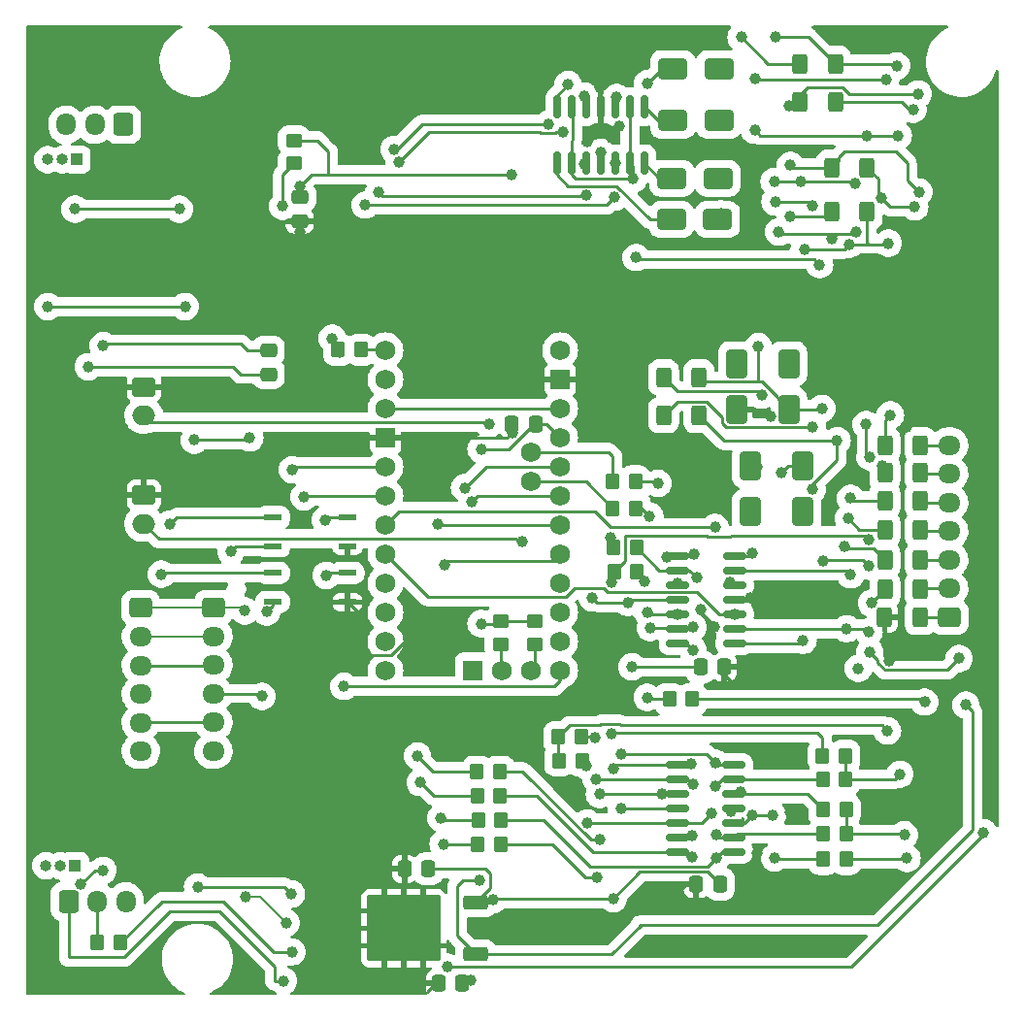
<source format=gbr>
%TF.GenerationSoftware,KiCad,Pcbnew,7.0.9*%
%TF.CreationDate,2024-02-17T17:29:27+05:30*%
%TF.ProjectId,BMS OPAMP,424d5320-4f50-4414-9d50-2e6b69636164,rev?*%
%TF.SameCoordinates,Original*%
%TF.FileFunction,Copper,L2,Bot*%
%TF.FilePolarity,Positive*%
%FSLAX46Y46*%
G04 Gerber Fmt 4.6, Leading zero omitted, Abs format (unit mm)*
G04 Created by KiCad (PCBNEW 7.0.9) date 2024-02-17 17:29:27*
%MOMM*%
%LPD*%
G01*
G04 APERTURE LIST*
G04 Aperture macros list*
%AMRoundRect*
0 Rectangle with rounded corners*
0 $1 Rounding radius*
0 $2 $3 $4 $5 $6 $7 $8 $9 X,Y pos of 4 corners*
0 Add a 4 corners polygon primitive as box body*
4,1,4,$2,$3,$4,$5,$6,$7,$8,$9,$2,$3,0*
0 Add four circle primitives for the rounded corners*
1,1,$1+$1,$2,$3*
1,1,$1+$1,$4,$5*
1,1,$1+$1,$6,$7*
1,1,$1+$1,$8,$9*
0 Add four rect primitives between the rounded corners*
20,1,$1+$1,$2,$3,$4,$5,0*
20,1,$1+$1,$4,$5,$6,$7,0*
20,1,$1+$1,$6,$7,$8,$9,0*
20,1,$1+$1,$8,$9,$2,$3,0*%
G04 Aperture macros list end*
%TA.AperFunction,ComponentPad*%
%ADD10C,1.727200*%
%TD*%
%TA.AperFunction,ComponentPad*%
%ADD11R,1.727200X1.727200*%
%TD*%
%TA.AperFunction,ComponentPad*%
%ADD12RoundRect,0.250000X-0.725000X0.600000X-0.725000X-0.600000X0.725000X-0.600000X0.725000X0.600000X0*%
%TD*%
%TA.AperFunction,ComponentPad*%
%ADD13O,1.950000X1.700000*%
%TD*%
%TA.AperFunction,ComponentPad*%
%ADD14RoundRect,0.250000X0.600000X0.725000X-0.600000X0.725000X-0.600000X-0.725000X0.600000X-0.725000X0*%
%TD*%
%TA.AperFunction,ComponentPad*%
%ADD15O,1.700000X1.950000*%
%TD*%
%TA.AperFunction,ComponentPad*%
%ADD16RoundRect,0.250000X-0.750000X0.600000X-0.750000X-0.600000X0.750000X-0.600000X0.750000X0.600000X0*%
%TD*%
%TA.AperFunction,ComponentPad*%
%ADD17O,2.000000X1.700000*%
%TD*%
%TA.AperFunction,ComponentPad*%
%ADD18RoundRect,0.250000X0.725000X-0.600000X0.725000X0.600000X-0.725000X0.600000X-0.725000X-0.600000X0*%
%TD*%
%TA.AperFunction,ComponentPad*%
%ADD19RoundRect,0.250000X-0.600000X-0.725000X0.600000X-0.725000X0.600000X0.725000X-0.600000X0.725000X0*%
%TD*%
%TA.AperFunction,SMDPad,CuDef*%
%ADD20RoundRect,0.250000X0.400000X0.625000X-0.400000X0.625000X-0.400000X-0.625000X0.400000X-0.625000X0*%
%TD*%
%TA.AperFunction,SMDPad,CuDef*%
%ADD21RoundRect,0.137500X0.662500X0.137500X-0.662500X0.137500X-0.662500X-0.137500X0.662500X-0.137500X0*%
%TD*%
%TA.AperFunction,SMDPad,CuDef*%
%ADD22RoundRect,0.250000X-0.350000X-0.450000X0.350000X-0.450000X0.350000X0.450000X-0.350000X0.450000X0*%
%TD*%
%TA.AperFunction,SMDPad,CuDef*%
%ADD23RoundRect,0.150000X0.150000X-0.825000X0.150000X0.825000X-0.150000X0.825000X-0.150000X-0.825000X0*%
%TD*%
%TA.AperFunction,ComponentPad*%
%ADD24R,1.000000X1.000000*%
%TD*%
%TA.AperFunction,ComponentPad*%
%ADD25O,1.000000X1.000000*%
%TD*%
%TA.AperFunction,SMDPad,CuDef*%
%ADD26RoundRect,0.250000X-0.650000X1.000000X-0.650000X-1.000000X0.650000X-1.000000X0.650000X1.000000X0*%
%TD*%
%TA.AperFunction,SMDPad,CuDef*%
%ADD27RoundRect,0.150000X-0.825000X-0.150000X0.825000X-0.150000X0.825000X0.150000X-0.825000X0.150000X0*%
%TD*%
%TA.AperFunction,SMDPad,CuDef*%
%ADD28RoundRect,0.250000X0.350000X0.450000X-0.350000X0.450000X-0.350000X-0.450000X0.350000X-0.450000X0*%
%TD*%
%TA.AperFunction,SMDPad,CuDef*%
%ADD29RoundRect,0.250000X-0.400000X-0.625000X0.400000X-0.625000X0.400000X0.625000X-0.400000X0.625000X0*%
%TD*%
%TA.AperFunction,SMDPad,CuDef*%
%ADD30RoundRect,0.250000X1.000000X0.650000X-1.000000X0.650000X-1.000000X-0.650000X1.000000X-0.650000X0*%
%TD*%
%TA.AperFunction,SMDPad,CuDef*%
%ADD31RoundRect,0.250000X0.475000X-0.337500X0.475000X0.337500X-0.475000X0.337500X-0.475000X-0.337500X0*%
%TD*%
%TA.AperFunction,SMDPad,CuDef*%
%ADD32RoundRect,0.250000X-0.450000X0.350000X-0.450000X-0.350000X0.450000X-0.350000X0.450000X0.350000X0*%
%TD*%
%TA.AperFunction,SMDPad,CuDef*%
%ADD33RoundRect,0.250000X0.337500X0.475000X-0.337500X0.475000X-0.337500X-0.475000X0.337500X-0.475000X0*%
%TD*%
%TA.AperFunction,SMDPad,CuDef*%
%ADD34RoundRect,0.250000X-0.475000X0.337500X-0.475000X-0.337500X0.475000X-0.337500X0.475000X0.337500X0*%
%TD*%
%TA.AperFunction,SMDPad,CuDef*%
%ADD35RoundRect,0.250000X0.850000X0.350000X-0.850000X0.350000X-0.850000X-0.350000X0.850000X-0.350000X0*%
%TD*%
%TA.AperFunction,SMDPad,CuDef*%
%ADD36RoundRect,0.250000X1.275000X1.125000X-1.275000X1.125000X-1.275000X-1.125000X1.275000X-1.125000X0*%
%TD*%
%TA.AperFunction,SMDPad,CuDef*%
%ADD37RoundRect,0.249997X2.950003X2.650003X-2.950003X2.650003X-2.950003X-2.650003X2.950003X-2.650003X0*%
%TD*%
%TA.AperFunction,SMDPad,CuDef*%
%ADD38RoundRect,0.250000X-0.337500X-0.475000X0.337500X-0.475000X0.337500X0.475000X-0.337500X0.475000X0*%
%TD*%
%TA.AperFunction,ViaPad*%
%ADD39C,1.000000*%
%TD*%
%TA.AperFunction,Conductor*%
%ADD40C,0.250000*%
%TD*%
%TA.AperFunction,Conductor*%
%ADD41C,0.200000*%
%TD*%
G04 APERTURE END LIST*
D10*
%TO.P,A1,A0,A0*%
%TO.N,A0*%
X69215000Y-62103000D03*
%TO.P,A1,A1,A1*%
%TO.N,A1*%
X69215000Y-59563000D03*
%TO.P,A1,A2,A2*%
%TO.N,A2*%
X69215000Y-57023000D03*
%TO.P,A1,A3,A3*%
%TO.N,A3*%
X69215000Y-54483000D03*
%TO.P,A1,A4,A4/SDA*%
%TO.N,A4*%
X66675000Y-55753000D03*
%TO.P,A1,A5,A5/SCL*%
%TO.N,A5*%
X66675000Y-53213000D03*
%TO.P,A1,A6,A6*%
%TO.N,A6*%
X64135000Y-72263000D03*
%TO.P,A1,A7,A7*%
%TO.N,A7*%
X66675000Y-72263000D03*
%TO.P,A1,D0,D0/RX*%
%TO.N,DRX*%
X53975000Y-46863000D03*
%TO.P,A1,D1,D1/TX*%
%TO.N,DTX*%
X53975000Y-44323000D03*
%TO.P,A1,D2,D2_INT0*%
%TO.N,CHARGEALLOW*%
X53975000Y-54483000D03*
%TO.P,A1,D3,D3_INT1*%
%TO.N,DISCHARGEALLOW*%
X53975000Y-57023000D03*
%TO.P,A1,D4,D4*%
%TO.N,D0*%
X53975000Y-59563000D03*
%TO.P,A1,D5,D5*%
%TO.N,D1*%
X53975000Y-62103000D03*
%TO.P,A1,D6,D6*%
%TO.N,D2*%
X53975000Y-64643000D03*
%TO.P,A1,D7,D7*%
%TO.N,D3*%
X53975000Y-67183000D03*
%TO.P,A1,D8,D8*%
%TO.N,D4*%
X53975000Y-69723000D03*
%TO.P,A1,D9,D9*%
%TO.N,D5*%
X53975000Y-72263000D03*
%TO.P,A1,D10,D10_CS*%
%TO.N,DCHG*%
X69215000Y-72263000D03*
%TO.P,A1,D11,D11_MOSI*%
%TO.N,unconnected-(A1-D11_MOSI-PadD11)*%
X69215000Y-69723000D03*
%TO.P,A1,D12,D12_MISO*%
%TO.N,unconnected-(A1-D12_MISO-PadD12)*%
X69215000Y-67183000D03*
%TO.P,A1,D13,D13_SCK*%
%TO.N,unconnected-(A1-D13_SCK-PadD13)*%
X69215000Y-64643000D03*
D11*
%TO.P,A1,GND1,GND*%
%TO.N,B0*%
X53975000Y-51943000D03*
%TO.P,A1,GND2,GND*%
X69215000Y-46863000D03*
%TO.P,A1,GND3*%
%TO.N,N/C*%
X61595000Y-72263000D03*
D10*
%TO.P,A1,RAW,RAW*%
%TO.N,unconnected-(A1-PadRAW)*%
X69215000Y-44323000D03*
%TO.P,A1,RST1,RESET*%
%TO.N,Net-(A1-RESET-PadRST1)*%
X53975000Y-49403000D03*
%TO.P,A1,RST2,RESET*%
X69215000Y-49403000D03*
%TO.P,A1,Vcc1,Vcc*%
%TO.N,5V*%
X69215000Y-51943000D03*
%TD*%
D12*
%TO.P,J1,1,Pin_1*%
%TO.N,CHGDT-*%
X32639000Y-66802000D03*
D13*
%TO.P,J1,2,Pin_2*%
%TO.N,CHGDT+*%
X32639000Y-69302000D03*
%TO.P,J1,3,Pin_3*%
%TO.N,Net-(J1-Pin_3)*%
X32639000Y-71802000D03*
%TO.P,J1,4,Pin_4*%
%TO.N,Net-(J1-Pin_4)*%
X32639000Y-74302000D03*
%TO.P,J1,5,Pin_5*%
%TO.N,Net-(J1-Pin_5)*%
X32639000Y-76802000D03*
%TO.P,J1,6,Pin_6*%
%TO.N,Net-(J1-Pin_6)*%
X32639000Y-79302000D03*
%TD*%
D14*
%TO.P,J4,1,Pin_1*%
%TO.N,DIN_GND*%
X31115000Y-24638000D03*
D15*
%TO.P,J4,2,Pin_2*%
%TO.N,DIN_VCC*%
X28615000Y-24638000D03*
%TO.P,J4,3,Pin_3*%
%TO.N,Net-(J4-Pin_3)*%
X26115000Y-24638000D03*
%TD*%
D16*
%TO.P,J7,1,Pin_1*%
%TO.N,B0*%
X32914000Y-47518000D03*
D17*
%TO.P,J7,2,Pin_2*%
%TO.N,A6*%
X32914000Y-50018000D03*
%TD*%
D16*
%TO.P,J8,1,Pin_1*%
%TO.N,B0*%
X32914000Y-56968000D03*
D17*
%TO.P,J8,2,Pin_2*%
%TO.N,A7*%
X32914000Y-59468000D03*
%TD*%
D18*
%TO.P,J9,1,Pin_1*%
%TO.N,Net-(J9-Pin_1)*%
X103148800Y-67603400D03*
D13*
%TO.P,J9,2,Pin_2*%
%TO.N,Net-(J9-Pin_2)*%
X103148800Y-65103400D03*
%TO.P,J9,3,Pin_3*%
%TO.N,Net-(J9-Pin_3)*%
X103148800Y-62603400D03*
%TO.P,J9,4,Pin_4*%
%TO.N,Net-(J9-Pin_4)*%
X103148800Y-60103400D03*
%TO.P,J9,5,Pin_5*%
%TO.N,Net-(J9-Pin_5)*%
X103148800Y-57603400D03*
%TO.P,J9,6,Pin_6*%
%TO.N,Net-(J9-Pin_6)*%
X103148800Y-55103400D03*
%TO.P,J9,7,Pin_7*%
%TO.N,Net-(J9-Pin_7)*%
X103148800Y-52603400D03*
%TD*%
D19*
%TO.P,J3,1,Pin_1*%
%TO.N,DIN_GND*%
X26329000Y-92384000D03*
D15*
%TO.P,J3,2,Pin_2*%
%TO.N,DIN_VCC*%
X28829000Y-92384000D03*
%TO.P,J3,3,Pin_3*%
%TO.N,Net-(J3-Pin_3)*%
X31329000Y-92384000D03*
%TD*%
D20*
%TO.P,R63,1*%
%TO.N,B6*%
X93218000Y-22619400D03*
%TO.P,R63,2*%
%TO.N,Net-(D23-K)*%
X90118000Y-22619400D03*
%TD*%
D21*
%TO.P,U3,1*%
%TO.N,Net-(R10-Pad1)*%
X50671800Y-58877200D03*
%TO.P,U3,3*%
%TO.N,B0*%
X50671800Y-61417200D03*
%TO.P,U3,4*%
%TO.N,Net-(J2-Pin_6)*%
X44171800Y-61417200D03*
%TO.P,U3,6*%
%TO.N,Net-(J1-Pin_6)*%
X44171800Y-58877200D03*
%TD*%
D20*
%TO.P,R57,1*%
%TO.N,B4*%
X95986600Y-32220600D03*
%TO.P,R57,2*%
%TO.N,Net-(D25-K)*%
X92886600Y-32220600D03*
%TD*%
D22*
%TO.P,R37,1*%
%TO.N,Net-(D19-A)*%
X73853800Y-61508000D03*
%TO.P,R37,2*%
%TO.N,Net-(U10B--)*%
X75853800Y-61508000D03*
%TD*%
D23*
%TO.P,U11,1*%
%TO.N,Net-(D11-A)*%
X76555000Y-28027400D03*
%TO.P,U11,2,-*%
%TO.N,Vref*%
X75285000Y-28027400D03*
%TO.P,U11,3,+*%
%TO.N,D2*%
X74015000Y-28027400D03*
%TO.P,U11,4,V+*%
%TO.N,POW*%
X72745000Y-28027400D03*
%TO.P,U11,5,+*%
%TO.N,D3*%
X71475000Y-28027400D03*
%TO.P,U11,6,-*%
%TO.N,Vref*%
X70205000Y-28027400D03*
%TO.P,U11,7*%
%TO.N,Net-(D12-A)*%
X68935000Y-28027400D03*
%TO.P,U11,8*%
%TO.N,Net-(D15-A)*%
X68935000Y-23077400D03*
%TO.P,U11,9,-*%
%TO.N,Vref*%
X70205000Y-23077400D03*
%TO.P,U11,10,+*%
%TO.N,D4*%
X71475000Y-23077400D03*
%TO.P,U11,11,V-*%
%TO.N,B0*%
X72745000Y-23077400D03*
%TO.P,U11,12,+*%
%TO.N,D5*%
X74015000Y-23077400D03*
%TO.P,U11,13,-*%
%TO.N,Vref*%
X75285000Y-23077400D03*
%TO.P,U11,14*%
%TO.N,Net-(D16-A)*%
X76555000Y-23077400D03*
%TD*%
D24*
%TO.P,J6,1,Pin_1*%
%TO.N,DIN*%
X26908000Y-89281000D03*
D25*
%TO.P,J6,2,Pin_2*%
%TO.N,Net-(J3-Pin_3)*%
X25638000Y-89281000D03*
%TO.P,J6,3,Pin_3*%
%TO.N,DOUT*%
X24368000Y-89281000D03*
%TD*%
D26*
%TO.P,D7,1,K*%
%TO.N,Net-(D7-K)*%
X85823200Y-54394600D03*
%TO.P,D7,2,A*%
%TO.N,Net-(D7-A)*%
X85823200Y-58394600D03*
%TD*%
%TO.P,D10,1,K*%
%TO.N,Net-(D10-K)*%
X89157400Y-45472600D03*
%TO.P,D10,2,A*%
%TO.N,B1*%
X89157400Y-49472600D03*
%TD*%
D27*
%TO.P,U10,1*%
%TO.N,Net-(R40-Pad2)*%
X79476600Y-69875400D03*
%TO.P,U10,2,-*%
%TO.N,Net-(U10A--)*%
X79476600Y-68605400D03*
%TO.P,U10,3,+*%
%TO.N,Net-(U10A-+)*%
X79476600Y-67335400D03*
%TO.P,U10,4,V+*%
%TO.N,POW*%
X79476600Y-66065400D03*
%TO.P,U10,5,+*%
%TO.N,Net-(U10B-+)*%
X79476600Y-64795400D03*
%TO.P,U10,6,-*%
%TO.N,Net-(U10B--)*%
X79476600Y-63525400D03*
%TO.P,U10,7*%
%TO.N,Net-(R41-Pad2)*%
X79476600Y-62255400D03*
%TO.P,U10,8*%
%TO.N,Net-(D7-A)*%
X84426600Y-62255400D03*
%TO.P,U10,9,-*%
%TO.N,Vref*%
X84426600Y-63525400D03*
%TO.P,U10,10,+*%
%TO.N,D0*%
X84426600Y-64795400D03*
%TO.P,U10,11,V-*%
%TO.N,B0*%
X84426600Y-66065400D03*
%TO.P,U10,12,+*%
%TO.N,D1*%
X84426600Y-67335400D03*
%TO.P,U10,13,-*%
%TO.N,Vref*%
X84426600Y-68605400D03*
%TO.P,U10,14*%
%TO.N,Net-(D8-A)*%
X84426600Y-69875400D03*
%TD*%
D28*
%TO.P,R15,1*%
%TO.N,B2*%
X94116400Y-81737200D03*
%TO.P,R15,2*%
%TO.N,Net-(U9C--)*%
X92116400Y-81737200D03*
%TD*%
D22*
%TO.P,R12,1*%
%TO.N,B1*%
X69120000Y-80111600D03*
%TO.P,R12,2*%
%TO.N,Net-(U9A-+)*%
X71120000Y-80111600D03*
%TD*%
D28*
%TO.P,R42,1*%
%TO.N,Net-(R40-Pad2)*%
X75803000Y-58089800D03*
%TO.P,R42,2*%
%TO.N,A4*%
X73803000Y-58089800D03*
%TD*%
D22*
%TO.P,R19,1*%
%TO.N,B1*%
X69043800Y-78054200D03*
%TO.P,R19,2*%
%TO.N,Net-(U9B--)*%
X71043800Y-78054200D03*
%TD*%
D29*
%TO.P,F2,1*%
%TO.N,B5*%
X97534800Y-55016400D03*
%TO.P,F2,2*%
%TO.N,Net-(J9-Pin_6)*%
X100634800Y-55016400D03*
%TD*%
D30*
%TO.P,D16,1,K*%
%TO.N,Net-(D16-K)*%
X83050800Y-24285800D03*
%TO.P,D16,2,A*%
%TO.N,Net-(D16-A)*%
X79050800Y-24285800D03*
%TD*%
D22*
%TO.P,R9,1*%
%TO.N,Net-(U7-A)*%
X49850800Y-44272200D03*
%TO.P,R9,2*%
%TO.N,DTX*%
X51850800Y-44272200D03*
%TD*%
D31*
%TO.P,C7,1*%
%TO.N,DIN_VCC*%
X43764200Y-46401900D03*
%TO.P,C7,2*%
%TO.N,DIN_GND*%
X43764200Y-44326900D03*
%TD*%
D32*
%TO.P,R33,1*%
%TO.N,5V*%
X66979800Y-67986400D03*
%TO.P,R33,2*%
%TO.N,A7*%
X66979800Y-69986400D03*
%TD*%
D30*
%TO.P,D11,1,K*%
%TO.N,Net-(D11-K)*%
X82974600Y-29311600D03*
%TO.P,D11,2,A*%
%TO.N,Net-(D11-A)*%
X78974600Y-29311600D03*
%TD*%
D20*
%TO.P,R62,1*%
%TO.N,B5*%
X93218000Y-19329400D03*
%TO.P,R62,2*%
%TO.N,Net-(D24-K)*%
X90118000Y-19329400D03*
%TD*%
D33*
%TO.P,C9,1*%
%TO.N,5V*%
X60676700Y-99542600D03*
%TO.P,C9,2*%
%TO.N,B0*%
X58601700Y-99542600D03*
%TD*%
D28*
%TO.P,R29,1*%
%TO.N,Net-(R25-Pad2)*%
X64042800Y-87452200D03*
%TO.P,R29,2*%
%TO.N,A2*%
X62042800Y-87452200D03*
%TD*%
D34*
%TO.P,C10,1*%
%TO.N,5V*%
X46500000Y-30962500D03*
%TO.P,C10,2*%
%TO.N,B0*%
X46500000Y-33037500D03*
%TD*%
D29*
%TO.P,F4,1*%
%TO.N,B3*%
X97534800Y-59969400D03*
%TO.P,F4,2*%
%TO.N,Net-(J9-Pin_4)*%
X100634800Y-59969400D03*
%TD*%
D28*
%TO.P,R31,1*%
%TO.N,Net-(R27-Pad2)*%
X63966600Y-81076800D03*
%TO.P,R31,2*%
%TO.N,A1*%
X61966600Y-81076800D03*
%TD*%
D32*
%TO.P,R8,1*%
%TO.N,5V*%
X46000000Y-26000000D03*
%TO.P,R8,2*%
%TO.N,DRX*%
X46000000Y-28000000D03*
%TD*%
D20*
%TO.P,R48,1*%
%TO.N,B1*%
X81331400Y-46685200D03*
%TO.P,R48,2*%
%TO.N,Net-(D21-K)*%
X78231400Y-46685200D03*
%TD*%
%TO.P,R49,1*%
%TO.N,B2*%
X81331400Y-49975200D03*
%TO.P,R49,2*%
%TO.N,Net-(D22-K)*%
X78231400Y-49975200D03*
%TD*%
D28*
%TO.P,R2,1*%
%TO.N,Net-(R2-Pad1)*%
X30845000Y-96012000D03*
%TO.P,R2,2*%
%TO.N,DIN_VCC*%
X28845000Y-96012000D03*
%TD*%
%TO.P,R16,1*%
%TO.N,B4*%
X94192600Y-88696800D03*
%TO.P,R16,2*%
%TO.N,Net-(U9D-+)*%
X92192600Y-88696800D03*
%TD*%
D33*
%TO.P,C8,1*%
%TO.N,POW*%
X57704900Y-89560400D03*
%TO.P,C8,2*%
%TO.N,B0*%
X55629900Y-89560400D03*
%TD*%
D28*
%TO.P,R35,1*%
%TO.N,B4*%
X80740000Y-74752200D03*
%TO.P,R35,2*%
%TO.N,Net-(U10A--)*%
X78740000Y-74752200D03*
%TD*%
D30*
%TO.P,D12,1,K*%
%TO.N,Net-(D12-K)*%
X82949200Y-32918400D03*
%TO.P,D12,2,A*%
%TO.N,Net-(D12-A)*%
X78949200Y-32918400D03*
%TD*%
D29*
%TO.P,F1,1*%
%TO.N,B6*%
X97534800Y-52603400D03*
%TO.P,F1,2*%
%TO.N,Net-(J9-Pin_7)*%
X100634800Y-52603400D03*
%TD*%
D27*
%TO.P,U9,1*%
%TO.N,Net-(R24-Pad2)*%
X79414600Y-88087200D03*
%TO.P,U9,2,-*%
%TO.N,Net-(U9A--)*%
X79414600Y-86817200D03*
%TO.P,U9,3,+*%
%TO.N,Net-(U9A-+)*%
X79414600Y-85547200D03*
%TO.P,U9,4,V+*%
%TO.N,POW*%
X79414600Y-84277200D03*
%TO.P,U9,5,+*%
%TO.N,Net-(U9B-+)*%
X79414600Y-83007200D03*
%TO.P,U9,6,-*%
%TO.N,Net-(U9B--)*%
X79414600Y-81737200D03*
%TO.P,U9,7*%
%TO.N,Net-(R27-Pad2)*%
X79414600Y-80467200D03*
%TO.P,U9,8*%
%TO.N,Net-(R25-Pad2)*%
X84364600Y-80467200D03*
%TO.P,U9,9,-*%
%TO.N,Net-(U9C--)*%
X84364600Y-81737200D03*
%TO.P,U9,10,+*%
%TO.N,Net-(U9C-+)*%
X84364600Y-83007200D03*
%TO.P,U9,11,V-*%
%TO.N,B0*%
X84364600Y-84277200D03*
%TO.P,U9,12,+*%
%TO.N,Net-(U9D-+)*%
X84364600Y-85547200D03*
%TO.P,U9,13,-*%
%TO.N,Net-(U9D--)*%
X84364600Y-86817200D03*
%TO.P,U9,14*%
%TO.N,Net-(R26-Pad2)*%
X84364600Y-88087200D03*
%TD*%
D12*
%TO.P,J2,1,Pin_1*%
%TO.N,CHGDT-*%
X38972000Y-66775000D03*
D13*
%TO.P,J2,2,Pin_2*%
%TO.N,CHGDT+*%
X38972000Y-69275000D03*
%TO.P,J2,3,Pin_3*%
%TO.N,Net-(J1-Pin_3)*%
X38972000Y-71775000D03*
%TO.P,J2,4,Pin_4*%
%TO.N,Net-(J2-Pin_4)*%
X38972000Y-74275000D03*
%TO.P,J2,5,Pin_5*%
%TO.N,Net-(J1-Pin_5)*%
X38972000Y-76775000D03*
%TO.P,J2,6,Pin_6*%
%TO.N,Net-(J2-Pin_6)*%
X38972000Y-79275000D03*
%TD*%
D20*
%TO.P,R56,1*%
%TO.N,B3*%
X95986600Y-28397200D03*
%TO.P,R56,2*%
%TO.N,Net-(D26-K)*%
X92886600Y-28397200D03*
%TD*%
D35*
%TO.P,U8,1,VI*%
%TO.N,POW*%
X61875200Y-92462000D03*
D36*
%TO.P,U8,2,GND*%
%TO.N,B0*%
X57250200Y-96267000D03*
X57250200Y-93217000D03*
D37*
X55575200Y-94742000D03*
D36*
X53900200Y-96267000D03*
X53900200Y-93217000D03*
D35*
%TO.P,U8,3,VO*%
%TO.N,5V*%
X61875200Y-97022000D03*
%TD*%
D28*
%TO.P,R28,1*%
%TO.N,Net-(R24-Pad2)*%
X63992000Y-83210400D03*
%TO.P,R28,2*%
%TO.N,A0*%
X61992000Y-83210400D03*
%TD*%
%TO.P,R18,1*%
%TO.N,B2*%
X94091000Y-79679800D03*
%TO.P,R18,2*%
%TO.N,Net-(U9B-+)*%
X92091000Y-79679800D03*
%TD*%
D24*
%TO.P,J5,1,Pin_1*%
%TO.N,DIN*%
X27051000Y-27686000D03*
D25*
%TO.P,J5,2,Pin_2*%
%TO.N,Net-(J4-Pin_3)*%
X25781000Y-27686000D03*
%TO.P,J5,3,Pin_3*%
%TO.N,DOUT*%
X24511000Y-27686000D03*
%TD*%
D26*
%TO.P,D9,1,K*%
%TO.N,Net-(D9-K)*%
X84607400Y-45472600D03*
%TO.P,D9,2,A*%
%TO.N,B0*%
X84607400Y-49472600D03*
%TD*%
D21*
%TO.P,U5,1*%
%TO.N,Net-(R11-Pad2)*%
X50646400Y-63754000D03*
%TO.P,U5,3*%
%TO.N,B0*%
X50646400Y-66294000D03*
%TO.P,U5,4*%
%TO.N,Net-(J2-Pin_4)*%
X44146400Y-66294000D03*
%TO.P,U5,6*%
%TO.N,Net-(J1-Pin_4)*%
X44146400Y-63754000D03*
%TD*%
D28*
%TO.P,R30,1*%
%TO.N,Net-(R26-Pad2)*%
X64068200Y-85293200D03*
%TO.P,R30,2*%
%TO.N,A3*%
X62068200Y-85293200D03*
%TD*%
D29*
%TO.P,F7,1*%
%TO.N,B0*%
X97508800Y-67589400D03*
%TO.P,F7,2*%
%TO.N,Net-(J9-Pin_1)*%
X100608800Y-67589400D03*
%TD*%
D26*
%TO.P,D8,1,K*%
%TO.N,Net-(D8-K)*%
X90373200Y-54394600D03*
%TO.P,D8,2,A*%
%TO.N,Net-(D8-A)*%
X90373200Y-58394600D03*
%TD*%
D28*
%TO.P,R17,1*%
%TO.N,B3*%
X94167200Y-86512400D03*
%TO.P,R17,2*%
%TO.N,Net-(U9D--)*%
X92167200Y-86512400D03*
%TD*%
D29*
%TO.P,F3,1*%
%TO.N,B4*%
X97534800Y-57429400D03*
%TO.P,F3,2*%
%TO.N,Net-(J9-Pin_5)*%
X100634800Y-57429400D03*
%TD*%
%TO.P,F5,1*%
%TO.N,B2*%
X97534800Y-62636400D03*
%TO.P,F5,2*%
%TO.N,Net-(J9-Pin_3)*%
X100634800Y-62636400D03*
%TD*%
D22*
%TO.P,R34,1*%
%TO.N,B5*%
X73930000Y-63652400D03*
%TO.P,R34,2*%
%TO.N,Net-(U10A-+)*%
X75930000Y-63652400D03*
%TD*%
D33*
%TO.P,C13,1*%
%TO.N,POW*%
X83155700Y-90881200D03*
%TO.P,C13,2*%
%TO.N,B0*%
X81080700Y-90881200D03*
%TD*%
D28*
%TO.P,R43,1*%
%TO.N,Net-(R41-Pad2)*%
X75777600Y-55753000D03*
%TO.P,R43,2*%
%TO.N,A5*%
X73777600Y-55753000D03*
%TD*%
D29*
%TO.P,F6,1*%
%TO.N,B1*%
X97534800Y-65176400D03*
%TO.P,F6,2*%
%TO.N,Net-(J9-Pin_2)*%
X100634800Y-65176400D03*
%TD*%
D38*
%TO.P,C11,1*%
%TO.N,POW*%
X81461700Y-71958200D03*
%TO.P,C11,2*%
%TO.N,B0*%
X83536700Y-71958200D03*
%TD*%
D32*
%TO.P,R32,1*%
%TO.N,5V*%
X64029800Y-67986400D03*
%TO.P,R32,2*%
%TO.N,A6*%
X64029800Y-69986400D03*
%TD*%
D33*
%TO.P,C12,1*%
%TO.N,5V*%
X67077500Y-50749200D03*
%TO.P,C12,2*%
%TO.N,B0*%
X65002500Y-50749200D03*
%TD*%
D30*
%TO.P,D15,1,K*%
%TO.N,Net-(D15-K)*%
X83050800Y-19735800D03*
%TO.P,D15,2,A*%
%TO.N,Net-(D15-A)*%
X79050800Y-19735800D03*
%TD*%
D28*
%TO.P,R14,1*%
%TO.N,B3*%
X94141800Y-84378800D03*
%TO.P,R14,2*%
%TO.N,Net-(U9C-+)*%
X92141800Y-84378800D03*
%TD*%
D39*
%TO.N,B6*%
X100000000Y-23300000D03*
%TO.N,B5*%
X95897393Y-50790200D03*
%TO.N,A0*%
X56997600Y-82016600D03*
X59131900Y-63000000D03*
%TO.N,A1*%
X58572400Y-59512200D03*
X56769000Y-79705200D03*
%TO.N,A2*%
X61493800Y-57531000D03*
X59004200Y-87401400D03*
%TO.N,A3*%
X58826400Y-85115400D03*
X60883800Y-56311800D03*
%TO.N,A4*%
X73803000Y-58089800D03*
%TO.N,A5*%
X73777600Y-55753000D03*
%TO.N,A6*%
X63000000Y-50750000D03*
%TO.N,A7*%
X65887600Y-61010800D03*
%TO.N,DRX*%
X45000000Y-31750000D03*
%TO.N,CHARGEALLOW*%
X45872400Y-54737000D03*
%TO.N,DISCHARGEALLOW*%
X46863000Y-57099200D03*
%TO.N,D0*%
X82727800Y-59758500D03*
X83988400Y-64524900D03*
%TO.N,D1*%
X84426600Y-67335400D03*
%TO.N,D2*%
X74015000Y-28027400D03*
X52200000Y-31650000D03*
X73972970Y-30968688D03*
%TO.N,D3*%
X53400000Y-30550000D03*
X71450000Y-30800000D03*
X71348000Y-28051000D03*
%TO.N,D4*%
X71348000Y-22148800D03*
X54727587Y-26789254D03*
X68223800Y-24573900D03*
%TO.N,DCHG*%
X50342800Y-73634600D03*
%TO.N,D5*%
X74142000Y-22250400D03*
X69480500Y-25298400D03*
X55142800Y-27914600D03*
%TO.N,B0*%
X99390200Y-51028600D03*
X81470783Y-66922297D03*
X25654000Y-84836000D03*
X87557900Y-50086500D03*
X73710200Y-25755600D03*
X85800000Y-65900000D03*
X97891600Y-71395500D03*
X84147700Y-84505800D03*
X89255600Y-84658200D03*
X86360000Y-88163400D03*
X27787600Y-84480400D03*
X74355235Y-24730703D03*
X87628682Y-80218741D03*
X65024000Y-51485800D03*
X65405000Y-46863000D03*
X46500000Y-34000000D03*
X78359000Y-92744800D03*
X102000000Y-70000000D03*
X82672300Y-68418844D03*
X71551200Y-26136600D03*
X72700000Y-21400000D03*
X81813400Y-95986600D03*
%TO.N,5V*%
X62318800Y-52950000D03*
X104606600Y-75260200D03*
X65000000Y-29000000D03*
X46500000Y-30000000D03*
X61391800Y-99237800D03*
X62318300Y-68173600D03*
X62200000Y-90550000D03*
X61875200Y-97022000D03*
%TO.N,B5*%
X86183900Y-25110400D03*
X96152300Y-60807600D03*
X96252300Y-53600000D03*
X73698751Y-64597648D03*
X98710700Y-25591600D03*
X97346750Y-54396750D03*
X98576800Y-19507200D03*
X88025000Y-17000000D03*
X95986000Y-25591600D03*
%TO.N,B6*%
X98018600Y-49965700D03*
X59359800Y-98120200D03*
X106146600Y-86410800D03*
X95224600Y-72059800D03*
%TO.N,B4*%
X94544900Y-57226200D03*
X86183900Y-20660400D03*
X97611600Y-20726400D03*
X97534800Y-57429400D03*
X99466400Y-88646000D03*
X90500000Y-35500000D03*
X97840200Y-34975800D03*
X101000000Y-75000000D03*
X94437200Y-35057238D03*
%TO.N,B3*%
X97534800Y-59969400D03*
X95000845Y-33998413D03*
X100150000Y-31800000D03*
X97194751Y-31000000D03*
X99237800Y-86588600D03*
X88281940Y-33981940D03*
X94350000Y-59000000D03*
X92950000Y-34550000D03*
%TO.N,B2*%
X97593991Y-62885900D03*
X87881300Y-29596800D03*
X91200500Y-56450000D03*
X93370400Y-52197000D03*
X94986469Y-29761898D03*
X90220200Y-29596800D03*
X94050000Y-61400000D03*
X98850000Y-81300000D03*
%TO.N,B1*%
X69043800Y-78054200D03*
X96365840Y-66368652D03*
X92061300Y-49400000D03*
X97764600Y-77520800D03*
X92150000Y-62700900D03*
X96152300Y-63144400D03*
X86500000Y-44000000D03*
%TO.N,DIN_VCC*%
X28050000Y-45750000D03*
X43764200Y-46401900D03*
%TO.N,DIN_GND*%
X29339500Y-43916600D03*
X27381200Y-90932000D03*
X45085000Y-99339400D03*
X29339500Y-89687400D03*
%TO.N,POW*%
X73863200Y-92151200D03*
X72745000Y-27050000D03*
X75133200Y-66319400D03*
X63373000Y-92252800D03*
X72007197Y-65911903D03*
X74549000Y-84302600D03*
X75477200Y-71932800D03*
%TO.N,Net-(U9A-+)*%
X71577200Y-85547200D03*
X71513100Y-80543400D03*
X82391000Y-84709000D03*
%TO.N,Net-(U9A--)*%
X80721200Y-86630000D03*
%TO.N,Net-(U9C-+)*%
X84953600Y-82854800D03*
%TO.N,Net-(U9C--)*%
X82778600Y-82330800D03*
%TO.N,Net-(U9D-+)*%
X85950000Y-84886800D03*
X87731600Y-84886800D03*
X87909400Y-88595200D03*
%TO.N,Net-(U9D--)*%
X82854800Y-86604600D03*
%TO.N,Net-(U9B-+)*%
X73710800Y-77753700D03*
X78105000Y-83007200D03*
X72650000Y-83050000D03*
%TO.N,CHGDT-*%
X45288200Y-94259400D03*
X41706800Y-67056000D03*
X41783000Y-91973400D03*
%TO.N,Net-(J1-Pin_4)*%
X34417000Y-63855600D03*
%TO.N,Net-(J1-Pin_6)*%
X35153600Y-59486800D03*
%TO.N,Net-(J2-Pin_4)*%
X43611800Y-67132200D03*
X43205400Y-74498200D03*
%TO.N,Net-(J2-Pin_6)*%
X40487600Y-61874400D03*
%TO.N,DIN*%
X26908000Y-32000000D03*
X36000000Y-32000000D03*
%TO.N,DOUT*%
X36500000Y-40500000D03*
X24511000Y-40500000D03*
%TO.N,Net-(R1-Pad1)*%
X37592000Y-91135200D03*
X42141000Y-51968400D03*
X45772000Y-91744800D03*
X37312600Y-52146200D03*
%TO.N,Net-(R2-Pad1)*%
X45797400Y-96799400D03*
%TO.N,Net-(U7-A)*%
X49350000Y-43270000D03*
%TO.N,Net-(R10-Pad1)*%
X48726600Y-59131200D03*
%TO.N,Net-(R11-Pad2)*%
X48802800Y-63957200D03*
%TO.N,Net-(U9B--)*%
X80779850Y-82198978D03*
X72237600Y-78079600D03*
X72364600Y-81737200D03*
%TO.N,Net-(R24-Pad2)*%
X80721200Y-88530500D03*
%TO.N,Net-(R25-Pad2)*%
X74500000Y-79550000D03*
X82778600Y-80330800D03*
X72440800Y-90271600D03*
%TO.N,Net-(R26-Pad2)*%
X82854800Y-88604600D03*
%TO.N,Net-(R27-Pad2)*%
X80619600Y-80356200D03*
X72644000Y-87020400D03*
X73876500Y-80822800D03*
%TO.N,Net-(U10A-+)*%
X79476600Y-67335400D03*
X76809600Y-67157600D03*
X76606400Y-64465200D03*
%TO.N,Net-(U10A--)*%
X80822800Y-68494400D03*
X76809600Y-74599800D03*
X77063600Y-68503800D03*
%TO.N,Net-(U10B-+)*%
X79476600Y-64615900D03*
%TO.N,Net-(U10B--)*%
X81102200Y-64169800D03*
%TO.N,Net-(R40-Pad2)*%
X80822800Y-70494400D03*
X77024900Y-58775600D03*
%TO.N,Net-(R41-Pad2)*%
X80924400Y-62119000D03*
X78523100Y-62350000D03*
X77749400Y-55930800D03*
%TO.N,Net-(D7-K)*%
X86381800Y-54517800D03*
%TO.N,Net-(D7-A)*%
X85928200Y-62052200D03*
X85823200Y-58394600D03*
%TO.N,Net-(D8-K)*%
X88500000Y-55000000D03*
%TO.N,Net-(D8-A)*%
X90373200Y-58394600D03*
X90398600Y-69621400D03*
%TO.N,Net-(D9-K)*%
X84607400Y-45472600D03*
%TO.N,Net-(D10-K)*%
X89157400Y-45472600D03*
%TO.N,Net-(D21-K)*%
X86786800Y-48211500D03*
%TO.N,Net-(D22-K)*%
X91236800Y-51054000D03*
%TO.N,Vref*%
X96152300Y-68884800D03*
X104013000Y-71196200D03*
X94550000Y-63900000D03*
X96215200Y-70662800D03*
X75589800Y-29362400D03*
X94200000Y-68605400D03*
X75843800Y-36220400D03*
X91850000Y-36850000D03*
%TO.N,Net-(D11-K)*%
X83225800Y-29464000D03*
%TO.N,Net-(D12-K)*%
X83225800Y-32414000D03*
%TO.N,Net-(D14-K)*%
X87959600Y-31369000D03*
X91185400Y-31696000D03*
%TO.N,Net-(D23-K)*%
X89209650Y-23009650D03*
X100450000Y-21950000D03*
%TO.N,Net-(D24-K)*%
X85000000Y-17000000D03*
X90118000Y-19329400D03*
%TO.N,Net-(D15-K)*%
X83408666Y-19667478D03*
%TO.N,Net-(D15-A)*%
X69902400Y-21135000D03*
X76834400Y-21031200D03*
%TO.N,Net-(D16-K)*%
X83131214Y-24395866D03*
%TO.N,Net-(D25-K)*%
X89303500Y-32644000D03*
%TO.N,Net-(D26-K)*%
X100500000Y-30500000D03*
X89303500Y-28194000D03*
%TO.N,Net-(D19-A)*%
X73634600Y-60661800D03*
%TD*%
D40*
%TO.N,D1*%
X69707335Y-65831600D02*
X57703600Y-65831600D01*
X70452032Y-65086903D02*
X69707335Y-65831600D01*
X72996503Y-65086903D02*
X70452032Y-65086903D01*
X73350000Y-65440400D02*
X72996503Y-65086903D01*
X81155613Y-65440400D02*
X73350000Y-65440400D01*
X57703600Y-65831600D02*
X53975000Y-62103000D01*
X83050613Y-67335400D02*
X81155613Y-65440400D01*
X84426600Y-67335400D02*
X83050613Y-67335400D01*
%TO.N,Net-(D23-K)*%
X100400000Y-22000000D02*
X100450000Y-21950000D01*
X93863100Y-21419400D02*
X94443700Y-22000000D01*
X89209650Y-23009650D02*
X90799900Y-21419400D01*
X90799900Y-21419400D02*
X93863100Y-21419400D01*
X94443700Y-22000000D02*
X100400000Y-22000000D01*
%TO.N,Net-(D12-A)*%
X68935000Y-29002399D02*
X68935000Y-28027400D01*
X69907490Y-29974889D02*
X68935000Y-29002399D01*
X74148889Y-29974889D02*
X69907490Y-29974889D01*
X78949200Y-32918400D02*
X77092400Y-32918400D01*
X77092400Y-32918400D02*
X74148889Y-29974889D01*
%TO.N,Net-(U10B--)*%
X80457800Y-63525400D02*
X79476600Y-63525400D01*
X81102200Y-64169800D02*
X80457800Y-63525400D01*
%TO.N,Net-(U10B-+)*%
X79476600Y-64615900D02*
X79476600Y-64795400D01*
%TO.N,Net-(R41-Pad2)*%
X79476600Y-62255400D02*
X78617700Y-62255400D01*
X78617700Y-62255400D02*
X78523100Y-62350000D01*
%TO.N,Net-(U9B--)*%
X80318072Y-81737200D02*
X79414600Y-81737200D01*
X80779850Y-82198978D02*
X80318072Y-81737200D01*
%TO.N,A4*%
X71466200Y-55753000D02*
X73803000Y-58089800D01*
X66675000Y-55753000D02*
X71466200Y-55753000D01*
%TO.N,B0*%
X81470783Y-67217327D02*
X82672300Y-68418844D01*
X81470783Y-66922297D02*
X81470783Y-67217327D01*
%TO.N,POW*%
X72414694Y-66319400D02*
X75133200Y-66319400D01*
X72007197Y-65911903D02*
X72414694Y-66319400D01*
X72745000Y-28027400D02*
X72745000Y-27050000D01*
%TO.N,B2*%
X93370400Y-53867500D02*
X93370400Y-52197000D01*
X91200500Y-56450000D02*
X91200500Y-56037400D01*
X91200500Y-56037400D02*
X93370400Y-53867500D01*
%TO.N,B1*%
X91988700Y-49472600D02*
X89157400Y-49472600D01*
X92061300Y-49400000D02*
X91988700Y-49472600D01*
%TO.N,Vref*%
X91389799Y-36389799D02*
X88341200Y-36389799D01*
X91850000Y-36850000D02*
X91389799Y-36389799D01*
%TO.N,B3*%
X88463000Y-34163000D02*
X88281940Y-33981940D01*
X93300000Y-34163000D02*
X88463000Y-34163000D01*
%TO.N,B2*%
X94821371Y-29596800D02*
X94986469Y-29761898D01*
X87881300Y-29596800D02*
X94821371Y-29596800D01*
%TO.N,B3*%
X92950000Y-34550000D02*
X93300000Y-34200000D01*
X93300000Y-34200000D02*
X93300000Y-34163000D01*
X94836258Y-34163000D02*
X93300000Y-34163000D01*
X96961600Y-29372200D02*
X95986600Y-28397200D01*
X97194751Y-31000000D02*
X96961600Y-30766849D01*
X96961600Y-30766849D02*
X96961600Y-29372200D01*
X97994751Y-31800000D02*
X100150000Y-31800000D01*
X97194751Y-31000000D02*
X97994751Y-31800000D01*
%TO.N,B6*%
X99677200Y-23300000D02*
X99211800Y-22834600D01*
X100000000Y-23300000D02*
X99677200Y-23300000D01*
%TO.N,B4*%
X97758762Y-35057238D02*
X97840200Y-34975800D01*
X96087600Y-35057238D02*
X97758762Y-35057238D01*
%TO.N,B3*%
X95000845Y-33998413D02*
X94836258Y-34163000D01*
%TO.N,B0*%
X72745000Y-21445000D02*
X72745000Y-23077400D01*
X72700000Y-21400000D02*
X72745000Y-21445000D01*
%TO.N,Vref*%
X75285000Y-25600000D02*
X75285000Y-28027400D01*
X75285000Y-23077400D02*
X75285000Y-25600000D01*
%TO.N,B0*%
X87557900Y-50086500D02*
X86944000Y-49472600D01*
X86944000Y-49472600D02*
X84607400Y-49472600D01*
%TO.N,B1*%
X88167400Y-48425373D02*
X86789626Y-47047600D01*
X88167400Y-48482600D02*
X88167400Y-48425373D01*
X86789626Y-47047600D02*
X86500000Y-47047600D01*
X89157400Y-49472600D02*
X88167400Y-48482600D01*
%TO.N,Vref*%
X70305500Y-23177900D02*
X70205000Y-23077400D01*
X70305500Y-25949500D02*
X70305500Y-23177900D01*
X70205000Y-26050000D02*
X70305500Y-25949500D01*
X70205000Y-28027400D02*
X70205000Y-26050000D01*
%TO.N,D5*%
X68850000Y-25298400D02*
X68749500Y-25398900D01*
X57759000Y-25298400D02*
X67400000Y-25298400D01*
X68749500Y-25398900D02*
X67500500Y-25398900D01*
X68850000Y-25298400D02*
X69480500Y-25298400D01*
X67500500Y-25398900D02*
X67400000Y-25298400D01*
%TO.N,D0*%
X84258900Y-64795400D02*
X84426600Y-64795400D01*
X83988400Y-64524900D02*
X84258900Y-64795400D01*
%TO.N,B5*%
X84049500Y-60583500D02*
X84150000Y-60483000D01*
X82050500Y-60583500D02*
X84049500Y-60583500D01*
X84150000Y-60483000D02*
X94265000Y-60483000D01*
X81950000Y-60483000D02*
X82050500Y-60583500D01*
X74878800Y-60483000D02*
X81950000Y-60483000D01*
%TO.N,5V*%
X66954400Y-50749200D02*
X67077500Y-50749200D01*
X64753600Y-52950000D02*
X66954400Y-50749200D01*
X62318800Y-52950000D02*
X64753600Y-52950000D01*
%TO.N,A6*%
X33487600Y-50591600D02*
X32914000Y-50018000D01*
X62841600Y-50591600D02*
X33487600Y-50591600D01*
X63000000Y-50750000D02*
X62841600Y-50591600D01*
%TO.N,D2*%
X73293258Y-31648400D02*
X73972970Y-30968688D01*
X52201600Y-31648400D02*
X73293258Y-31648400D01*
X52200000Y-31650000D02*
X52201600Y-31648400D01*
%TO.N,D3*%
X53736400Y-30886400D02*
X53400000Y-30550000D01*
X71450000Y-30800000D02*
X71363600Y-30886400D01*
X71363600Y-30886400D02*
X53736400Y-30886400D01*
%TO.N,D4*%
X54727587Y-26789254D02*
X54959877Y-26789254D01*
X57175231Y-24573900D02*
X68223800Y-24573900D01*
X54959877Y-26789254D02*
X57175231Y-24573900D01*
%TO.N,DRX*%
X45000000Y-31750000D02*
X45000000Y-29000000D01*
X45000000Y-29000000D02*
X46000000Y-28000000D01*
%TO.N,DIN_VCC*%
X41321900Y-46401900D02*
X43764200Y-46401900D01*
X40704100Y-45784100D02*
X41321900Y-46401900D01*
X28084100Y-45784100D02*
X40704100Y-45784100D01*
X28050000Y-45750000D02*
X28084100Y-45784100D01*
%TO.N,5V*%
X60223400Y-95370200D02*
X61875200Y-97022000D01*
X60223400Y-91033600D02*
X60223400Y-95370200D01*
X60707000Y-90550000D02*
X60223400Y-91033600D01*
X62200000Y-90550000D02*
X60707000Y-90550000D01*
%TO.N,B0*%
X84364600Y-84288900D02*
X84364600Y-84277200D01*
X84147700Y-84505800D02*
X84364600Y-84288900D01*
%TO.N,Net-(R25-Pad2)*%
X81979000Y-79531200D02*
X82778600Y-80330800D01*
X74518800Y-79531200D02*
X81979000Y-79531200D01*
X74500000Y-79550000D02*
X74518800Y-79531200D01*
%TO.N,Net-(U9B-+)*%
X77606400Y-82981800D02*
X77631800Y-83007200D01*
X72718200Y-82981800D02*
X77606400Y-82981800D01*
X72650000Y-83050000D02*
X72718200Y-82981800D01*
X77631800Y-83007200D02*
X78105000Y-83007200D01*
%TO.N,B1*%
X74399500Y-76928700D02*
X74500000Y-77029200D01*
X72700000Y-77029200D02*
X72800500Y-76928700D01*
X97273000Y-77029200D02*
X74500000Y-77029200D01*
X72800500Y-76928700D02*
X74399500Y-76928700D01*
X72700000Y-77029200D02*
X70068800Y-77029200D01*
%TO.N,Net-(R27-Pad2)*%
X65940074Y-81076800D02*
X63966600Y-81076800D01*
X71883673Y-87020400D02*
X65940074Y-81076800D01*
X72644000Y-87020400D02*
X71883673Y-87020400D01*
%TO.N,Net-(R24-Pad2)*%
X80721200Y-88530500D02*
X80277900Y-88087200D01*
X80277900Y-88087200D02*
X79414600Y-88087200D01*
%TO.N,Net-(U9D-+)*%
X85289600Y-85547200D02*
X84364600Y-85547200D01*
X85950000Y-84886800D02*
X85289600Y-85547200D01*
X85950000Y-84886800D02*
X87731600Y-84886800D01*
%TO.N,B2*%
X98412800Y-81737200D02*
X94116400Y-81737200D01*
X98850000Y-81300000D02*
X98412800Y-81737200D01*
%TO.N,B4*%
X100752200Y-74752200D02*
X80740000Y-74752200D01*
X101000000Y-75000000D02*
X100752200Y-74752200D01*
%TO.N,Vref*%
X96889686Y-71560314D02*
X97549873Y-72220500D01*
X96889686Y-71560314D02*
X96889686Y-71337286D01*
X96889686Y-71337286D02*
X96215200Y-70662800D01*
X97549873Y-72220500D02*
X102988700Y-72220500D01*
X102988700Y-72220500D02*
X104013000Y-71196200D01*
%TO.N,B1*%
X96365840Y-66345360D02*
X97534800Y-65176400D01*
X96365840Y-66368652D02*
X96365840Y-66345360D01*
%TO.N,Vref*%
X94175400Y-63525400D02*
X84426600Y-63525400D01*
X94550000Y-63900000D02*
X94175400Y-63525400D01*
%TO.N,B1*%
X95618900Y-62611000D02*
X96152300Y-63144400D01*
X92150000Y-62700900D02*
X92239900Y-62611000D01*
X92239900Y-62611000D02*
X95618900Y-62611000D01*
%TO.N,B2*%
X96531000Y-61632600D02*
X97534800Y-62636400D01*
X94282600Y-61632600D02*
X96531000Y-61632600D01*
X94050000Y-61400000D02*
X94282600Y-61632600D01*
%TO.N,B3*%
X95319400Y-59969400D02*
X97534800Y-59969400D01*
X94350000Y-59000000D02*
X95319400Y-59969400D01*
%TO.N,B5*%
X96252300Y-53600000D02*
X95897393Y-53245093D01*
X95897393Y-53245093D02*
X95897393Y-50790200D01*
%TO.N,A0*%
X59131900Y-63000000D02*
X59470100Y-62661800D01*
X59470100Y-62661800D02*
X68656200Y-62661800D01*
X68656200Y-62661800D02*
X69215000Y-62103000D01*
%TO.N,A2*%
X61493800Y-57531000D02*
X62001800Y-57023000D01*
X62001800Y-57023000D02*
X69215000Y-57023000D01*
%TO.N,A0*%
X61992000Y-83210400D02*
X58191400Y-83210400D01*
X58191400Y-83210400D02*
X56997600Y-82016600D01*
%TO.N,A1*%
X61966600Y-81076800D02*
X58140600Y-81076800D01*
X58140600Y-81076800D02*
X56769000Y-79705200D01*
X58572400Y-59512200D02*
X58623200Y-59563000D01*
X58623200Y-59563000D02*
X69215000Y-59563000D01*
%TO.N,A2*%
X62042800Y-87452200D02*
X59055000Y-87452200D01*
X59055000Y-87452200D02*
X59004200Y-87401400D01*
%TO.N,A3*%
X62407800Y-54787800D02*
X62458600Y-54787800D01*
X62458600Y-54787800D02*
X62763400Y-54483000D01*
X62763400Y-54483000D02*
X69215000Y-54483000D01*
X60883800Y-56311800D02*
X62407800Y-54787800D01*
X59004200Y-85293200D02*
X58826400Y-85115400D01*
X62068200Y-85293200D02*
X59004200Y-85293200D01*
%TO.N,A5*%
X73456800Y-53213000D02*
X66675000Y-53213000D01*
X73777600Y-53533800D02*
X73456800Y-53213000D01*
X73777600Y-55753000D02*
X73777600Y-53533800D01*
%TO.N,A6*%
X64029800Y-72157800D02*
X64135000Y-72263000D01*
X64029800Y-69986400D02*
X64029800Y-72157800D01*
%TO.N,A7*%
X65887600Y-61010800D02*
X65608200Y-61010800D01*
X65608200Y-61010800D02*
X65349000Y-60751600D01*
X66979800Y-69986400D02*
X66979800Y-71958200D01*
X66979800Y-71958200D02*
X66675000Y-72263000D01*
X34197600Y-60751600D02*
X32914000Y-59468000D01*
X65349000Y-60751600D02*
X34197600Y-60751600D01*
%TO.N,DTX*%
X51850800Y-44272200D02*
X53924200Y-44272200D01*
X53924200Y-44272200D02*
X53975000Y-44323000D01*
%TO.N,CHARGEALLOW*%
X46126400Y-54483000D02*
X53975000Y-54483000D01*
X45872400Y-54737000D02*
X46126400Y-54483000D01*
%TO.N,DISCHARGEALLOW*%
X46863000Y-57099200D02*
X46939200Y-57023000D01*
X46939200Y-57023000D02*
X53975000Y-57023000D01*
%TO.N,D0*%
X55163600Y-58374400D02*
X72247335Y-58374400D01*
X72247335Y-58374400D02*
X73631435Y-59758500D01*
X73631435Y-59758500D02*
X82727800Y-59758500D01*
X53975000Y-59563000D02*
X55163600Y-58374400D01*
%TO.N,D4*%
X71475000Y-23077400D02*
X71475000Y-22275800D01*
X71475000Y-22275800D02*
X71348000Y-22148800D01*
%TO.N,DCHG*%
X68630800Y-73634600D02*
X68656200Y-73660000D01*
X68656200Y-73660000D02*
X69215000Y-73101200D01*
X69215000Y-73101200D02*
X69215000Y-72263000D01*
X50342800Y-73634600D02*
X68630800Y-73634600D01*
%TO.N,D5*%
X55142800Y-27914600D02*
X57759000Y-25298400D01*
X74015000Y-22377400D02*
X74142000Y-22250400D01*
X74015000Y-23077400D02*
X74015000Y-22377400D01*
%TO.N,unconnected-(A1-D11_MOSI-PadD11)*%
X69392800Y-69900800D02*
X69215000Y-69723000D01*
%TO.N,B0*%
X64566800Y-51943000D02*
X65024000Y-51485800D01*
X83536700Y-72614700D02*
X84277200Y-73355200D01*
X83536700Y-71958200D02*
X83536700Y-72614700D01*
X81080700Y-90881200D02*
X80222600Y-90881200D01*
X54462135Y-70916800D02*
X57150000Y-68228935D01*
X84426600Y-66065400D02*
X86461600Y-66065400D01*
X51638200Y-67285800D02*
X50646400Y-66294000D01*
X51384200Y-70916800D02*
X51638200Y-70916800D01*
X58343800Y-99542600D02*
X57607200Y-100279200D01*
X80222600Y-90881200D02*
X78359000Y-92744800D01*
X97814800Y-67589400D02*
X97508800Y-67589400D01*
X58601700Y-99542600D02*
X58343800Y-99542600D01*
X46500000Y-34000000D02*
X46500000Y-33037500D01*
X65405000Y-46863000D02*
X69215000Y-46863000D01*
X53975000Y-51943000D02*
X64566800Y-51943000D01*
X86461600Y-66065400D02*
X87426800Y-65100200D01*
X97508800Y-67589400D02*
X97508800Y-71012700D01*
X57150000Y-68228935D02*
X57150000Y-67818000D01*
X51638200Y-70916800D02*
X51638200Y-67285800D01*
X97381800Y-67716400D02*
X97814800Y-67589400D01*
X97508800Y-71012700D02*
X97891600Y-71395500D01*
X51638200Y-70916800D02*
X54462135Y-70916800D01*
%TO.N,Net-(A1-RESET-PadRST1)*%
X53975000Y-49403000D02*
X69215000Y-49403000D01*
%TO.N,5V*%
X105206800Y-75860400D02*
X104606600Y-75260200D01*
X66979800Y-67986400D02*
X64029800Y-67986400D01*
X96875600Y-94462600D02*
X105206800Y-86131400D01*
X46000000Y-26000000D02*
X48000000Y-26000000D01*
X73716800Y-97022000D02*
X61875200Y-97022000D01*
X76276200Y-94462600D02*
X96875600Y-94462600D01*
X49000000Y-29000000D02*
X47500000Y-29000000D01*
X46500000Y-30000000D02*
X46500000Y-30962500D01*
X68021200Y-50749200D02*
X69215000Y-51943000D01*
X47500000Y-29000000D02*
X46500000Y-30000000D01*
X61087000Y-99542600D02*
X61391800Y-99237800D01*
X76174600Y-94462600D02*
X76276200Y-94462600D01*
X67077500Y-50749200D02*
X68021200Y-50749200D01*
X63842600Y-68173600D02*
X64029800Y-67986400D01*
X49000000Y-27000000D02*
X49000000Y-29000000D01*
X62318300Y-68173600D02*
X63842600Y-68173600D01*
X105206800Y-86131400D02*
X105206800Y-75860400D01*
X60676700Y-99542600D02*
X61087000Y-99542600D01*
X65000000Y-29000000D02*
X49000000Y-29000000D01*
X48000000Y-26000000D02*
X49000000Y-27000000D01*
X76276200Y-94462600D02*
X73716800Y-97022000D01*
%TO.N,B5*%
X95986000Y-25591600D02*
X86665100Y-25591600D01*
X98710700Y-25591600D02*
X95986000Y-25591600D01*
X90888600Y-17000000D02*
X88025000Y-17000000D01*
X74878800Y-62703600D02*
X73930000Y-63652400D01*
X93218000Y-19329400D02*
X90888600Y-17000000D01*
X97407800Y-55143400D02*
X97814800Y-54889400D01*
X94284800Y-60502800D02*
X94304600Y-60483000D01*
X97814800Y-54889400D02*
X97534800Y-55016400D01*
X93218000Y-19329400D02*
X98399000Y-19329400D01*
X94265000Y-60483000D02*
X94284800Y-60502800D01*
X95827700Y-60483000D02*
X96152300Y-60807600D01*
X98399000Y-19329400D02*
X98576800Y-19507200D01*
X73930000Y-64366399D02*
X73698751Y-64597648D01*
X74878800Y-60483000D02*
X74878800Y-62703600D01*
X73930000Y-63652400D02*
X73930000Y-64366399D01*
X86665100Y-25591600D02*
X86183900Y-25110400D01*
X94304600Y-60483000D02*
X95827700Y-60483000D01*
%TO.N,B6*%
X93218000Y-22619400D02*
X98996600Y-22619400D01*
X98996600Y-22619400D02*
X99211800Y-22834600D01*
X97534800Y-50449500D02*
X98018600Y-49965700D01*
X94564200Y-98120200D02*
X59359800Y-98120200D01*
X95173800Y-72110600D02*
X95224600Y-72059800D01*
X106146600Y-86537800D02*
X106146600Y-86410800D01*
X97407800Y-52730400D02*
X97534800Y-52603400D01*
X94564200Y-98120200D02*
X106146600Y-86537800D01*
X97534800Y-52603400D02*
X97534800Y-50449500D01*
%TO.N,B4*%
X86249900Y-20726400D02*
X86183900Y-20660400D01*
X93994438Y-35500000D02*
X94437200Y-35057238D01*
X97814800Y-57429400D02*
X97534800Y-57429400D01*
X94192600Y-88696800D02*
X99415600Y-88696800D01*
X97407800Y-57556400D02*
X97814800Y-57429400D01*
X94437200Y-35057238D02*
X96087600Y-35057238D01*
X95986600Y-32220600D02*
X95986600Y-34956238D01*
X97534800Y-57429400D02*
X94748100Y-57429400D01*
X90500000Y-35500000D02*
X93994438Y-35500000D01*
X97611600Y-20726400D02*
X86249900Y-20726400D01*
X95986600Y-34956238D02*
X96087600Y-35057238D01*
X94748100Y-57429400D02*
X94544900Y-57226200D01*
X99415600Y-88696800D02*
X99466400Y-88646000D01*
%TO.N,B3*%
X99237800Y-86588600D02*
X99161600Y-86512400D01*
X97280800Y-60223400D02*
X97814800Y-59842400D01*
X94141800Y-84378800D02*
X94141800Y-86487000D01*
X94141800Y-86487000D02*
X94167200Y-86512400D01*
X99161600Y-86512400D02*
X94167200Y-86512400D01*
X97814800Y-59842400D02*
X97534800Y-59969400D01*
%TO.N,B2*%
X94091000Y-81711800D02*
X94116400Y-81737200D01*
X97814800Y-62636400D02*
X97534800Y-62636400D01*
X81331400Y-49975200D02*
X83553200Y-52197000D01*
X97280800Y-62890400D02*
X97814800Y-62636400D01*
X94091000Y-79679800D02*
X94091000Y-81711800D01*
X83553200Y-52197000D02*
X93370400Y-52197000D01*
%TO.N,B1*%
X69043800Y-80035400D02*
X69120000Y-80111600D01*
X81331400Y-46685200D02*
X81693800Y-47047600D01*
X86500000Y-47047600D02*
X86500000Y-44000000D01*
X70068800Y-77029200D02*
X69043800Y-78054200D01*
X97407800Y-65303400D02*
X97814800Y-65176400D01*
X81693800Y-47047600D02*
X86500000Y-47047600D01*
X97764600Y-77520800D02*
X97273000Y-77029200D01*
X69043800Y-78054200D02*
X69043800Y-80035400D01*
X97814800Y-65176400D02*
X97534800Y-65176400D01*
%TO.N,DIN_VCC*%
X28829000Y-95996000D02*
X28845000Y-96012000D01*
X28829000Y-92384000D02*
X28829000Y-95996000D01*
%TO.N,DIN_GND*%
X45085000Y-99339400D02*
X44297600Y-99339400D01*
X44297600Y-98094800D02*
X44297600Y-99339400D01*
X41939300Y-44326900D02*
X41376600Y-43764200D01*
X29339500Y-89687400D02*
X28625800Y-89687400D01*
X41376600Y-43764200D02*
X29491900Y-43764200D01*
X26329000Y-97282000D02*
X31195100Y-97282000D01*
X35208300Y-93268800D02*
X39471600Y-93268800D01*
X39471600Y-93268800D02*
X44297600Y-98094800D01*
X43764200Y-44326900D02*
X41939300Y-44326900D01*
X29491900Y-43764200D02*
X29339500Y-43916600D01*
X31195100Y-97282000D02*
X35208300Y-93268800D01*
X26329000Y-97282000D02*
X26329000Y-92384000D01*
X28625800Y-89687400D02*
X27381200Y-90932000D01*
%TO.N,POW*%
X73863200Y-92151200D02*
X63474600Y-92151200D01*
X63168800Y-92462000D02*
X63322200Y-92308600D01*
X75502600Y-71958200D02*
X75477200Y-71932800D01*
X75387200Y-66065400D02*
X79476600Y-66065400D01*
X63132800Y-89996695D02*
X63132800Y-91204400D01*
X75412600Y-84277200D02*
X79414600Y-84277200D01*
X81461700Y-71958200D02*
X75502600Y-71958200D01*
X83155700Y-90881200D02*
X82105700Y-89831200D01*
X82105700Y-89831200D02*
X76183200Y-89831200D01*
X57704900Y-89560400D02*
X62696505Y-89560400D01*
X63132800Y-91204400D02*
X61875200Y-92462000D01*
X74549000Y-84302600D02*
X75387200Y-84302600D01*
X75387200Y-84302600D02*
X75412600Y-84277200D01*
X62696505Y-89560400D02*
X63132800Y-89996695D01*
X63474600Y-92151200D02*
X63373000Y-92252800D01*
X76183200Y-89831200D02*
X73863200Y-92151200D01*
X61875200Y-92462000D02*
X63168800Y-92462000D01*
X75133200Y-66319400D02*
X75387200Y-66065400D01*
%TO.N,Net-(U9A-+)*%
X71120000Y-80111600D02*
X71120000Y-80150300D01*
X81552800Y-85547200D02*
X82391000Y-84709000D01*
X71120000Y-80150300D02*
X71513100Y-80543400D01*
X79414600Y-85547200D02*
X81552800Y-85547200D01*
X71577200Y-85547200D02*
X79414600Y-85547200D01*
%TO.N,Net-(U9A--)*%
X79414600Y-86817200D02*
X80534000Y-86817200D01*
X80534000Y-86817200D02*
X80721200Y-86630000D01*
%TO.N,Net-(U9C-+)*%
X90770200Y-83007200D02*
X84364600Y-83007200D01*
X84801200Y-83007200D02*
X84953600Y-82854800D01*
X84364600Y-83007200D02*
X84801200Y-83007200D01*
X92141800Y-84378800D02*
X90770200Y-83007200D01*
%TO.N,Net-(U9C--)*%
X84364600Y-81737200D02*
X83372200Y-81737200D01*
X83372200Y-81737200D02*
X82778600Y-82330800D01*
X92116400Y-81737200D02*
X84364600Y-81737200D01*
%TO.N,Net-(U9D-+)*%
X88011000Y-88696800D02*
X87909400Y-88595200D01*
X92192600Y-88696800D02*
X88011000Y-88696800D01*
X84764503Y-85547200D02*
X85135004Y-85176699D01*
X84364600Y-85547200D02*
X84764503Y-85547200D01*
%TO.N,Net-(U9D--)*%
X84669400Y-86512400D02*
X84364600Y-86817200D01*
X84364600Y-86817200D02*
X83067400Y-86817200D01*
X92167200Y-86512400D02*
X84669400Y-86512400D01*
X83067400Y-86817200D02*
X82854800Y-86604600D01*
%TO.N,Net-(U9B-+)*%
X79414600Y-83007200D02*
X78105000Y-83007200D01*
X91668600Y-77724000D02*
X73740500Y-77724000D01*
X92091000Y-79679800D02*
X92091000Y-78146400D01*
X92091000Y-78146400D02*
X91668600Y-77724000D01*
X73740500Y-77724000D02*
X73710800Y-77753700D01*
%TO.N,Net-(J9-Pin_7)*%
X103148800Y-52603400D02*
X100634800Y-52603400D01*
%TO.N,Net-(J9-Pin_6)*%
X103148800Y-55103400D02*
X100721800Y-55103400D01*
X100721800Y-55103400D02*
X100634800Y-55016400D01*
%TO.N,Net-(J9-Pin_5)*%
X100808800Y-57603400D02*
X100634800Y-57429400D01*
X103148800Y-57603400D02*
X100808800Y-57603400D01*
%TO.N,Net-(J9-Pin_4)*%
X103148800Y-60103400D02*
X100768800Y-60103400D01*
X100768800Y-60103400D02*
X100634800Y-59969400D01*
%TO.N,Net-(J9-Pin_3)*%
X100667800Y-62603400D02*
X100634800Y-62636400D01*
X103148800Y-62603400D02*
X100667800Y-62603400D01*
%TO.N,Net-(J9-Pin_2)*%
X103148800Y-65103400D02*
X100707800Y-65103400D01*
X100707800Y-65103400D02*
X100634800Y-65176400D01*
%TO.N,Net-(J9-Pin_1)*%
X100622800Y-67603400D02*
X100608800Y-67589400D01*
X103148800Y-67603400D02*
X100622800Y-67603400D01*
D41*
%TO.N,CHGDT-*%
X41706800Y-67056000D02*
X41425800Y-66775000D01*
X43002200Y-91973400D02*
X41783000Y-91973400D01*
X32639000Y-66802000D02*
X38945000Y-66802000D01*
X41425800Y-66775000D02*
X38972000Y-66775000D01*
X45288200Y-94259400D02*
X43002200Y-91973400D01*
X38945000Y-66802000D02*
X38972000Y-66775000D01*
%TO.N,CHGDT+*%
X32666000Y-69275000D02*
X32639000Y-69302000D01*
X38972000Y-69275000D02*
X32666000Y-69275000D01*
D40*
%TO.N,Net-(J1-Pin_3)*%
X32639000Y-71802000D02*
X38945000Y-71802000D01*
X38945000Y-71802000D02*
X38972000Y-71775000D01*
%TO.N,Net-(J1-Pin_4)*%
X44146400Y-63754000D02*
X34518600Y-63754000D01*
X34518600Y-63754000D02*
X34417000Y-63855600D01*
%TO.N,Net-(J1-Pin_5)*%
X32666000Y-76775000D02*
X32639000Y-76802000D01*
X38972000Y-76775000D02*
X32666000Y-76775000D01*
%TO.N,Net-(J1-Pin_6)*%
X35763200Y-58877200D02*
X35153600Y-59486800D01*
X44171800Y-58877200D02*
X35763200Y-58877200D01*
%TO.N,Net-(J2-Pin_4)*%
X43205400Y-74498200D02*
X42982200Y-74275000D01*
X42982200Y-74275000D02*
X38972000Y-74275000D01*
X44146400Y-66597600D02*
X43611800Y-67132200D01*
X44146400Y-66294000D02*
X44146400Y-66597600D01*
%TO.N,Net-(J2-Pin_6)*%
X44171800Y-61417200D02*
X40944800Y-61417200D01*
X40944800Y-61417200D02*
X40487600Y-61874400D01*
%TO.N,DIN*%
X36000000Y-32000000D02*
X26908000Y-32000000D01*
%TO.N,DOUT*%
X36500000Y-40500000D02*
X24511000Y-40500000D01*
%TO.N,Net-(R1-Pad1)*%
X45162400Y-91135200D02*
X37592000Y-91135200D01*
X41963200Y-52146200D02*
X42141000Y-51968400D01*
X45772000Y-91744800D02*
X45162400Y-91135200D01*
X37312600Y-52146200D02*
X41963200Y-52146200D01*
%TO.N,Net-(R2-Pad1)*%
X44221400Y-96799400D02*
X45797400Y-96799400D01*
X45518000Y-96520000D02*
X45797400Y-96799400D01*
X30845000Y-96012000D02*
X34477200Y-92379800D01*
X39801800Y-92379800D02*
X44221400Y-96799400D01*
X34477200Y-92379800D02*
X39801800Y-92379800D01*
%TO.N,Net-(U7-A)*%
X49850800Y-43770800D02*
X49350000Y-43270000D01*
X49850800Y-44272200D02*
X49850800Y-44694600D01*
X49850800Y-44272200D02*
X49850800Y-43770800D01*
X49850800Y-44694600D02*
X49987200Y-44831000D01*
%TO.N,Net-(R10-Pad1)*%
X50671800Y-58877200D02*
X48980600Y-58877200D01*
X48980600Y-58877200D02*
X48726600Y-59131200D01*
%TO.N,Net-(R11-Pad2)*%
X49006000Y-63754000D02*
X48802800Y-63957200D01*
X50646400Y-63754000D02*
X49006000Y-63754000D01*
%TO.N,Net-(U9B--)*%
X71043800Y-78054200D02*
X72212200Y-78054200D01*
X72364600Y-81737200D02*
X79414600Y-81737200D01*
X72212200Y-78054200D02*
X72237600Y-78079600D01*
%TO.N,Net-(R24-Pad2)*%
X79414600Y-88087200D02*
X72059800Y-88087200D01*
X63992000Y-83210400D02*
X67183000Y-83210400D01*
X67183000Y-83210400D02*
X72059800Y-88087200D01*
%TO.N,Net-(R25-Pad2)*%
X64042800Y-87452200D02*
X68554600Y-87452200D01*
X68554600Y-87452200D02*
X71374000Y-90271600D01*
X64490600Y-87020400D02*
X64363600Y-86893400D01*
X72440800Y-90271600D02*
X71374000Y-90271600D01*
X84364600Y-80467200D02*
X82915000Y-80467200D01*
X82915000Y-80467200D02*
X82778600Y-80330800D01*
%TO.N,Net-(R26-Pad2)*%
X67769400Y-85293200D02*
X71831200Y-89355000D01*
X64068200Y-85293200D02*
X67769400Y-85293200D01*
X82104400Y-89355000D02*
X71831200Y-89355000D01*
X84364600Y-88087200D02*
X83372200Y-88087200D01*
X82854800Y-88604600D02*
X82104400Y-89355000D01*
X83372200Y-88087200D02*
X82854800Y-88604600D01*
%TO.N,Net-(R27-Pad2)*%
X74232100Y-80467200D02*
X73876500Y-80822800D01*
X79414600Y-80467200D02*
X74232100Y-80467200D01*
X79414600Y-80467200D02*
X80508600Y-80467200D01*
X80508600Y-80467200D02*
X80619600Y-80356200D01*
%TO.N,Net-(U10A-+)*%
X76809600Y-67157600D02*
X76987400Y-67335400D01*
X76987400Y-67335400D02*
X79476600Y-67335400D01*
X75930000Y-63788800D02*
X76606400Y-64465200D01*
X75930000Y-63652400D02*
X75930000Y-63788800D01*
%TO.N,Net-(U10A--)*%
X76962000Y-74752200D02*
X76809600Y-74599800D01*
X79476600Y-68605400D02*
X80711800Y-68605400D01*
X80711800Y-68605400D02*
X80822800Y-68494400D01*
X78740000Y-74752200D02*
X76962000Y-74752200D01*
X79375000Y-68503800D02*
X79476600Y-68605400D01*
X77063600Y-68503800D02*
X79375000Y-68503800D01*
%TO.N,Net-(U10B--)*%
X77871200Y-63525400D02*
X79476600Y-63525400D01*
X75853800Y-61508000D02*
X77871200Y-63525400D01*
%TO.N,Net-(R40-Pad2)*%
X76339100Y-58089800D02*
X75803000Y-58089800D01*
X80203800Y-69875400D02*
X80822800Y-70494400D01*
X79476600Y-69875400D02*
X80203800Y-69875400D01*
X77024900Y-58775600D02*
X76339100Y-58089800D01*
%TO.N,Net-(R41-Pad2)*%
X80788000Y-62255400D02*
X80924400Y-62119000D01*
X77571600Y-55753000D02*
X77749400Y-55930800D01*
X75777600Y-55753000D02*
X77571600Y-55753000D01*
X79476600Y-62255400D02*
X80788000Y-62255400D01*
%TO.N,Net-(D7-K)*%
X86258600Y-54394600D02*
X86381800Y-54517800D01*
X85823200Y-54394600D02*
X86258600Y-54394600D01*
%TO.N,Net-(D7-A)*%
X84426600Y-62255400D02*
X85725000Y-62255400D01*
X85725000Y-62255400D02*
X85928200Y-62052200D01*
%TO.N,Net-(D8-K)*%
X88500000Y-55000000D02*
X89105400Y-54394600D01*
X89105400Y-54394600D02*
X90373200Y-54394600D01*
%TO.N,Net-(D8-A)*%
X90144600Y-69875400D02*
X90398600Y-69621400D01*
X84426600Y-69875400D02*
X90144600Y-69875400D01*
%TO.N,Net-(D21-K)*%
X78231400Y-46685200D02*
X79431400Y-47885200D01*
X86460500Y-47885200D02*
X86786800Y-48211500D01*
X79431400Y-47885200D02*
X86460500Y-47885200D01*
%TO.N,Net-(D22-K)*%
X79431400Y-48775200D02*
X78231400Y-49975200D01*
X83718700Y-51054000D02*
X83382400Y-50717700D01*
X83382400Y-50181100D02*
X81976500Y-48775200D01*
X81976500Y-48775200D02*
X79431400Y-48775200D01*
X91236800Y-51054000D02*
X83718700Y-51054000D01*
X83382400Y-50717700D02*
X83382400Y-50181100D01*
%TO.N,Vref*%
X95872900Y-68605400D02*
X84426600Y-68605400D01*
X70530001Y-29327400D02*
X70205000Y-29002399D01*
X74069500Y-29362400D02*
X74034500Y-29327400D01*
X75589800Y-29362400D02*
X74069500Y-29362400D01*
X96152300Y-68884800D02*
X95872900Y-68605400D01*
X88806201Y-36389799D02*
X88341200Y-36389799D01*
X74034500Y-29327400D02*
X70530001Y-29327400D01*
X70205000Y-29002399D02*
X70205000Y-28027400D01*
X75589800Y-29362400D02*
X75589800Y-28332200D01*
X76013199Y-36389799D02*
X75843800Y-36220400D01*
X88341200Y-36389799D02*
X76013199Y-36389799D01*
X75589800Y-28332200D02*
X75285000Y-28027400D01*
%TO.N,Net-(D11-K)*%
X82974600Y-29311600D02*
X83073400Y-29311600D01*
X83073400Y-29311600D02*
X83225800Y-29464000D01*
%TO.N,Net-(D11-A)*%
X78974600Y-29311600D02*
X77839200Y-29311600D01*
X77839200Y-29311600D02*
X76555000Y-28027400D01*
%TO.N,Net-(D12-K)*%
X82949200Y-32690600D02*
X83225800Y-32414000D01*
X82949200Y-32918400D02*
X82949200Y-32690600D01*
%TO.N,Net-(D14-K)*%
X87959600Y-31369000D02*
X90858400Y-31369000D01*
X90858400Y-31369000D02*
X91185400Y-31696000D01*
%TO.N,Net-(D24-K)*%
X90118000Y-19329400D02*
X87329400Y-19329400D01*
X87329400Y-19329400D02*
X85000000Y-17000000D01*
%TO.N,Net-(D15-A)*%
X76834400Y-21031200D02*
X78129800Y-19735800D01*
X68935000Y-23077400D02*
X68935000Y-22102401D01*
X69902400Y-21135000D02*
X70006201Y-21031200D01*
X78129800Y-19735800D02*
X79050800Y-19735800D01*
X68935000Y-22102401D02*
X69902400Y-21135000D01*
%TO.N,Net-(D16-A)*%
X77763400Y-24285800D02*
X79050800Y-24285800D01*
X76555000Y-23077400D02*
X77763400Y-24285800D01*
%TO.N,Net-(D25-K)*%
X92886600Y-32220600D02*
X92463200Y-32644000D01*
X92463200Y-32644000D02*
X89303500Y-32644000D01*
%TO.N,Net-(D26-K)*%
X93500000Y-27783800D02*
X92886600Y-28397200D01*
X99500000Y-28000000D02*
X98500000Y-27000000D01*
X92886600Y-28397200D02*
X89506700Y-28397200D01*
X93500000Y-27500000D02*
X94000000Y-27000000D01*
X98500000Y-27000000D02*
X94000000Y-27000000D01*
X100500000Y-30500000D02*
X99500000Y-29500000D01*
X93500000Y-27500000D02*
X93500000Y-27783800D01*
X99500000Y-29500000D02*
X99500000Y-28000000D01*
X89506700Y-28397200D02*
X89303500Y-28194000D01*
%TO.N,Net-(D19-A)*%
X73853800Y-61508000D02*
X73853800Y-60881000D01*
X73853800Y-60881000D02*
X73634600Y-60661800D01*
%TD*%
%TA.AperFunction,Conductor*%
%TO.N,B0*%
G36*
X36186210Y-16021685D02*
G01*
X36231965Y-16074489D01*
X36241909Y-16143647D01*
X36212884Y-16207203D01*
X36167441Y-16240218D01*
X36131322Y-16255483D01*
X35993166Y-16313868D01*
X35993161Y-16313870D01*
X35684405Y-16488231D01*
X35684402Y-16488233D01*
X35397538Y-16696653D01*
X35136301Y-16936415D01*
X35136300Y-16936416D01*
X34904095Y-17204393D01*
X34703955Y-17497088D01*
X34703948Y-17497099D01*
X34538485Y-17810689D01*
X34538475Y-17810711D01*
X34409829Y-18141133D01*
X34319690Y-18484060D01*
X34269228Y-18835033D01*
X34269226Y-18835053D01*
X34259100Y-19189471D01*
X34259100Y-19189478D01*
X34289444Y-19542761D01*
X34289447Y-19542783D01*
X34359859Y-19890279D01*
X34359865Y-19890301D01*
X34469438Y-20227529D01*
X34616733Y-20550061D01*
X34616738Y-20550071D01*
X34799834Y-20853701D01*
X34799838Y-20853706D01*
X34799843Y-20853715D01*
X34856240Y-20926852D01*
X35016363Y-21134504D01*
X35016375Y-21134518D01*
X35262226Y-21387491D01*
X35263495Y-21388797D01*
X35537995Y-21613255D01*
X35552426Y-21622529D01*
X35836275Y-21804950D01*
X35836281Y-21804953D01*
X35836283Y-21804954D01*
X35836291Y-21804959D01*
X36154496Y-21961409D01*
X36488461Y-22080568D01*
X36833832Y-22160880D01*
X37120353Y-22193755D01*
X37186105Y-22201300D01*
X37186107Y-22201300D01*
X37451978Y-22201300D01*
X37540453Y-22196240D01*
X37717408Y-22186122D01*
X38066800Y-22125657D01*
X38407023Y-22025759D01*
X38733641Y-21887729D01*
X39042395Y-21713368D01*
X39329261Y-21504947D01*
X39590499Y-21265185D01*
X39822704Y-20997207D01*
X40022848Y-20704506D01*
X40188321Y-20390898D01*
X40316968Y-20060472D01*
X40318209Y-20055754D01*
X40407109Y-19717539D01*
X40407110Y-19717536D01*
X40457573Y-19366559D01*
X40464902Y-19110014D01*
X40467699Y-19012128D01*
X40467699Y-19012117D01*
X40459551Y-18917251D01*
X40437355Y-18658832D01*
X40414305Y-18545076D01*
X40366940Y-18311320D01*
X40366934Y-18311298D01*
X40330304Y-18198562D01*
X40257364Y-17974077D01*
X40233948Y-17922804D01*
X40110066Y-17651538D01*
X40110061Y-17651528D01*
X39926965Y-17347898D01*
X39926963Y-17347896D01*
X39926957Y-17347885D01*
X39816308Y-17204393D01*
X39710436Y-17067095D01*
X39710424Y-17067081D01*
X39463313Y-16812811D01*
X39463310Y-16812808D01*
X39463305Y-16812803D01*
X39188805Y-16588345D01*
X39188802Y-16588343D01*
X38890524Y-16396649D01*
X38890518Y-16396646D01*
X38890512Y-16396643D01*
X38890509Y-16396641D01*
X38572304Y-16240191D01*
X38572296Y-16240188D01*
X38569125Y-16238629D01*
X38569496Y-16237873D01*
X38518275Y-16195981D01*
X38496690Y-16129529D01*
X38514459Y-16061957D01*
X38565939Y-16014717D01*
X38620640Y-16002000D01*
X84000276Y-16002000D01*
X84067315Y-16021685D01*
X84113070Y-16074489D01*
X84123014Y-16143647D01*
X84099230Y-16200726D01*
X84089887Y-16213099D01*
X83974943Y-16365308D01*
X83974938Y-16365316D01*
X83875775Y-16564461D01*
X83875769Y-16564476D01*
X83814885Y-16778462D01*
X83814884Y-16778464D01*
X83794357Y-16999999D01*
X83794357Y-17000000D01*
X83814884Y-17221535D01*
X83814885Y-17221537D01*
X83875769Y-17435523D01*
X83875775Y-17435538D01*
X83974938Y-17634683D01*
X83974943Y-17634691D01*
X84109018Y-17812235D01*
X84230306Y-17922804D01*
X84266587Y-17982516D01*
X84264826Y-18052363D01*
X84225582Y-18110171D01*
X84161315Y-18137585D01*
X84135789Y-18137953D01*
X84105938Y-18135300D01*
X81995662Y-18135300D01*
X81965810Y-18137954D01*
X81882251Y-18145382D01*
X81696394Y-18198562D01*
X81525050Y-18288065D01*
X81375228Y-18410228D01*
X81253066Y-18560048D01*
X81160709Y-18736858D01*
X81112222Y-18787165D01*
X81044234Y-18803272D01*
X80978331Y-18780065D01*
X80940891Y-18736858D01*
X80938037Y-18731394D01*
X80848534Y-18560049D01*
X80786573Y-18484060D01*
X80726371Y-18410228D01*
X80622154Y-18325251D01*
X80576551Y-18288066D01*
X80505161Y-18250775D01*
X80405205Y-18198562D01*
X80250645Y-18154337D01*
X80219352Y-18145383D01*
X80219351Y-18145382D01*
X80219348Y-18145382D01*
X80146266Y-18138885D01*
X80105938Y-18135300D01*
X77995662Y-18135300D01*
X77965810Y-18137954D01*
X77882251Y-18145382D01*
X77696394Y-18198562D01*
X77525050Y-18288065D01*
X77375228Y-18410228D01*
X77253065Y-18560050D01*
X77163562Y-18731394D01*
X77110382Y-18917251D01*
X77100300Y-19030666D01*
X77100300Y-19546504D01*
X77080615Y-19613543D01*
X77063981Y-19634185D01*
X76903785Y-19794381D01*
X76842462Y-19827866D01*
X76816104Y-19830700D01*
X76723157Y-19830700D01*
X76504460Y-19871582D01*
X76428782Y-19900900D01*
X76297001Y-19951952D01*
X76296995Y-19951954D01*
X76107839Y-20069074D01*
X76107837Y-20069076D01*
X75943420Y-20218961D01*
X75809343Y-20396508D01*
X75809338Y-20396516D01*
X75710175Y-20595661D01*
X75710169Y-20595676D01*
X75649285Y-20809662D01*
X75649284Y-20809664D01*
X75628757Y-21031199D01*
X75628757Y-21031200D01*
X75649285Y-21252742D01*
X75649919Y-21256132D01*
X75649752Y-21257778D01*
X75649814Y-21258444D01*
X75649683Y-21258456D01*
X75642883Y-21325647D01*
X75599382Y-21380322D01*
X75533226Y-21402799D01*
X75519646Y-21402624D01*
X75508959Y-21401900D01*
X75508954Y-21401900D01*
X75061046Y-21401900D01*
X75061039Y-21401900D01*
X75050698Y-21402601D01*
X74982482Y-21387491D01*
X74958781Y-21370521D01*
X74868562Y-21288276D01*
X74868560Y-21288274D01*
X74679404Y-21171154D01*
X74679398Y-21171152D01*
X74471940Y-21090782D01*
X74253243Y-21049900D01*
X74030757Y-21049900D01*
X73812060Y-21090782D01*
X73690786Y-21137764D01*
X73604601Y-21171152D01*
X73604595Y-21171154D01*
X73415439Y-21288274D01*
X73415437Y-21288276D01*
X73251020Y-21438162D01*
X73153391Y-21567443D01*
X73097282Y-21609079D01*
X73027570Y-21613770D01*
X73019846Y-21611793D01*
X72997497Y-21605300D01*
X72995000Y-21605103D01*
X72995000Y-21877607D01*
X72990266Y-21911541D01*
X72956885Y-22028861D01*
X72956884Y-22028864D01*
X72936357Y-22250399D01*
X72936357Y-22250400D01*
X72956884Y-22471935D01*
X72971013Y-22521591D01*
X72988966Y-22584689D01*
X72990266Y-22589256D01*
X72995000Y-22623191D01*
X72995000Y-24549695D01*
X72995001Y-24549695D01*
X72997486Y-24549500D01*
X73162690Y-24501505D01*
X73163340Y-24503744D01*
X73221078Y-24496604D01*
X73278698Y-24522322D01*
X73404247Y-24623242D01*
X73569979Y-24705437D01*
X73749501Y-24750082D01*
X73749502Y-24750082D01*
X73749505Y-24750083D01*
X73786294Y-24752577D01*
X73791045Y-24752900D01*
X73791046Y-24752900D01*
X74238955Y-24752900D01*
X74243217Y-24752610D01*
X74280495Y-24750083D01*
X74280498Y-24750082D01*
X74280501Y-24750082D01*
X74280504Y-24750081D01*
X74305573Y-24743847D01*
X74375381Y-24746769D01*
X74432528Y-24786970D01*
X74458869Y-24851684D01*
X74459500Y-24864181D01*
X74459500Y-26240618D01*
X74439815Y-26307657D01*
X74387011Y-26353412D01*
X74317853Y-26363356D01*
X74305578Y-26360954D01*
X74280498Y-26354717D01*
X74238955Y-26351900D01*
X74238954Y-26351900D01*
X73791046Y-26351900D01*
X73791045Y-26351900D01*
X73790962Y-26351903D01*
X73792284Y-26351815D01*
X73724086Y-26336620D01*
X73685105Y-26302814D01*
X73635983Y-26237766D01*
X73635981Y-26237763D01*
X73471562Y-26087876D01*
X73471560Y-26087874D01*
X73282404Y-25970754D01*
X73282398Y-25970752D01*
X73074940Y-25890382D01*
X72856243Y-25849500D01*
X72633757Y-25849500D01*
X72415060Y-25890382D01*
X72331803Y-25922636D01*
X72207601Y-25970752D01*
X72207595Y-25970754D01*
X72018439Y-26087874D01*
X72018437Y-26087876D01*
X71854020Y-26237762D01*
X71804894Y-26302815D01*
X71748784Y-26344451D01*
X71697704Y-26351814D01*
X71699032Y-26351903D01*
X71698955Y-26351900D01*
X71698954Y-26351900D01*
X71251046Y-26351900D01*
X71251044Y-26351900D01*
X71224377Y-26353708D01*
X71156159Y-26338603D01*
X71106937Y-26289015D01*
X71092339Y-26220688D01*
X71094886Y-26203345D01*
X71109300Y-26137862D01*
X71128266Y-26061600D01*
X71128266Y-26061597D01*
X71128740Y-26058119D01*
X71130616Y-26042800D01*
X71130998Y-26039284D01*
X71131000Y-26039279D01*
X71131000Y-25960689D01*
X71132949Y-25888749D01*
X71133129Y-25882111D01*
X71132854Y-25878737D01*
X71131000Y-25859225D01*
X71131000Y-24876900D01*
X71150685Y-24809861D01*
X71203489Y-24764106D01*
X71255000Y-24752900D01*
X71698955Y-24752900D01*
X71702491Y-24752660D01*
X71740495Y-24750083D01*
X71920021Y-24705437D01*
X72085753Y-24623242D01*
X72211302Y-24522321D01*
X72275885Y-24495663D01*
X72326755Y-24503418D01*
X72327311Y-24501506D01*
X72492505Y-24549499D01*
X72492511Y-24549500D01*
X72494998Y-24549695D01*
X72495000Y-24549695D01*
X72495000Y-22521591D01*
X72499734Y-22487656D01*
X72528790Y-22385538D01*
X72533115Y-22370336D01*
X72553643Y-22148800D01*
X72547320Y-22080568D01*
X72533115Y-21927264D01*
X72533114Y-21927261D01*
X72499734Y-21809941D01*
X72495000Y-21776007D01*
X72495000Y-21605103D01*
X72491066Y-21601468D01*
X72436344Y-21589994D01*
X72386570Y-21540961D01*
X72383953Y-21535991D01*
X72377191Y-21522412D01*
X72373058Y-21514111D01*
X72288320Y-21401900D01*
X72238979Y-21336561D01*
X72074562Y-21186676D01*
X72074560Y-21186674D01*
X71885404Y-21069554D01*
X71885398Y-21069552D01*
X71677940Y-20989182D01*
X71459243Y-20948300D01*
X71236757Y-20948300D01*
X71236755Y-20948300D01*
X71215576Y-20952259D01*
X71146061Y-20945227D01*
X71091383Y-20901729D01*
X71073528Y-20864307D01*
X71026629Y-20699472D01*
X71011121Y-20668327D01*
X70927461Y-20500316D01*
X70927456Y-20500308D01*
X70793379Y-20322761D01*
X70628962Y-20172876D01*
X70628960Y-20172874D01*
X70439804Y-20055754D01*
X70439798Y-20055752D01*
X70232340Y-19975382D01*
X70013643Y-19934500D01*
X69791157Y-19934500D01*
X69572460Y-19975382D01*
X69442546Y-20025711D01*
X69365001Y-20055752D01*
X69364995Y-20055754D01*
X69175839Y-20172874D01*
X69175837Y-20172876D01*
X69011420Y-20322761D01*
X68877343Y-20500308D01*
X68877338Y-20500316D01*
X68778175Y-20699461D01*
X68778169Y-20699476D01*
X68717285Y-20913462D01*
X68717285Y-20913463D01*
X68696985Y-21132531D01*
X68671199Y-21197468D01*
X68661195Y-21208770D01*
X68376798Y-21493168D01*
X68373093Y-21496584D01*
X68354261Y-21512580D01*
X68329092Y-21529153D01*
X68324253Y-21531553D01*
X68324250Y-21531555D01*
X68180059Y-21647459D01*
X68064156Y-21791649D01*
X67981964Y-21957376D01*
X67981963Y-21957378D01*
X67937317Y-22136900D01*
X67934500Y-22178445D01*
X67934500Y-23313596D01*
X67914815Y-23380635D01*
X67862011Y-23426390D01*
X67855306Y-23429217D01*
X67814826Y-23444900D01*
X67686401Y-23494651D01*
X67686395Y-23494654D01*
X67497239Y-23611774D01*
X67497237Y-23611776D01*
X67382869Y-23716037D01*
X67320065Y-23746654D01*
X67299331Y-23748400D01*
X57211317Y-23748400D01*
X57206282Y-23748195D01*
X57152748Y-23743835D01*
X57152743Y-23743836D01*
X57074854Y-23754448D01*
X56996723Y-23762946D01*
X56993419Y-23763673D01*
X56978194Y-23767240D01*
X56974828Y-23768077D01*
X56901056Y-23795180D01*
X56826566Y-23820279D01*
X56823475Y-23821709D01*
X56809324Y-23828490D01*
X56806293Y-23829993D01*
X56785950Y-23842996D01*
X56740060Y-23872328D01*
X56692185Y-23901134D01*
X56672710Y-23912852D01*
X56670016Y-23914900D01*
X56657658Y-23924561D01*
X56654992Y-23926704D01*
X56599431Y-23982266D01*
X56542358Y-24036327D01*
X56540178Y-24038894D01*
X56527680Y-24054016D01*
X55014888Y-25566807D01*
X54953565Y-25600292D01*
X54904423Y-25601015D01*
X54871527Y-25594866D01*
X54838830Y-25588754D01*
X54616344Y-25588754D01*
X54397647Y-25629636D01*
X54266451Y-25680461D01*
X54190188Y-25710006D01*
X54190182Y-25710008D01*
X54001026Y-25827128D01*
X54001024Y-25827130D01*
X53836607Y-25977015D01*
X53702530Y-26154562D01*
X53702525Y-26154570D01*
X53603366Y-26353708D01*
X53603356Y-26353730D01*
X53542472Y-26567716D01*
X53542471Y-26567718D01*
X53521944Y-26789253D01*
X53521944Y-26789254D01*
X53542471Y-27010789D01*
X53542472Y-27010791D01*
X53603356Y-27224777D01*
X53603362Y-27224792D01*
X53702525Y-27423937D01*
X53702530Y-27423945D01*
X53836607Y-27601492D01*
X53910448Y-27668806D01*
X53946730Y-27728517D01*
X53950381Y-27771884D01*
X53937812Y-27907536D01*
X53937157Y-27914600D01*
X53948414Y-28036085D01*
X53948690Y-28039058D01*
X53935275Y-28107628D01*
X53886918Y-28158060D01*
X53825219Y-28174500D01*
X49949500Y-28174500D01*
X49882461Y-28154815D01*
X49836706Y-28102011D01*
X49825500Y-28050500D01*
X49825500Y-27036085D01*
X49825705Y-27031050D01*
X49830064Y-26977518D01*
X49829648Y-26974466D01*
X49819451Y-26899623D01*
X49810954Y-26821495D01*
X49810953Y-26821493D01*
X49810196Y-26818056D01*
X49806684Y-26803068D01*
X49805824Y-26799612D01*
X49805823Y-26799601D01*
X49778719Y-26725825D01*
X49753622Y-26651338D01*
X49753621Y-26651335D01*
X49752147Y-26648148D01*
X49745509Y-26634296D01*
X49743906Y-26631065D01*
X49743904Y-26631058D01*
X49701571Y-26564829D01*
X49661050Y-26497483D01*
X49661047Y-26497478D01*
X49659000Y-26494785D01*
X49649379Y-26482478D01*
X49647195Y-26479761D01*
X49591632Y-26424199D01*
X49537566Y-26367121D01*
X49535035Y-26364971D01*
X49519882Y-26352448D01*
X49090070Y-25922636D01*
X48609214Y-25441780D01*
X48605811Y-25438088D01*
X48571044Y-25397156D01*
X48508474Y-25349593D01*
X48447214Y-25300350D01*
X48444349Y-25298519D01*
X48430981Y-25290227D01*
X48428099Y-25288493D01*
X48356751Y-25255483D01*
X48286350Y-25220568D01*
X48286345Y-25220566D01*
X48283091Y-25219371D01*
X48268400Y-25214197D01*
X48265139Y-25213099D01*
X48188362Y-25196199D01*
X48112100Y-25177234D01*
X48108668Y-25176766D01*
X48093184Y-25174870D01*
X48089780Y-25174500D01*
X48089779Y-25174500D01*
X48089777Y-25174500D01*
X48011189Y-25174500D01*
X48009219Y-25174446D01*
X47932610Y-25172370D01*
X47929200Y-25172648D01*
X47909725Y-25174500D01*
X47347596Y-25174500D01*
X47280557Y-25154815D01*
X47251494Y-25128861D01*
X47247735Y-25124250D01*
X47247734Y-25124249D01*
X47197214Y-25062291D01*
X47125571Y-24974428D01*
X46990363Y-24864181D01*
X46975751Y-24852266D01*
X46894571Y-24809861D01*
X46804405Y-24762762D01*
X46649845Y-24718537D01*
X46618552Y-24709583D01*
X46618551Y-24709582D01*
X46618548Y-24709582D01*
X46545466Y-24703085D01*
X46505138Y-24699500D01*
X45494862Y-24699500D01*
X45457826Y-24702792D01*
X45381451Y-24709582D01*
X45195594Y-24762762D01*
X45024250Y-24852265D01*
X44874428Y-24974428D01*
X44752265Y-25124250D01*
X44662762Y-25295594D01*
X44609582Y-25481451D01*
X44603023Y-25555240D01*
X44599500Y-25594862D01*
X44599500Y-26405138D01*
X44600728Y-26418951D01*
X44609582Y-26518548D01*
X44609582Y-26518551D01*
X44609583Y-26518552D01*
X44616442Y-26542522D01*
X44657420Y-26685735D01*
X44662763Y-26704406D01*
X44729299Y-26831782D01*
X44752267Y-26875753D01*
X44789683Y-26921640D01*
X44816791Y-26986037D01*
X44804781Y-27054866D01*
X44789683Y-27078360D01*
X44752267Y-27124246D01*
X44662762Y-27295596D01*
X44609582Y-27481451D01*
X44599500Y-27594866D01*
X44599500Y-28181702D01*
X44579815Y-28248741D01*
X44563181Y-28269384D01*
X44441785Y-28390778D01*
X44438082Y-28394192D01*
X44397155Y-28428957D01*
X44349593Y-28491525D01*
X44300344Y-28552794D01*
X44298550Y-28555601D01*
X44290224Y-28569023D01*
X44288491Y-28571904D01*
X44279530Y-28591273D01*
X44255483Y-28643248D01*
X44246609Y-28661139D01*
X44220572Y-28713639D01*
X44219395Y-28716843D01*
X44214177Y-28731663D01*
X44213098Y-28734863D01*
X44196199Y-28811637D01*
X44177234Y-28887897D01*
X44176764Y-28891348D01*
X44174868Y-28906830D01*
X44174500Y-28910221D01*
X44174500Y-28988812D01*
X44172370Y-29067389D01*
X44172648Y-29070799D01*
X44174500Y-29090275D01*
X44174500Y-30823318D01*
X44154815Y-30890357D01*
X44134039Y-30914954D01*
X44109021Y-30937761D01*
X43974943Y-31115308D01*
X43974938Y-31115316D01*
X43875775Y-31314461D01*
X43875769Y-31314476D01*
X43814885Y-31528462D01*
X43814884Y-31528464D01*
X43794357Y-31749999D01*
X43794357Y-31750000D01*
X43814884Y-31971535D01*
X43814885Y-31971537D01*
X43875769Y-32185523D01*
X43875775Y-32185538D01*
X43974938Y-32384683D01*
X43974943Y-32384691D01*
X44109020Y-32562238D01*
X44273437Y-32712123D01*
X44273439Y-32712125D01*
X44462595Y-32829245D01*
X44462596Y-32829245D01*
X44462599Y-32829247D01*
X44670060Y-32909618D01*
X44888757Y-32950500D01*
X44888759Y-32950500D01*
X45111241Y-32950500D01*
X45111243Y-32950500D01*
X45329940Y-32909618D01*
X45537401Y-32829247D01*
X45569105Y-32809617D01*
X45574829Y-32806073D01*
X45640106Y-32787500D01*
X47724999Y-32787500D01*
X47724999Y-32650028D01*
X47724998Y-32650011D01*
X47714505Y-32547302D01*
X47659358Y-32380880D01*
X47659356Y-32380875D01*
X47567315Y-32231654D01*
X47560697Y-32225036D01*
X47527212Y-32163713D01*
X47532196Y-32094021D01*
X47570014Y-32041256D01*
X47650571Y-31975571D01*
X47772734Y-31825751D01*
X47862237Y-31654406D01*
X47915417Y-31468552D01*
X47925500Y-31355138D01*
X47925500Y-30569862D01*
X47915417Y-30456448D01*
X47862237Y-30270594D01*
X47772734Y-30099249D01*
X47751654Y-30073397D01*
X47724546Y-30009002D01*
X47736555Y-29940172D01*
X47760078Y-29907354D01*
X47805617Y-29861817D01*
X47866941Y-29828333D01*
X47893296Y-29825500D01*
X48910221Y-29825500D01*
X48922686Y-29825500D01*
X48942747Y-29827133D01*
X48955045Y-29829150D01*
X49020689Y-29825590D01*
X49024043Y-29825500D01*
X52219395Y-29825500D01*
X52286434Y-29845185D01*
X52332189Y-29897989D01*
X52342133Y-29967147D01*
X52330395Y-30004772D01*
X52275775Y-30114461D01*
X52275769Y-30114476D01*
X52214885Y-30328463D01*
X52214100Y-30336938D01*
X52188316Y-30401876D01*
X52131517Y-30442565D01*
X52094454Y-30448851D01*
X52094466Y-30448971D01*
X52092883Y-30449117D01*
X52090629Y-30449500D01*
X52088757Y-30449500D01*
X51870060Y-30490382D01*
X51765941Y-30530718D01*
X51662601Y-30570752D01*
X51662595Y-30570754D01*
X51473439Y-30687874D01*
X51473437Y-30687876D01*
X51309020Y-30837761D01*
X51174943Y-31015308D01*
X51174938Y-31015316D01*
X51075775Y-31214461D01*
X51075769Y-31214476D01*
X51014885Y-31428462D01*
X51014884Y-31428464D01*
X50994357Y-31649999D01*
X50994357Y-31650000D01*
X51014884Y-31871535D01*
X51014885Y-31871537D01*
X51075769Y-32085523D01*
X51075775Y-32085538D01*
X51174938Y-32284683D01*
X51174943Y-32284691D01*
X51309020Y-32462238D01*
X51473437Y-32612123D01*
X51473439Y-32612125D01*
X51662595Y-32729245D01*
X51662596Y-32729245D01*
X51662599Y-32729247D01*
X51870060Y-32809618D01*
X52088757Y-32850500D01*
X52088759Y-32850500D01*
X52311241Y-32850500D01*
X52311243Y-32850500D01*
X52529940Y-32809618D01*
X52737401Y-32729247D01*
X52926562Y-32612124D01*
X53018165Y-32528617D01*
X53042686Y-32506263D01*
X53105490Y-32475646D01*
X53126224Y-32473900D01*
X73257182Y-32473900D01*
X73262216Y-32474105D01*
X73315739Y-32478463D01*
X73315740Y-32478462D01*
X73315743Y-32478463D01*
X73393616Y-32467853D01*
X73471763Y-32459354D01*
X73471766Y-32459353D01*
X73475268Y-32458582D01*
X73490122Y-32455101D01*
X73493644Y-32454224D01*
X73493658Y-32454223D01*
X73567438Y-32427117D01*
X73641920Y-32402022D01*
X73641928Y-32402016D01*
X73645153Y-32400525D01*
X73659054Y-32393863D01*
X73662188Y-32392308D01*
X73662200Y-32392304D01*
X73728428Y-32349971D01*
X73795775Y-32309450D01*
X73795780Y-32309444D01*
X73798587Y-32307311D01*
X73810730Y-32297818D01*
X73813482Y-32295605D01*
X73813491Y-32295600D01*
X73841274Y-32267815D01*
X73869058Y-32240033D01*
X73907982Y-32203163D01*
X73970190Y-32171352D01*
X73993255Y-32169188D01*
X74084211Y-32169188D01*
X74084213Y-32169188D01*
X74302910Y-32128306D01*
X74510371Y-32047935D01*
X74699532Y-31930812D01*
X74736454Y-31897152D01*
X74799256Y-31866534D01*
X74868644Y-31874730D01*
X74907673Y-31901106D01*
X75717713Y-32711147D01*
X76483172Y-33476606D01*
X76486587Y-33480310D01*
X76521356Y-33521243D01*
X76583925Y-33568806D01*
X76645191Y-33618053D01*
X76645194Y-33618054D01*
X76645196Y-33618056D01*
X76648095Y-33619909D01*
X76661372Y-33628144D01*
X76664298Y-33629905D01*
X76664301Y-33629907D01*
X76735648Y-33662916D01*
X76770565Y-33680233D01*
X76806051Y-33697833D01*
X76809302Y-33699027D01*
X76824003Y-33704202D01*
X76827259Y-33705299D01*
X76827262Y-33705301D01*
X76827264Y-33705301D01*
X76827266Y-33705302D01*
X76904036Y-33722200D01*
X76918016Y-33725676D01*
X76942694Y-33731813D01*
X77003001Y-33767095D01*
X77031984Y-33818036D01*
X77061962Y-33922805D01*
X77092851Y-33981939D01*
X77151466Y-34094151D01*
X77180685Y-34129985D01*
X77273628Y-34243971D01*
X77348539Y-34305052D01*
X77423449Y-34366134D01*
X77594794Y-34455637D01*
X77780648Y-34508817D01*
X77894062Y-34518900D01*
X77894066Y-34518900D01*
X80004334Y-34518900D01*
X80004338Y-34518900D01*
X80117752Y-34508817D01*
X80303606Y-34455637D01*
X80474951Y-34366134D01*
X80624771Y-34243971D01*
X80746934Y-34094151D01*
X80836437Y-33922806D01*
X80836437Y-33922805D01*
X80839291Y-33917342D01*
X80887778Y-33867034D01*
X80955765Y-33850927D01*
X81021669Y-33874133D01*
X81059109Y-33917342D01*
X81061962Y-33922805D01*
X81061963Y-33922806D01*
X81151466Y-34094151D01*
X81180685Y-34129985D01*
X81273628Y-34243971D01*
X81348539Y-34305052D01*
X81423449Y-34366134D01*
X81594794Y-34455637D01*
X81780648Y-34508817D01*
X81894062Y-34518900D01*
X81894066Y-34518900D01*
X84004334Y-34518900D01*
X84004338Y-34518900D01*
X84117752Y-34508817D01*
X84303606Y-34455637D01*
X84474951Y-34366134D01*
X84624771Y-34243971D01*
X84746934Y-34094151D01*
X84836437Y-33922806D01*
X84889617Y-33736952D01*
X84899700Y-33623538D01*
X84899700Y-32213262D01*
X84889617Y-32099848D01*
X84836437Y-31913994D01*
X84746934Y-31742649D01*
X84671388Y-31650000D01*
X84624771Y-31592828D01*
X84532900Y-31517918D01*
X84474951Y-31470666D01*
X84460282Y-31463004D01*
X84303605Y-31381162D01*
X84149045Y-31336937D01*
X84117752Y-31327983D01*
X84117751Y-31327982D01*
X84117748Y-31327982D01*
X84044666Y-31321485D01*
X84004338Y-31317900D01*
X84004334Y-31317900D01*
X83742876Y-31317900D01*
X83698082Y-31309526D01*
X83555740Y-31254382D01*
X83337043Y-31213500D01*
X83114557Y-31213500D01*
X82895860Y-31254382D01*
X82895853Y-31254384D01*
X82895852Y-31254385D01*
X82753518Y-31309526D01*
X82708724Y-31317900D01*
X81894062Y-31317900D01*
X81857026Y-31321192D01*
X81780651Y-31327982D01*
X81594794Y-31381162D01*
X81423450Y-31470665D01*
X81273628Y-31592828D01*
X81151466Y-31742648D01*
X81059109Y-31919458D01*
X81010622Y-31969765D01*
X80942634Y-31985872D01*
X80876731Y-31962665D01*
X80839291Y-31919458D01*
X80811646Y-31866534D01*
X80746934Y-31742649D01*
X80674980Y-31654405D01*
X80624771Y-31592828D01*
X80532900Y-31517918D01*
X80474951Y-31470666D01*
X80460282Y-31463004D01*
X80303605Y-31381162D01*
X80149045Y-31336937D01*
X80117752Y-31327983D01*
X80117751Y-31327982D01*
X80117748Y-31327982D01*
X80044666Y-31321485D01*
X80004338Y-31317900D01*
X77894062Y-31317900D01*
X77857026Y-31321192D01*
X77780651Y-31327982D01*
X77594794Y-31381162D01*
X77423450Y-31470665D01*
X77273628Y-31592829D01*
X77207932Y-31673397D01*
X77150310Y-31712913D01*
X77080472Y-31715004D01*
X77024150Y-31682716D01*
X76529195Y-31187761D01*
X76013730Y-30672297D01*
X75980246Y-30610975D01*
X75985230Y-30541283D01*
X76027102Y-30485350D01*
X76056614Y-30468992D01*
X76127201Y-30441647D01*
X76316362Y-30324524D01*
X76480781Y-30174636D01*
X76614858Y-29997089D01*
X76714029Y-29797928D01*
X76716491Y-29789273D01*
X76753764Y-29730183D01*
X76816541Y-29700703D01*
X76820482Y-29700083D01*
X76820495Y-29700083D01*
X76832530Y-29697090D01*
X76870173Y-29687729D01*
X76939981Y-29690651D01*
X76997128Y-29730852D01*
X77023469Y-29795566D01*
X77024100Y-29808063D01*
X77024100Y-30016738D01*
X77026276Y-30041215D01*
X77034182Y-30130148D01*
X77034182Y-30130151D01*
X77034183Y-30130152D01*
X77036776Y-30139215D01*
X77087362Y-30316005D01*
X77166070Y-30466683D01*
X77176866Y-30487351D01*
X77212362Y-30530883D01*
X77299028Y-30637171D01*
X77361211Y-30687874D01*
X77448849Y-30759334D01*
X77620194Y-30848837D01*
X77806048Y-30902017D01*
X77919462Y-30912100D01*
X77919466Y-30912100D01*
X80029734Y-30912100D01*
X80029738Y-30912100D01*
X80143152Y-30902017D01*
X80329006Y-30848837D01*
X80500351Y-30759334D01*
X80650171Y-30637171D01*
X80772334Y-30487351D01*
X80861837Y-30316006D01*
X80861837Y-30316005D01*
X80864691Y-30310542D01*
X80913178Y-30260234D01*
X80981165Y-30244127D01*
X81047069Y-30267333D01*
X81084509Y-30310542D01*
X81087362Y-30316005D01*
X81087363Y-30316006D01*
X81176866Y-30487351D01*
X81212362Y-30530883D01*
X81299028Y-30637171D01*
X81361211Y-30687874D01*
X81448849Y-30759334D01*
X81620194Y-30848837D01*
X81806048Y-30902017D01*
X81919462Y-30912100D01*
X81919466Y-30912100D01*
X84029734Y-30912100D01*
X84029738Y-30912100D01*
X84143152Y-30902017D01*
X84329006Y-30848837D01*
X84500351Y-30759334D01*
X84650171Y-30637171D01*
X84772334Y-30487351D01*
X84861837Y-30316006D01*
X84915017Y-30130152D01*
X84925100Y-30016738D01*
X84925100Y-28606462D01*
X84915017Y-28493048D01*
X84861837Y-28307194D01*
X84772334Y-28135849D01*
X84692447Y-28037876D01*
X84650171Y-27986028D01*
X84525791Y-27884610D01*
X84500351Y-27863866D01*
X84464588Y-27845185D01*
X84329005Y-27774362D01*
X84159375Y-27725825D01*
X84143152Y-27721183D01*
X84143151Y-27721182D01*
X84143148Y-27721182D01*
X84070066Y-27714685D01*
X84029738Y-27711100D01*
X81919462Y-27711100D01*
X81882426Y-27714392D01*
X81806051Y-27721182D01*
X81620194Y-27774362D01*
X81448850Y-27863865D01*
X81299028Y-27986028D01*
X81176866Y-28135848D01*
X81084509Y-28312658D01*
X81036022Y-28362965D01*
X80968034Y-28379072D01*
X80902131Y-28355865D01*
X80864691Y-28312658D01*
X80842087Y-28269384D01*
X80772334Y-28135849D01*
X80718759Y-28070145D01*
X80650171Y-27986028D01*
X80525791Y-27884610D01*
X80500351Y-27863866D01*
X80464588Y-27845185D01*
X80329005Y-27774362D01*
X80159375Y-27725825D01*
X80143152Y-27721183D01*
X80143151Y-27721182D01*
X80143148Y-27721182D01*
X80070066Y-27714685D01*
X80029738Y-27711100D01*
X77919462Y-27711100D01*
X77887625Y-27713930D01*
X77806049Y-27721182D01*
X77713611Y-27747632D01*
X77643743Y-27747149D01*
X77585228Y-27708969D01*
X77556643Y-27645214D01*
X77555500Y-27628416D01*
X77555500Y-27128445D01*
X77555215Y-27124246D01*
X77552683Y-27086905D01*
X77508037Y-26907379D01*
X77425842Y-26741647D01*
X77353249Y-26651338D01*
X77309940Y-26597459D01*
X77178635Y-26491913D01*
X77165753Y-26481558D01*
X77165751Y-26481557D01*
X77165750Y-26481556D01*
X77000023Y-26399364D01*
X77000021Y-26399363D01*
X76820497Y-26354717D01*
X76820501Y-26354717D01*
X76778955Y-26351900D01*
X76778954Y-26351900D01*
X76331046Y-26351900D01*
X76331045Y-26351900D01*
X76289501Y-26354717D01*
X76264422Y-26360954D01*
X76194614Y-26358028D01*
X76137469Y-26317826D01*
X76111131Y-26253110D01*
X76110500Y-26240618D01*
X76110500Y-24864181D01*
X76130185Y-24797142D01*
X76182989Y-24751387D01*
X76252147Y-24741443D01*
X76264427Y-24743847D01*
X76289495Y-24750081D01*
X76289498Y-24750082D01*
X76289502Y-24750082D01*
X76289505Y-24750083D01*
X76326294Y-24752577D01*
X76331045Y-24752900D01*
X76331046Y-24752900D01*
X76778955Y-24752900D01*
X76783217Y-24752610D01*
X76820495Y-24750083D01*
X76820498Y-24750082D01*
X76820501Y-24750082D01*
X76820504Y-24750081D01*
X76902405Y-24729712D01*
X76944465Y-24719253D01*
X77014274Y-24722176D01*
X77062073Y-24751906D01*
X77063981Y-24753814D01*
X77097466Y-24815137D01*
X77100300Y-24841495D01*
X77100300Y-24990938D01*
X77103885Y-25031266D01*
X77110382Y-25104348D01*
X77163562Y-25290205D01*
X77185361Y-25331936D01*
X77253066Y-25461551D01*
X77300318Y-25519500D01*
X77375228Y-25611371D01*
X77450139Y-25672452D01*
X77525049Y-25733534D01*
X77696394Y-25823037D01*
X77882248Y-25876217D01*
X77995662Y-25886300D01*
X77995666Y-25886300D01*
X80105934Y-25886300D01*
X80105938Y-25886300D01*
X80219352Y-25876217D01*
X80405206Y-25823037D01*
X80576551Y-25733534D01*
X80726371Y-25611371D01*
X80848534Y-25461551D01*
X80938037Y-25290206D01*
X80938037Y-25290205D01*
X80940891Y-25284742D01*
X80989378Y-25234434D01*
X81057365Y-25218327D01*
X81123269Y-25241533D01*
X81160709Y-25284742D01*
X81163562Y-25290205D01*
X81163563Y-25290206D01*
X81253066Y-25461551D01*
X81300318Y-25519500D01*
X81375228Y-25611371D01*
X81450139Y-25672452D01*
X81525049Y-25733534D01*
X81696394Y-25823037D01*
X81882248Y-25876217D01*
X81995662Y-25886300D01*
X81995666Y-25886300D01*
X84105934Y-25886300D01*
X84105938Y-25886300D01*
X84219352Y-25876217D01*
X84405206Y-25823037D01*
X84576551Y-25733534D01*
X84726371Y-25611371D01*
X84836972Y-25475729D01*
X84894592Y-25436214D01*
X84964430Y-25434122D01*
X85024313Y-25470120D01*
X85052339Y-25520158D01*
X85059669Y-25545923D01*
X85059675Y-25545938D01*
X85158838Y-25745083D01*
X85158843Y-25745091D01*
X85292920Y-25922638D01*
X85457337Y-26072523D01*
X85457339Y-26072525D01*
X85646495Y-26189645D01*
X85646496Y-26189645D01*
X85646499Y-26189647D01*
X85853960Y-26270018D01*
X86072657Y-26310900D01*
X86226550Y-26310900D01*
X86278614Y-26322360D01*
X86296468Y-26330619D01*
X86308332Y-26336108D01*
X86378750Y-26371033D01*
X86378751Y-26371033D01*
X86378753Y-26371034D01*
X86382023Y-26372235D01*
X86396620Y-26377374D01*
X86399964Y-26378502D01*
X86476726Y-26395398D01*
X86553001Y-26414366D01*
X86553006Y-26414366D01*
X86556492Y-26414841D01*
X86571860Y-26416723D01*
X86575320Y-26417100D01*
X86653912Y-26417100D01*
X86673557Y-26417632D01*
X86732489Y-26419229D01*
X86732489Y-26419228D01*
X86732492Y-26419229D01*
X86732494Y-26419228D01*
X86735899Y-26418951D01*
X86755375Y-26417100D01*
X93116104Y-26417100D01*
X93183143Y-26436785D01*
X93228898Y-26489589D01*
X93238842Y-26558747D01*
X93209817Y-26622303D01*
X93203785Y-26628781D01*
X93047185Y-26785381D01*
X92985862Y-26818866D01*
X92959504Y-26821700D01*
X92431462Y-26821700D01*
X92394426Y-26824992D01*
X92318051Y-26831782D01*
X92132194Y-26884962D01*
X91960850Y-26974465D01*
X91811028Y-27096628D01*
X91688865Y-27246450D01*
X91599362Y-27417794D01*
X91581045Y-27481812D01*
X91543677Y-27540850D01*
X91480323Y-27570313D01*
X91461829Y-27571700D01*
X90399659Y-27571700D01*
X90332620Y-27552015D01*
X90300705Y-27522427D01*
X90194479Y-27381761D01*
X90030062Y-27231876D01*
X90030060Y-27231874D01*
X89840904Y-27114754D01*
X89840898Y-27114752D01*
X89633440Y-27034382D01*
X89414743Y-26993500D01*
X89192257Y-26993500D01*
X88973560Y-27034382D01*
X88920685Y-27054866D01*
X88766101Y-27114752D01*
X88766095Y-27114754D01*
X88576939Y-27231874D01*
X88576937Y-27231876D01*
X88412520Y-27381761D01*
X88278443Y-27559308D01*
X88278438Y-27559316D01*
X88179275Y-27758461D01*
X88179269Y-27758476D01*
X88118385Y-27972462D01*
X88118384Y-27972464D01*
X88097857Y-28193999D01*
X88097857Y-28194001D01*
X88104052Y-28260859D01*
X88090637Y-28329429D01*
X88042280Y-28379861D01*
X87980581Y-28396300D01*
X87770057Y-28396300D01*
X87551360Y-28437182D01*
X87420164Y-28488007D01*
X87343901Y-28517552D01*
X87343895Y-28517554D01*
X87154739Y-28634674D01*
X87154737Y-28634676D01*
X86990320Y-28784561D01*
X86856243Y-28962108D01*
X86856238Y-28962116D01*
X86757075Y-29161261D01*
X86757069Y-29161276D01*
X86696185Y-29375262D01*
X86696184Y-29375264D01*
X86675657Y-29596799D01*
X86675657Y-29596800D01*
X86696184Y-29818335D01*
X86696185Y-29818337D01*
X86757069Y-30032323D01*
X86757075Y-30032338D01*
X86856238Y-30231483D01*
X86856243Y-30231491D01*
X86915940Y-30310542D01*
X86957299Y-30365311D01*
X86990320Y-30409037D01*
X87019228Y-30435390D01*
X87055509Y-30495102D01*
X87053748Y-30564949D01*
X87034644Y-30601753D01*
X86934542Y-30734309D01*
X86934538Y-30734316D01*
X86835375Y-30933461D01*
X86835369Y-30933476D01*
X86774485Y-31147462D01*
X86774484Y-31147464D01*
X86753957Y-31368999D01*
X86753957Y-31369000D01*
X86774484Y-31590535D01*
X86774485Y-31590537D01*
X86835369Y-31804523D01*
X86835375Y-31804538D01*
X86934538Y-32003683D01*
X86934543Y-32003691D01*
X87068620Y-32181238D01*
X87233037Y-32331123D01*
X87233039Y-32331125D01*
X87422195Y-32448245D01*
X87422196Y-32448245D01*
X87422199Y-32448247D01*
X87629660Y-32528618D01*
X87848357Y-32569500D01*
X87848359Y-32569500D01*
X87966304Y-32569500D01*
X88033343Y-32589185D01*
X88079098Y-32641989D01*
X88089042Y-32711147D01*
X88060017Y-32774703D01*
X88001239Y-32812477D01*
X87989099Y-32815386D01*
X87952000Y-32822322D01*
X87791260Y-32884593D01*
X87744541Y-32902692D01*
X87744535Y-32902694D01*
X87555379Y-33019814D01*
X87555377Y-33019816D01*
X87390960Y-33169701D01*
X87256883Y-33347248D01*
X87256878Y-33347256D01*
X87157715Y-33546401D01*
X87157709Y-33546416D01*
X87096825Y-33760402D01*
X87096824Y-33760404D01*
X87076297Y-33981939D01*
X87076297Y-33981940D01*
X87096824Y-34203475D01*
X87096825Y-34203477D01*
X87157709Y-34417463D01*
X87157715Y-34417478D01*
X87256878Y-34616623D01*
X87256883Y-34616631D01*
X87390960Y-34794178D01*
X87555377Y-34944063D01*
X87555379Y-34944065D01*
X87744535Y-35061185D01*
X87744536Y-35061185D01*
X87744539Y-35061187D01*
X87952000Y-35141558D01*
X88170697Y-35182440D01*
X88170699Y-35182440D01*
X88393181Y-35182440D01*
X88393183Y-35182440D01*
X88611880Y-35141558D01*
X88819341Y-35061187D01*
X88904943Y-35008185D01*
X88906739Y-35007073D01*
X88972016Y-34988500D01*
X89233185Y-34988500D01*
X89300224Y-35008185D01*
X89345979Y-35060989D01*
X89355923Y-35130147D01*
X89352451Y-35146434D01*
X89314885Y-35278462D01*
X89314884Y-35278464D01*
X89298829Y-35451740D01*
X89273043Y-35516677D01*
X89216243Y-35557365D01*
X89175358Y-35564299D01*
X76914432Y-35564299D01*
X76847393Y-35544614D01*
X76815478Y-35515025D01*
X76804132Y-35500000D01*
X76734781Y-35408164D01*
X76734776Y-35408160D01*
X76734774Y-35408157D01*
X76570362Y-35258276D01*
X76570360Y-35258274D01*
X76381204Y-35141154D01*
X76381198Y-35141152D01*
X76352791Y-35130147D01*
X76173740Y-35060782D01*
X75955043Y-35019900D01*
X75732557Y-35019900D01*
X75513860Y-35060782D01*
X75382664Y-35111607D01*
X75306401Y-35141152D01*
X75306395Y-35141154D01*
X75117239Y-35258274D01*
X75117237Y-35258276D01*
X74952820Y-35408161D01*
X74818743Y-35585708D01*
X74818738Y-35585716D01*
X74719575Y-35784861D01*
X74719569Y-35784876D01*
X74658685Y-35998862D01*
X74658684Y-35998864D01*
X74638157Y-36220399D01*
X74638157Y-36220400D01*
X74658684Y-36441935D01*
X74658685Y-36441937D01*
X74719569Y-36655923D01*
X74719575Y-36655938D01*
X74818738Y-36855083D01*
X74818743Y-36855091D01*
X74952820Y-37032638D01*
X75117237Y-37182523D01*
X75117239Y-37182525D01*
X75306395Y-37299645D01*
X75306396Y-37299645D01*
X75306399Y-37299647D01*
X75513860Y-37380018D01*
X75732557Y-37420900D01*
X75732559Y-37420900D01*
X75955041Y-37420900D01*
X75955043Y-37420900D01*
X76173740Y-37380018D01*
X76381201Y-37299647D01*
X76487432Y-37233872D01*
X76552709Y-37215299D01*
X88251421Y-37215299D01*
X88850961Y-37215299D01*
X90614024Y-37215299D01*
X90681063Y-37234984D01*
X90725024Y-37284028D01*
X90824936Y-37484679D01*
X90824943Y-37484691D01*
X90959020Y-37662238D01*
X91123437Y-37812123D01*
X91123439Y-37812125D01*
X91312595Y-37929245D01*
X91312596Y-37929245D01*
X91312599Y-37929247D01*
X91520060Y-38009618D01*
X91738757Y-38050500D01*
X91738759Y-38050500D01*
X91961241Y-38050500D01*
X91961243Y-38050500D01*
X92179940Y-38009618D01*
X92387401Y-37929247D01*
X92576562Y-37812124D01*
X92740981Y-37662236D01*
X92875058Y-37484689D01*
X92974229Y-37285528D01*
X93035115Y-37071536D01*
X93055643Y-36850000D01*
X93035115Y-36628464D01*
X92993850Y-36483432D01*
X92994436Y-36413567D01*
X93032703Y-36355109D01*
X93096500Y-36326618D01*
X93113116Y-36325500D01*
X93958362Y-36325500D01*
X93963396Y-36325705D01*
X94016919Y-36330063D01*
X94016920Y-36330062D01*
X94016923Y-36330063D01*
X94094796Y-36319453D01*
X94172943Y-36310954D01*
X94172946Y-36310953D01*
X94176448Y-36310182D01*
X94191302Y-36306701D01*
X94194824Y-36305824D01*
X94194838Y-36305823D01*
X94268618Y-36278717D01*
X94311619Y-36264228D01*
X94351211Y-36257738D01*
X94548441Y-36257738D01*
X94548443Y-36257738D01*
X94767140Y-36216856D01*
X94974601Y-36136485D01*
X95163762Y-36019362D01*
X95278131Y-35915101D01*
X95340935Y-35884484D01*
X95361669Y-35882738D01*
X95997821Y-35882738D01*
X96076412Y-35882738D01*
X96096057Y-35883270D01*
X96154989Y-35884867D01*
X96154989Y-35884866D01*
X96154992Y-35884867D01*
X96154994Y-35884866D01*
X96158399Y-35884589D01*
X96177875Y-35882738D01*
X97005064Y-35882738D01*
X97072103Y-35902423D01*
X97088602Y-35915101D01*
X97113637Y-35937923D01*
X97113639Y-35937925D01*
X97302795Y-36055045D01*
X97302796Y-36055045D01*
X97302799Y-36055047D01*
X97510260Y-36135418D01*
X97728957Y-36176300D01*
X97728959Y-36176300D01*
X97951441Y-36176300D01*
X97951443Y-36176300D01*
X98170140Y-36135418D01*
X98377601Y-36055047D01*
X98566762Y-35937924D01*
X98731181Y-35788036D01*
X98865258Y-35610489D01*
X98964429Y-35411328D01*
X99025315Y-35197336D01*
X99045843Y-34975800D01*
X99025315Y-34754264D01*
X98964429Y-34540272D01*
X98953787Y-34518900D01*
X98865261Y-34341116D01*
X98865256Y-34341108D01*
X98731179Y-34163561D01*
X98566762Y-34013676D01*
X98566760Y-34013674D01*
X98377604Y-33896554D01*
X98377598Y-33896552D01*
X98170140Y-33816182D01*
X97951443Y-33775300D01*
X97728957Y-33775300D01*
X97510260Y-33816182D01*
X97420573Y-33850927D01*
X97302801Y-33896552D01*
X97302795Y-33896554D01*
X97113639Y-34013674D01*
X97113637Y-34013676D01*
X97019638Y-34099368D01*
X96956834Y-34129985D01*
X96887447Y-34121788D01*
X96833507Y-34077378D01*
X96812139Y-34010855D01*
X96812100Y-34007731D01*
X96812100Y-33770826D01*
X96831785Y-33703787D01*
X96878688Y-33660917D01*
X96912351Y-33643334D01*
X97062171Y-33521171D01*
X97184334Y-33371351D01*
X97273837Y-33200006D01*
X97327017Y-33014152D01*
X97337100Y-32900738D01*
X97337100Y-32589262D01*
X97356785Y-32522223D01*
X97409589Y-32476468D01*
X97478747Y-32466524D01*
X97538787Y-32492615D01*
X97547542Y-32499653D01*
X97547544Y-32499654D01*
X97550479Y-32501530D01*
X97563724Y-32509745D01*
X97566655Y-32511509D01*
X97637982Y-32544508D01*
X97643616Y-32547302D01*
X97708401Y-32579433D01*
X97708402Y-32579433D01*
X97708404Y-32579434D01*
X97711647Y-32580625D01*
X97726294Y-32585782D01*
X97729616Y-32586902D01*
X97806372Y-32603796D01*
X97882644Y-32622765D01*
X97886128Y-32623239D01*
X97901510Y-32625123D01*
X97904971Y-32625500D01*
X97983562Y-32625500D01*
X98003207Y-32626032D01*
X98062140Y-32627629D01*
X98062140Y-32627628D01*
X98062143Y-32627629D01*
X98062145Y-32627628D01*
X98065550Y-32627351D01*
X98085026Y-32625500D01*
X99225531Y-32625500D01*
X99292570Y-32645185D01*
X99309069Y-32657863D01*
X99423437Y-32762123D01*
X99423439Y-32762125D01*
X99612595Y-32879245D01*
X99612596Y-32879245D01*
X99612599Y-32879247D01*
X99820060Y-32959618D01*
X100038757Y-33000500D01*
X100038759Y-33000500D01*
X100261241Y-33000500D01*
X100261243Y-33000500D01*
X100479940Y-32959618D01*
X100687401Y-32879247D01*
X100876562Y-32762124D01*
X101040981Y-32612236D01*
X101175058Y-32434689D01*
X101274229Y-32235528D01*
X101335115Y-32021536D01*
X101355643Y-31800000D01*
X101353647Y-31778464D01*
X101336234Y-31590536D01*
X101335115Y-31578464D01*
X101307484Y-31481352D01*
X101308070Y-31411487D01*
X101343210Y-31355784D01*
X101390981Y-31312236D01*
X101525058Y-31134689D01*
X101624229Y-30935528D01*
X101685115Y-30721536D01*
X101705643Y-30500000D01*
X101705232Y-30495569D01*
X101685115Y-30278464D01*
X101685114Y-30278462D01*
X101682875Y-30270594D01*
X101624229Y-30064472D01*
X101624224Y-30064461D01*
X101525061Y-29865316D01*
X101525056Y-29865308D01*
X101390979Y-29687761D01*
X101226562Y-29537876D01*
X101226560Y-29537874D01*
X101037404Y-29420754D01*
X101037398Y-29420752D01*
X100829940Y-29340382D01*
X100611243Y-29299500D01*
X100611241Y-29299500D01*
X100518296Y-29299500D01*
X100451257Y-29279815D01*
X100430615Y-29263181D01*
X100361819Y-29194385D01*
X100328334Y-29133062D01*
X100325500Y-29106704D01*
X100325500Y-28036085D01*
X100325705Y-28031050D01*
X100330064Y-27977518D01*
X100329375Y-27972464D01*
X100319451Y-27899623D01*
X100310954Y-27821495D01*
X100310953Y-27821493D01*
X100310196Y-27818056D01*
X100306684Y-27803068D01*
X100305824Y-27799612D01*
X100305823Y-27799601D01*
X100278719Y-27725825D01*
X100253622Y-27651338D01*
X100253621Y-27651335D01*
X100252147Y-27648148D01*
X100245509Y-27634296D01*
X100243906Y-27631065D01*
X100243904Y-27631058D01*
X100201571Y-27564829D01*
X100161050Y-27497483D01*
X100161047Y-27497478D01*
X100159000Y-27494785D01*
X100149379Y-27482478D01*
X100147195Y-27479761D01*
X100091632Y-27424199D01*
X100037566Y-27367121D01*
X100035035Y-27364971D01*
X100019882Y-27352448D01*
X99414492Y-26747058D01*
X99381007Y-26685735D01*
X99385991Y-26616043D01*
X99427863Y-26560110D01*
X99436889Y-26553954D01*
X99437262Y-26553724D01*
X99601681Y-26403836D01*
X99735758Y-26226289D01*
X99738061Y-26221665D01*
X99834924Y-26027138D01*
X99834923Y-26027138D01*
X99834929Y-26027128D01*
X99895815Y-25813136D01*
X99916343Y-25591600D01*
X99912110Y-25545923D01*
X99895815Y-25370064D01*
X99895814Y-25370062D01*
X99884966Y-25331936D01*
X99834929Y-25156072D01*
X99834924Y-25156061D01*
X99735761Y-24956916D01*
X99735756Y-24956908D01*
X99601679Y-24779361D01*
X99433026Y-24625614D01*
X99434334Y-24624178D01*
X99397907Y-24575093D01*
X99393214Y-24505381D01*
X99426954Y-24444198D01*
X99488417Y-24410969D01*
X99558087Y-24416244D01*
X99558979Y-24416585D01*
X99670060Y-24459618D01*
X99888757Y-24500500D01*
X99888759Y-24500500D01*
X100111241Y-24500500D01*
X100111243Y-24500500D01*
X100329940Y-24459618D01*
X100537401Y-24379247D01*
X100726562Y-24262124D01*
X100890981Y-24112236D01*
X101025058Y-23934689D01*
X101124229Y-23735528D01*
X101185115Y-23521536D01*
X101205643Y-23300000D01*
X101185115Y-23078464D01*
X101166784Y-23014038D01*
X101167370Y-22944172D01*
X101202512Y-22888467D01*
X101257800Y-22838066D01*
X101340981Y-22762236D01*
X101475058Y-22584689D01*
X101574229Y-22385528D01*
X101635115Y-22171536D01*
X101655643Y-21950000D01*
X101643598Y-21820017D01*
X101635115Y-21728464D01*
X101635114Y-21728462D01*
X101630819Y-21713368D01*
X101574229Y-21514472D01*
X101574224Y-21514461D01*
X101475061Y-21315316D01*
X101475056Y-21315308D01*
X101340979Y-21137761D01*
X101176562Y-20987876D01*
X101176560Y-20987874D01*
X100987404Y-20870754D01*
X100987398Y-20870752D01*
X100970754Y-20864304D01*
X100779940Y-20790382D01*
X100561243Y-20749500D01*
X100338757Y-20749500D01*
X100120060Y-20790382D01*
X100070293Y-20809662D01*
X99912601Y-20870752D01*
X99912595Y-20870754D01*
X99723439Y-20987874D01*
X99723437Y-20987876D01*
X99554782Y-21141626D01*
X99553054Y-21139730D01*
X99502683Y-21170325D01*
X99470778Y-21174500D01*
X98896454Y-21174500D01*
X98829415Y-21154815D01*
X98783660Y-21102011D01*
X98773716Y-21032853D01*
X98777188Y-21016565D01*
X98785352Y-20987874D01*
X98796715Y-20947936D01*
X98812653Y-20775934D01*
X98838438Y-20711000D01*
X98895238Y-20670312D01*
X98902208Y-20668106D01*
X98906726Y-20666820D01*
X98906740Y-20666818D01*
X99114201Y-20586447D01*
X99303362Y-20469324D01*
X99443082Y-20341951D01*
X99467779Y-20319438D01*
X99537186Y-20227529D01*
X99601858Y-20141889D01*
X99701029Y-19942728D01*
X99761915Y-19728736D01*
X99782443Y-19507200D01*
X99761915Y-19285664D01*
X99701029Y-19071672D01*
X99688592Y-19046695D01*
X99601861Y-18872516D01*
X99601856Y-18872508D01*
X99467779Y-18694961D01*
X99303362Y-18545076D01*
X99303360Y-18545074D01*
X99114204Y-18427954D01*
X99114198Y-18427952D01*
X98906740Y-18347582D01*
X98688043Y-18306700D01*
X98465557Y-18306700D01*
X98246860Y-18347582D01*
X98115664Y-18398407D01*
X98039401Y-18427952D01*
X98039395Y-18427954D01*
X97946736Y-18485327D01*
X97881459Y-18503900D01*
X94642771Y-18503900D01*
X94575732Y-18484215D01*
X94529977Y-18431411D01*
X94523555Y-18414012D01*
X94505237Y-18349994D01*
X94482345Y-18306170D01*
X94415734Y-18178649D01*
X94299594Y-18036215D01*
X94293571Y-18028828D01*
X94201700Y-17953918D01*
X94143751Y-17906666D01*
X94066319Y-17866219D01*
X93972405Y-17817162D01*
X93817845Y-17772937D01*
X93786552Y-17763983D01*
X93786551Y-17763982D01*
X93786548Y-17763982D01*
X93713466Y-17757485D01*
X93673138Y-17753900D01*
X93673134Y-17753900D01*
X92861295Y-17753900D01*
X92794256Y-17734215D01*
X92773614Y-17717581D01*
X92260426Y-17204393D01*
X91497814Y-16441780D01*
X91494411Y-16438088D01*
X91459644Y-16397156D01*
X91397074Y-16349593D01*
X91335814Y-16300350D01*
X91332949Y-16298519D01*
X91319581Y-16290227D01*
X91316699Y-16288493D01*
X91245351Y-16255483D01*
X91208259Y-16237087D01*
X91156948Y-16189667D01*
X91139419Y-16122032D01*
X91161238Y-16055657D01*
X91215479Y-16011615D01*
X91263355Y-16002000D01*
X102971971Y-16002000D01*
X103039010Y-16021685D01*
X103084765Y-16074489D01*
X103094709Y-16143647D01*
X103065684Y-16207203D01*
X103020241Y-16240218D01*
X102984122Y-16255483D01*
X102845966Y-16313868D01*
X102845961Y-16313870D01*
X102537205Y-16488231D01*
X102537202Y-16488233D01*
X102250338Y-16696653D01*
X101989101Y-16936415D01*
X101989100Y-16936416D01*
X101756895Y-17204393D01*
X101556755Y-17497088D01*
X101556748Y-17497099D01*
X101391285Y-17810689D01*
X101391275Y-17810711D01*
X101262629Y-18141133D01*
X101172490Y-18484060D01*
X101122028Y-18835033D01*
X101122026Y-18835053D01*
X101111900Y-19189471D01*
X101111900Y-19189478D01*
X101142244Y-19542761D01*
X101142247Y-19542783D01*
X101212659Y-19890279D01*
X101212665Y-19890301D01*
X101322238Y-20227529D01*
X101469533Y-20550061D01*
X101469538Y-20550071D01*
X101652634Y-20853701D01*
X101652638Y-20853706D01*
X101652643Y-20853715D01*
X101709040Y-20926852D01*
X101869163Y-21134504D01*
X101869175Y-21134518D01*
X102115026Y-21387491D01*
X102116295Y-21388797D01*
X102390795Y-21613255D01*
X102405226Y-21622529D01*
X102689075Y-21804950D01*
X102689081Y-21804953D01*
X102689083Y-21804954D01*
X102689091Y-21804959D01*
X103007296Y-21961409D01*
X103341261Y-22080568D01*
X103686632Y-22160880D01*
X103973153Y-22193755D01*
X104038905Y-22201300D01*
X104038907Y-22201300D01*
X104304778Y-22201300D01*
X104393253Y-22196240D01*
X104570208Y-22186122D01*
X104919600Y-22125657D01*
X105259823Y-22025759D01*
X105586441Y-21887729D01*
X105895195Y-21713368D01*
X106182061Y-21504947D01*
X106443299Y-21265185D01*
X106675504Y-20997207D01*
X106875648Y-20704506D01*
X107041121Y-20390898D01*
X107169768Y-20060472D01*
X107171009Y-20055754D01*
X107198074Y-19952786D01*
X107234154Y-19892953D01*
X107296855Y-19862125D01*
X107366269Y-19870090D01*
X107420358Y-19914318D01*
X107441949Y-19980768D01*
X107442000Y-19984309D01*
X107442000Y-85791813D01*
X107422315Y-85858852D01*
X107369511Y-85904607D01*
X107300353Y-85914551D01*
X107236797Y-85885526D01*
X107207000Y-85847085D01*
X107171661Y-85776116D01*
X107171656Y-85776108D01*
X107037579Y-85598561D01*
X106873162Y-85448676D01*
X106873160Y-85448674D01*
X106684004Y-85331554D01*
X106683998Y-85331552D01*
X106660214Y-85322338D01*
X106476540Y-85251182D01*
X106257843Y-85210300D01*
X106156300Y-85210300D01*
X106089261Y-85190615D01*
X106043506Y-85137811D01*
X106032300Y-85086300D01*
X106032300Y-75896475D01*
X106032505Y-75891441D01*
X106036863Y-75837918D01*
X106034177Y-75818205D01*
X106026253Y-75760041D01*
X106017754Y-75681895D01*
X106017753Y-75681893D01*
X106016992Y-75678438D01*
X106013483Y-75663461D01*
X106012623Y-75660003D01*
X106012623Y-75660000D01*
X105985517Y-75586219D01*
X105960422Y-75511738D01*
X105960421Y-75511736D01*
X105960419Y-75511730D01*
X105959011Y-75508688D01*
X105952226Y-75494527D01*
X105950704Y-75491458D01*
X105908371Y-75425229D01*
X105867847Y-75357878D01*
X105865800Y-75355185D01*
X105856179Y-75342878D01*
X105853994Y-75340160D01*
X105847804Y-75333970D01*
X105814319Y-75272647D01*
X105812014Y-75257730D01*
X105809860Y-75234489D01*
X105791715Y-75038664D01*
X105730829Y-74824672D01*
X105730824Y-74824661D01*
X105631661Y-74625516D01*
X105631656Y-74625508D01*
X105497579Y-74447961D01*
X105333162Y-74298076D01*
X105333160Y-74298074D01*
X105144004Y-74180954D01*
X105143998Y-74180952D01*
X104936540Y-74100582D01*
X104717843Y-74059700D01*
X104495357Y-74059700D01*
X104276660Y-74100582D01*
X104145464Y-74151407D01*
X104069201Y-74180952D01*
X104069195Y-74180954D01*
X103880039Y-74298074D01*
X103880037Y-74298076D01*
X103715620Y-74447961D01*
X103581543Y-74625508D01*
X103581538Y-74625516D01*
X103482375Y-74824661D01*
X103482369Y-74824676D01*
X103421485Y-75038662D01*
X103421484Y-75038664D01*
X103400957Y-75260199D01*
X103400957Y-75260200D01*
X103421484Y-75481735D01*
X103421485Y-75481737D01*
X103482369Y-75695723D01*
X103482375Y-75695738D01*
X103581538Y-75894883D01*
X103581543Y-75894891D01*
X103715620Y-76072438D01*
X103880037Y-76222323D01*
X103880039Y-76222325D01*
X104069195Y-76339445D01*
X104069201Y-76339448D01*
X104179051Y-76382004D01*
X104276660Y-76419818D01*
X104280079Y-76420457D01*
X104281570Y-76421215D01*
X104282167Y-76421385D01*
X104282133Y-76421501D01*
X104342360Y-76452120D01*
X104377637Y-76512430D01*
X104381300Y-76542346D01*
X104381300Y-85738104D01*
X104361615Y-85805143D01*
X104344981Y-85825785D01*
X96569985Y-93600781D01*
X96508662Y-93634266D01*
X96482304Y-93637100D01*
X76312276Y-93637100D01*
X76307242Y-93636895D01*
X76253718Y-93632536D01*
X76230136Y-93635749D01*
X76224391Y-93636532D01*
X76216015Y-93637100D01*
X76129838Y-93637100D01*
X75996096Y-93651645D01*
X75996089Y-93651647D01*
X75825939Y-93708977D01*
X75825936Y-93708979D01*
X75672082Y-93801550D01*
X75541725Y-93925030D01*
X75440960Y-94073649D01*
X75440958Y-94073651D01*
X75412818Y-94144276D01*
X75385307Y-94186058D01*
X73411185Y-96160181D01*
X73349862Y-96193666D01*
X73323504Y-96196500D01*
X63622796Y-96196500D01*
X63555757Y-96176815D01*
X63526694Y-96150861D01*
X63522935Y-96146250D01*
X63522934Y-96146249D01*
X63432987Y-96035938D01*
X63400771Y-95996428D01*
X63308900Y-95921518D01*
X63250951Y-95874266D01*
X63216172Y-95856099D01*
X63079605Y-95784762D01*
X62920169Y-95739142D01*
X62893752Y-95731583D01*
X62893751Y-95731582D01*
X62893748Y-95731582D01*
X62820666Y-95725085D01*
X62780338Y-95721500D01*
X62780334Y-95721500D01*
X61793495Y-95721500D01*
X61726456Y-95701815D01*
X61705814Y-95685181D01*
X61085219Y-95064585D01*
X61051734Y-95003262D01*
X61048900Y-94976904D01*
X61048900Y-93886500D01*
X61068585Y-93819461D01*
X61121389Y-93773706D01*
X61172900Y-93762500D01*
X62780334Y-93762500D01*
X62780338Y-93762500D01*
X62893752Y-93752417D01*
X63079606Y-93699237D01*
X63250951Y-93609734D01*
X63400771Y-93487571D01*
X63400770Y-93487571D01*
X63405645Y-93483597D01*
X63406910Y-93485148D01*
X63460047Y-93456134D01*
X63478563Y-93454143D01*
X63478534Y-93453829D01*
X63484239Y-93453300D01*
X63484243Y-93453300D01*
X63702940Y-93412418D01*
X63910401Y-93332047D01*
X64099562Y-93214924D01*
X64263981Y-93065036D01*
X64293481Y-93025971D01*
X64349588Y-92984337D01*
X64392433Y-92976700D01*
X72938731Y-92976700D01*
X73005770Y-92996385D01*
X73022269Y-93009063D01*
X73136637Y-93113323D01*
X73136639Y-93113325D01*
X73325795Y-93230445D01*
X73325796Y-93230445D01*
X73325799Y-93230447D01*
X73533260Y-93310818D01*
X73751957Y-93351700D01*
X73751959Y-93351700D01*
X73974441Y-93351700D01*
X73974443Y-93351700D01*
X74193140Y-93310818D01*
X74400601Y-93230447D01*
X74589762Y-93113324D01*
X74739631Y-92976700D01*
X74754179Y-92963438D01*
X74767331Y-92946023D01*
X74888258Y-92785889D01*
X74987429Y-92586728D01*
X75048315Y-92372736D01*
X75068614Y-92153665D01*
X75094400Y-92088730D01*
X75104396Y-92077435D01*
X76050632Y-91131200D01*
X79993201Y-91131200D01*
X79993201Y-91406186D01*
X80003694Y-91508897D01*
X80058841Y-91675319D01*
X80058843Y-91675324D01*
X80150884Y-91824545D01*
X80274854Y-91948515D01*
X80424075Y-92040556D01*
X80424080Y-92040558D01*
X80590502Y-92095705D01*
X80590509Y-92095706D01*
X80693219Y-92106199D01*
X80830699Y-92106199D01*
X80830700Y-92106198D01*
X80830700Y-91131200D01*
X79993201Y-91131200D01*
X76050632Y-91131200D01*
X76488814Y-90693019D01*
X76550137Y-90659534D01*
X76576495Y-90656700D01*
X81206700Y-90656700D01*
X81273739Y-90676385D01*
X81319494Y-90729189D01*
X81330700Y-90780700D01*
X81330700Y-92106199D01*
X81468172Y-92106199D01*
X81468186Y-92106198D01*
X81570897Y-92095705D01*
X81737319Y-92040558D01*
X81737324Y-92040556D01*
X81886544Y-91948516D01*
X81893159Y-91941901D01*
X81954481Y-91908414D01*
X82024173Y-91913395D01*
X82076946Y-91951218D01*
X82142628Y-92031771D01*
X82198621Y-92077427D01*
X82292449Y-92153934D01*
X82463794Y-92243437D01*
X82649648Y-92296617D01*
X82763062Y-92306700D01*
X82763066Y-92306700D01*
X83548334Y-92306700D01*
X83548338Y-92306700D01*
X83661752Y-92296617D01*
X83847606Y-92243437D01*
X84018951Y-92153934D01*
X84168771Y-92031771D01*
X84290934Y-91881951D01*
X84380437Y-91710606D01*
X84433617Y-91524752D01*
X84443700Y-91411338D01*
X84443700Y-90351062D01*
X84433617Y-90237648D01*
X84380437Y-90051794D01*
X84290934Y-89880449D01*
X84225137Y-89799756D01*
X84168771Y-89730628D01*
X84018951Y-89608466D01*
X83849057Y-89519721D01*
X83798750Y-89471234D01*
X83782643Y-89403246D01*
X83805850Y-89337343D01*
X83807428Y-89335201D01*
X83879858Y-89239289D01*
X83921118Y-89156429D01*
X83968620Y-89105192D01*
X84032118Y-89087700D01*
X85263555Y-89087700D01*
X85267091Y-89087460D01*
X85305095Y-89084883D01*
X85484621Y-89040237D01*
X85650353Y-88958042D01*
X85794540Y-88842140D01*
X85910442Y-88697953D01*
X85992637Y-88532221D01*
X86037283Y-88352695D01*
X86040100Y-88311154D01*
X86040100Y-87863246D01*
X86037283Y-87821705D01*
X86031759Y-87799494D01*
X86022611Y-87762708D01*
X85992637Y-87642179D01*
X85930550Y-87516992D01*
X85918400Y-87448189D01*
X85945377Y-87383737D01*
X86002916Y-87344101D01*
X86041640Y-87337900D01*
X87223749Y-87337900D01*
X87290788Y-87357585D01*
X87336543Y-87410389D01*
X87346487Y-87479547D01*
X87317462Y-87543103D01*
X87289026Y-87567327D01*
X87182839Y-87633074D01*
X87182837Y-87633076D01*
X87018420Y-87782961D01*
X86884343Y-87960508D01*
X86884338Y-87960516D01*
X86785175Y-88159661D01*
X86785169Y-88159676D01*
X86724285Y-88373662D01*
X86724284Y-88373664D01*
X86703757Y-88595199D01*
X86703757Y-88595200D01*
X86724284Y-88816735D01*
X86724285Y-88816737D01*
X86785169Y-89030723D01*
X86785175Y-89030738D01*
X86884338Y-89229883D01*
X86884343Y-89229891D01*
X87018420Y-89407438D01*
X87182837Y-89557323D01*
X87182839Y-89557325D01*
X87371995Y-89674445D01*
X87371996Y-89674445D01*
X87371999Y-89674447D01*
X87579460Y-89754818D01*
X87798157Y-89795700D01*
X87798159Y-89795700D01*
X88020641Y-89795700D01*
X88020643Y-89795700D01*
X88239340Y-89754818D01*
X88446801Y-89674447D01*
X88635962Y-89557324D01*
X88638879Y-89554664D01*
X88701682Y-89524046D01*
X88722419Y-89522300D01*
X90891256Y-89522300D01*
X90958295Y-89541985D01*
X91001163Y-89588886D01*
X91044866Y-89672551D01*
X91046412Y-89674447D01*
X91167028Y-89822371D01*
X91238257Y-89880450D01*
X91316849Y-89944534D01*
X91488194Y-90034037D01*
X91674048Y-90087217D01*
X91787462Y-90097300D01*
X91787466Y-90097300D01*
X92597734Y-90097300D01*
X92597738Y-90097300D01*
X92711152Y-90087217D01*
X92897006Y-90034037D01*
X93068351Y-89944534D01*
X93114238Y-89907117D01*
X93178633Y-89880007D01*
X93247463Y-89892015D01*
X93270960Y-89907116D01*
X93293228Y-89925273D01*
X93316846Y-89944532D01*
X93316847Y-89944532D01*
X93316849Y-89944534D01*
X93488194Y-90034037D01*
X93674048Y-90087217D01*
X93787462Y-90097300D01*
X93787466Y-90097300D01*
X94597734Y-90097300D01*
X94597738Y-90097300D01*
X94711152Y-90087217D01*
X94897006Y-90034037D01*
X95068351Y-89944534D01*
X95218171Y-89822371D01*
X95340334Y-89672551D01*
X95384036Y-89588886D01*
X95432522Y-89538581D01*
X95493944Y-89522300D01*
X98597656Y-89522300D01*
X98664695Y-89541985D01*
X98681190Y-89554659D01*
X98739838Y-89608124D01*
X98739840Y-89608125D01*
X98739841Y-89608126D01*
X98928995Y-89725245D01*
X98928996Y-89725245D01*
X98928999Y-89725247D01*
X99136460Y-89805618D01*
X99355157Y-89846500D01*
X99355159Y-89846500D01*
X99577641Y-89846500D01*
X99577643Y-89846500D01*
X99796340Y-89805618D01*
X100003801Y-89725247D01*
X100192962Y-89608124D01*
X100343123Y-89471234D01*
X100357379Y-89458238D01*
X100385594Y-89420876D01*
X100491458Y-89280689D01*
X100590629Y-89081528D01*
X100651515Y-88867536D01*
X100672043Y-88646000D01*
X100661529Y-88532539D01*
X100651515Y-88424464D01*
X100651514Y-88424462D01*
X100647350Y-88409828D01*
X100590629Y-88210472D01*
X100586288Y-88201754D01*
X100491461Y-88011316D01*
X100491456Y-88011308D01*
X100357379Y-87833761D01*
X100192962Y-87683876D01*
X100192960Y-87683874D01*
X100109451Y-87632168D01*
X100062815Y-87580140D01*
X100051711Y-87511159D01*
X100079664Y-87447124D01*
X100091184Y-87435109D01*
X100128781Y-87400836D01*
X100262858Y-87223289D01*
X100362029Y-87024128D01*
X100422915Y-86810136D01*
X100443443Y-86588600D01*
X100422915Y-86367064D01*
X100362029Y-86153072D01*
X100324411Y-86077525D01*
X100262861Y-85953916D01*
X100262856Y-85953908D01*
X100128779Y-85776361D01*
X99964362Y-85626476D01*
X99964360Y-85626474D01*
X99775204Y-85509354D01*
X99775198Y-85509352D01*
X99567740Y-85428982D01*
X99349043Y-85388100D01*
X99126557Y-85388100D01*
X98907860Y-85428982D01*
X98776664Y-85479807D01*
X98700401Y-85509352D01*
X98700395Y-85509354D01*
X98511239Y-85626474D01*
X98511237Y-85626476D01*
X98480456Y-85654537D01*
X98417652Y-85685154D01*
X98396918Y-85686900D01*
X95468544Y-85686900D01*
X95401505Y-85667215D01*
X95358636Y-85620313D01*
X95314934Y-85536649D01*
X95291887Y-85508385D01*
X95264778Y-85443990D01*
X95276787Y-85375160D01*
X95286488Y-85360071D01*
X95286075Y-85359799D01*
X95289532Y-85354553D01*
X95289534Y-85354551D01*
X95379037Y-85183206D01*
X95432217Y-84997352D01*
X95442300Y-84883938D01*
X95442300Y-83873662D01*
X95432217Y-83760248D01*
X95379037Y-83574394D01*
X95289534Y-83403049D01*
X95224022Y-83322705D01*
X95167371Y-83253228D01*
X95033102Y-83143746D01*
X94993585Y-83086125D01*
X94991493Y-83016286D01*
X95027491Y-82956404D01*
X95033089Y-82951552D01*
X95141971Y-82862771D01*
X95264134Y-82712951D01*
X95307836Y-82629286D01*
X95356322Y-82578981D01*
X95417744Y-82562700D01*
X98376724Y-82562700D01*
X98381758Y-82562905D01*
X98435281Y-82567263D01*
X98435282Y-82567262D01*
X98435285Y-82567263D01*
X98513158Y-82556653D01*
X98591305Y-82548154D01*
X98591308Y-82548153D01*
X98594810Y-82547382D01*
X98609664Y-82543901D01*
X98613193Y-82543023D01*
X98613200Y-82543023D01*
X98686980Y-82515917D01*
X98713473Y-82506990D01*
X98753065Y-82500500D01*
X98961241Y-82500500D01*
X98961243Y-82500500D01*
X99179940Y-82459618D01*
X99387401Y-82379247D01*
X99576562Y-82262124D01*
X99740981Y-82112236D01*
X99875058Y-81934689D01*
X99974229Y-81735528D01*
X100035115Y-81521536D01*
X100055643Y-81300000D01*
X100035115Y-81078464D01*
X99974229Y-80864472D01*
X99964589Y-80845112D01*
X99875061Y-80665316D01*
X99875056Y-80665308D01*
X99740979Y-80487761D01*
X99576562Y-80337876D01*
X99576560Y-80337874D01*
X99387404Y-80220754D01*
X99387398Y-80220752D01*
X99372553Y-80215001D01*
X99179940Y-80140382D01*
X98961243Y-80099500D01*
X98738757Y-80099500D01*
X98520060Y-80140382D01*
X98403210Y-80185650D01*
X98312601Y-80220752D01*
X98312595Y-80220754D01*
X98123439Y-80337874D01*
X98123437Y-80337876D01*
X97959020Y-80487761D01*
X97824943Y-80665308D01*
X97824938Y-80665316D01*
X97736477Y-80842972D01*
X97688974Y-80894209D01*
X97625477Y-80911700D01*
X95417744Y-80911700D01*
X95350705Y-80892015D01*
X95307836Y-80845113D01*
X95264134Y-80761449D01*
X95264131Y-80761446D01*
X95264130Y-80761443D01*
X95260672Y-80756196D01*
X95262578Y-80754939D01*
X95239470Y-80700057D01*
X95251477Y-80631227D01*
X95252743Y-80628730D01*
X95328237Y-80484206D01*
X95381417Y-80298352D01*
X95391500Y-80184938D01*
X95391500Y-79174662D01*
X95381417Y-79061248D01*
X95328237Y-78875394D01*
X95238734Y-78704049D01*
X95160538Y-78608150D01*
X95116571Y-78554228D01*
X95012638Y-78469482D01*
X94966751Y-78432066D01*
X94888804Y-78391350D01*
X94795405Y-78342562D01*
X94640845Y-78298337D01*
X94609552Y-78289383D01*
X94609551Y-78289382D01*
X94609548Y-78289382D01*
X94536466Y-78282885D01*
X94496138Y-78279300D01*
X93685862Y-78279300D01*
X93648826Y-78282592D01*
X93572451Y-78289382D01*
X93386596Y-78342562D01*
X93215246Y-78432067D01*
X93169360Y-78469483D01*
X93104963Y-78496591D01*
X93036134Y-78484581D01*
X93012640Y-78469482D01*
X92962140Y-78428305D01*
X92922622Y-78370685D01*
X92916500Y-78332203D01*
X92916500Y-78182485D01*
X92916705Y-78177450D01*
X92919091Y-78148146D01*
X92921064Y-78123915D01*
X92910450Y-78046021D01*
X92904587Y-77992107D01*
X92916908Y-77923332D01*
X92964455Y-77872136D01*
X93027860Y-77854700D01*
X96517815Y-77854700D01*
X96584854Y-77874385D01*
X96630609Y-77927189D01*
X96637081Y-77944765D01*
X96640368Y-77956319D01*
X96640375Y-77956337D01*
X96739536Y-78155479D01*
X96739543Y-78155491D01*
X96873620Y-78333038D01*
X97038037Y-78482923D01*
X97038039Y-78482925D01*
X97227195Y-78600045D01*
X97227196Y-78600045D01*
X97227199Y-78600047D01*
X97434660Y-78680418D01*
X97653357Y-78721300D01*
X97653359Y-78721300D01*
X97875841Y-78721300D01*
X97875843Y-78721300D01*
X98094540Y-78680418D01*
X98302001Y-78600047D01*
X98491162Y-78482924D01*
X98630882Y-78355551D01*
X98655579Y-78333038D01*
X98666781Y-78318205D01*
X98789658Y-78155489D01*
X98888829Y-77956328D01*
X98949715Y-77742336D01*
X98970243Y-77520800D01*
X98949715Y-77299264D01*
X98888829Y-77085272D01*
X98888824Y-77085261D01*
X98789661Y-76886116D01*
X98789656Y-76886108D01*
X98655579Y-76708561D01*
X98491162Y-76558676D01*
X98491160Y-76558674D01*
X98302004Y-76441554D01*
X98301998Y-76441552D01*
X98094540Y-76361182D01*
X97875843Y-76320300D01*
X97875841Y-76320300D01*
X97734029Y-76320300D01*
X97681962Y-76308839D01*
X97629751Y-76284683D01*
X97559355Y-76249770D01*
X97556091Y-76248571D01*
X97541400Y-76243397D01*
X97538139Y-76242299D01*
X97461362Y-76225399D01*
X97385100Y-76206434D01*
X97381668Y-76205966D01*
X97366184Y-76204070D01*
X97362780Y-76203700D01*
X97362779Y-76203700D01*
X97362777Y-76203700D01*
X97284189Y-76203700D01*
X97282219Y-76203646D01*
X97205610Y-76201570D01*
X97202200Y-76201848D01*
X97182725Y-76203700D01*
X81714146Y-76203700D01*
X81647107Y-76184015D01*
X81601352Y-76131211D01*
X81591408Y-76062053D01*
X81620433Y-75998497D01*
X81635785Y-75983598D01*
X81662120Y-75962125D01*
X81765571Y-75877771D01*
X81887734Y-75727951D01*
X81931436Y-75644286D01*
X81979922Y-75593981D01*
X82041344Y-75577700D01*
X99870588Y-75577700D01*
X99937627Y-75597385D01*
X99970526Y-75630839D01*
X99971487Y-75630114D01*
X100109020Y-75812238D01*
X100273437Y-75962123D01*
X100273439Y-75962125D01*
X100462595Y-76079245D01*
X100462596Y-76079245D01*
X100462599Y-76079247D01*
X100670060Y-76159618D01*
X100888757Y-76200500D01*
X100888759Y-76200500D01*
X101111241Y-76200500D01*
X101111243Y-76200500D01*
X101329940Y-76159618D01*
X101537401Y-76079247D01*
X101726562Y-75962124D01*
X101890981Y-75812236D01*
X102025058Y-75634689D01*
X102124229Y-75435528D01*
X102185115Y-75221536D01*
X102205643Y-75000000D01*
X102185115Y-74778464D01*
X102124229Y-74564472D01*
X102124224Y-74564461D01*
X102025061Y-74365316D01*
X102025056Y-74365308D01*
X101890979Y-74187761D01*
X101726562Y-74037876D01*
X101726560Y-74037874D01*
X101537404Y-73920754D01*
X101537398Y-73920752D01*
X101329940Y-73840382D01*
X101111243Y-73799500D01*
X100888757Y-73799500D01*
X100670060Y-73840382D01*
X100468860Y-73918327D01*
X100424068Y-73926700D01*
X82041344Y-73926700D01*
X81974305Y-73907015D01*
X81931436Y-73860113D01*
X81887734Y-73776449D01*
X81797870Y-73666240D01*
X81765571Y-73626628D01*
X81737576Y-73603802D01*
X81698059Y-73546181D01*
X81695967Y-73476343D01*
X81731965Y-73416460D01*
X81794623Y-73385546D01*
X81815937Y-73383700D01*
X81854334Y-73383700D01*
X81854338Y-73383700D01*
X81967752Y-73373617D01*
X82153606Y-73320437D01*
X82324951Y-73230934D01*
X82474771Y-73108771D01*
X82540456Y-73028215D01*
X82598073Y-72988700D01*
X82667911Y-72986608D01*
X82724236Y-73018897D01*
X82730854Y-73025515D01*
X82880075Y-73117556D01*
X82880080Y-73117558D01*
X83046502Y-73172705D01*
X83046509Y-73172706D01*
X83149219Y-73183199D01*
X83286699Y-73183199D01*
X83286700Y-73183198D01*
X83286700Y-72208200D01*
X83786700Y-72208200D01*
X83786700Y-73183199D01*
X83924172Y-73183199D01*
X83924186Y-73183198D01*
X84026897Y-73172705D01*
X84193319Y-73117558D01*
X84193324Y-73117556D01*
X84342545Y-73025515D01*
X84466515Y-72901545D01*
X84558556Y-72752324D01*
X84558558Y-72752319D01*
X84613705Y-72585897D01*
X84613706Y-72585890D01*
X84624199Y-72483186D01*
X84624200Y-72483173D01*
X84624200Y-72208200D01*
X83786700Y-72208200D01*
X83286700Y-72208200D01*
X83286700Y-71832200D01*
X83306385Y-71765161D01*
X83359189Y-71719406D01*
X83410700Y-71708200D01*
X84624199Y-71708200D01*
X84624199Y-71433228D01*
X84624198Y-71433213D01*
X84613705Y-71330502D01*
X84558558Y-71164080D01*
X84558556Y-71164075D01*
X84497444Y-71064997D01*
X84479004Y-70997604D01*
X84499927Y-70930941D01*
X84553569Y-70886171D01*
X84602983Y-70875900D01*
X85325555Y-70875900D01*
X85329091Y-70875660D01*
X85367095Y-70873083D01*
X85546621Y-70828437D01*
X85712353Y-70746242D01*
X85734732Y-70728253D01*
X85799316Y-70701594D01*
X85812420Y-70700900D01*
X89838671Y-70700900D01*
X89883464Y-70709273D01*
X89943555Y-70732552D01*
X90068660Y-70781018D01*
X90287357Y-70821900D01*
X90287359Y-70821900D01*
X90509841Y-70821900D01*
X90509843Y-70821900D01*
X90728540Y-70781018D01*
X90936001Y-70700647D01*
X91125162Y-70583524D01*
X91279931Y-70442433D01*
X91289579Y-70433638D01*
X91293193Y-70428853D01*
X91423658Y-70256089D01*
X91522829Y-70056928D01*
X91583715Y-69842936D01*
X91604243Y-69621400D01*
X91603478Y-69613149D01*
X91599141Y-69566341D01*
X91612556Y-69497772D01*
X91660913Y-69447340D01*
X91722612Y-69430900D01*
X93275531Y-69430900D01*
X93342570Y-69450585D01*
X93359069Y-69463263D01*
X93473437Y-69567523D01*
X93473439Y-69567525D01*
X93662595Y-69684645D01*
X93662596Y-69684645D01*
X93662599Y-69684647D01*
X93870060Y-69765018D01*
X94088757Y-69805900D01*
X94088759Y-69805900D01*
X94311241Y-69805900D01*
X94311243Y-69805900D01*
X94529940Y-69765018D01*
X94737401Y-69684647D01*
X94926562Y-69567524D01*
X94966381Y-69531223D01*
X95029183Y-69500606D01*
X95098570Y-69508803D01*
X95148872Y-69548132D01*
X95251963Y-69684647D01*
X95261321Y-69697038D01*
X95261325Y-69697043D01*
X95283701Y-69717441D01*
X95319982Y-69777152D01*
X95318221Y-69847000D01*
X95299117Y-69883803D01*
X95190142Y-70028109D01*
X95190138Y-70028116D01*
X95090975Y-70227261D01*
X95090969Y-70227276D01*
X95030085Y-70441262D01*
X95030084Y-70441264D01*
X95009557Y-70662799D01*
X95009557Y-70662801D01*
X95018792Y-70762469D01*
X95005377Y-70831039D01*
X94957019Y-70881471D01*
X94918108Y-70895798D01*
X94894668Y-70900180D01*
X94894660Y-70900182D01*
X94687201Y-70980551D01*
X94687195Y-70980554D01*
X94498039Y-71097674D01*
X94498037Y-71097676D01*
X94333620Y-71247561D01*
X94199543Y-71425108D01*
X94199538Y-71425116D01*
X94100375Y-71624261D01*
X94100369Y-71624276D01*
X94039485Y-71838262D01*
X94039484Y-71838264D01*
X94018957Y-72059799D01*
X94018957Y-72059800D01*
X94039484Y-72281335D01*
X94039485Y-72281337D01*
X94100369Y-72495323D01*
X94100375Y-72495338D01*
X94199538Y-72694483D01*
X94199543Y-72694491D01*
X94333620Y-72872038D01*
X94498037Y-73021923D01*
X94498039Y-73021925D01*
X94687195Y-73139045D01*
X94687196Y-73139045D01*
X94687199Y-73139047D01*
X94894660Y-73219418D01*
X95113357Y-73260300D01*
X95113359Y-73260300D01*
X95335841Y-73260300D01*
X95335843Y-73260300D01*
X95554540Y-73219418D01*
X95762001Y-73139047D01*
X95951162Y-73021924D01*
X96115581Y-72872036D01*
X96249658Y-72694489D01*
X96348829Y-72495328D01*
X96359405Y-72458156D01*
X96396682Y-72399066D01*
X96459992Y-72369508D01*
X96529231Y-72378870D01*
X96566348Y-72404410D01*
X96717291Y-72555352D01*
X96940641Y-72778702D01*
X96944056Y-72782406D01*
X96977994Y-72822361D01*
X96978829Y-72823343D01*
X97041407Y-72870913D01*
X97102665Y-72920154D01*
X97102666Y-72920154D01*
X97102667Y-72920155D01*
X97105592Y-72922024D01*
X97118793Y-72930213D01*
X97121771Y-72932005D01*
X97121774Y-72932007D01*
X97121776Y-72932008D01*
X97121778Y-72932009D01*
X97193106Y-72965009D01*
X97263528Y-72999935D01*
X97266795Y-73001135D01*
X97281436Y-73006289D01*
X97284738Y-73007402D01*
X97361503Y-73024298D01*
X97437767Y-73043265D01*
X97441253Y-73043739D01*
X97456633Y-73045623D01*
X97460093Y-73046000D01*
X97538685Y-73046000D01*
X97558330Y-73046532D01*
X97617262Y-73048129D01*
X97617262Y-73048128D01*
X97617265Y-73048129D01*
X97617267Y-73048128D01*
X97620672Y-73047851D01*
X97640148Y-73046000D01*
X102952624Y-73046000D01*
X102957658Y-73046205D01*
X103011181Y-73050563D01*
X103011182Y-73050562D01*
X103011185Y-73050563D01*
X103089058Y-73039953D01*
X103167205Y-73031454D01*
X103167208Y-73031453D01*
X103170710Y-73030682D01*
X103185564Y-73027201D01*
X103189086Y-73026324D01*
X103189100Y-73026323D01*
X103262880Y-72999217D01*
X103337362Y-72974122D01*
X103337370Y-72974116D01*
X103340595Y-72972625D01*
X103354496Y-72965963D01*
X103357630Y-72964408D01*
X103357642Y-72964404D01*
X103423870Y-72922071D01*
X103491217Y-72881550D01*
X103491222Y-72881544D01*
X103494029Y-72879411D01*
X103506172Y-72869918D01*
X103508924Y-72867705D01*
X103508933Y-72867700D01*
X103536717Y-72839915D01*
X103564501Y-72812132D01*
X103620806Y-72758797D01*
X103621575Y-72758069D01*
X103621580Y-72758060D01*
X103623816Y-72755430D01*
X103636247Y-72740385D01*
X103943614Y-72433019D01*
X104004937Y-72399534D01*
X104031295Y-72396700D01*
X104124241Y-72396700D01*
X104124243Y-72396700D01*
X104342940Y-72355818D01*
X104550401Y-72275447D01*
X104739562Y-72158324D01*
X104903981Y-72008436D01*
X105038058Y-71830889D01*
X105137229Y-71631728D01*
X105198115Y-71417736D01*
X105218643Y-71196200D01*
X105213464Y-71140314D01*
X105198115Y-70974664D01*
X105198114Y-70974662D01*
X105196979Y-70970674D01*
X105137229Y-70760672D01*
X105130855Y-70747871D01*
X105038061Y-70561516D01*
X105038056Y-70561508D01*
X104903979Y-70383961D01*
X104739562Y-70234076D01*
X104739560Y-70234074D01*
X104550404Y-70116954D01*
X104550398Y-70116952D01*
X104342940Y-70036582D01*
X104124243Y-69995700D01*
X103901757Y-69995700D01*
X103683060Y-70036582D01*
X103571574Y-70079772D01*
X103475601Y-70116952D01*
X103475595Y-70116954D01*
X103286439Y-70234074D01*
X103286437Y-70234076D01*
X103122020Y-70383961D01*
X102987943Y-70561508D01*
X102987938Y-70561516D01*
X102888775Y-70760661D01*
X102888769Y-70760676D01*
X102827885Y-70974662D01*
X102827885Y-70974663D01*
X102807585Y-71193731D01*
X102781799Y-71258668D01*
X102771796Y-71269970D01*
X102683083Y-71358682D01*
X102621763Y-71392166D01*
X102595404Y-71395000D01*
X97943168Y-71395000D01*
X97876129Y-71375315D01*
X97855491Y-71358685D01*
X97737007Y-71240202D01*
X97703524Y-71178882D01*
X97701418Y-71165943D01*
X97700640Y-71158781D01*
X97700636Y-71158771D01*
X97699879Y-71155329D01*
X97696361Y-71140314D01*
X97695509Y-71136889D01*
X97695509Y-71136886D01*
X97668403Y-71063105D01*
X97643308Y-70988624D01*
X97643307Y-70988622D01*
X97643305Y-70988616D01*
X97641897Y-70985574D01*
X97635112Y-70971413D01*
X97633590Y-70968344D01*
X97591257Y-70902115D01*
X97550733Y-70834764D01*
X97548686Y-70832071D01*
X97539065Y-70819764D01*
X97536881Y-70817047D01*
X97481318Y-70761485D01*
X97453911Y-70732552D01*
X97422099Y-70670344D01*
X97420466Y-70658733D01*
X97400315Y-70441264D01*
X97339429Y-70227272D01*
X97329747Y-70207828D01*
X97240261Y-70028116D01*
X97240256Y-70028108D01*
X97195191Y-69968433D01*
X97106181Y-69850564D01*
X97106178Y-69850561D01*
X97106173Y-69850556D01*
X97083798Y-69830158D01*
X97047517Y-69770446D01*
X97049278Y-69700599D01*
X97068383Y-69663795D01*
X97068668Y-69663418D01*
X97177358Y-69519489D01*
X97276529Y-69320328D01*
X97337415Y-69106336D01*
X97357943Y-68884800D01*
X97350707Y-68806715D01*
X97337415Y-68663264D01*
X97337414Y-68663261D01*
X97276533Y-68449283D01*
X97276527Y-68449268D01*
X97271800Y-68439775D01*
X97258800Y-68384503D01*
X97258800Y-67839400D01*
X97758800Y-67839400D01*
X97758800Y-68964399D01*
X97958772Y-68964399D01*
X97958786Y-68964398D01*
X98061497Y-68953905D01*
X98227919Y-68898758D01*
X98227924Y-68898756D01*
X98377145Y-68806715D01*
X98501115Y-68682745D01*
X98593156Y-68533524D01*
X98593158Y-68533519D01*
X98648305Y-68367097D01*
X98648306Y-68367090D01*
X98658273Y-68269538D01*
X99258300Y-68269538D01*
X99259432Y-68282266D01*
X99268382Y-68382948D01*
X99321562Y-68568805D01*
X99381080Y-68682745D01*
X99411066Y-68740151D01*
X99458318Y-68798100D01*
X99533228Y-68889971D01*
X99572915Y-68922331D01*
X99683049Y-69012134D01*
X99854394Y-69101637D01*
X100040248Y-69154817D01*
X100153662Y-69164900D01*
X100153666Y-69164900D01*
X101063934Y-69164900D01*
X101063938Y-69164900D01*
X101177352Y-69154817D01*
X101363206Y-69101637D01*
X101534551Y-69012134D01*
X101644685Y-68922330D01*
X101709078Y-68895222D01*
X101777908Y-68907231D01*
X101801405Y-68922331D01*
X101822244Y-68939323D01*
X101898049Y-69001134D01*
X102069394Y-69090637D01*
X102255248Y-69143817D01*
X102368662Y-69153900D01*
X102368666Y-69153900D01*
X103928934Y-69153900D01*
X103928938Y-69153900D01*
X104042352Y-69143817D01*
X104228206Y-69090637D01*
X104399551Y-69001134D01*
X104549371Y-68878971D01*
X104671534Y-68729151D01*
X104761037Y-68557806D01*
X104814217Y-68371952D01*
X104824300Y-68258538D01*
X104824300Y-66948262D01*
X104814217Y-66834848D01*
X104761037Y-66648994D01*
X104671534Y-66477649D01*
X104605075Y-66396144D01*
X104549371Y-66327828D01*
X104481272Y-66272301D01*
X104441755Y-66214680D01*
X104439663Y-66144841D01*
X104463583Y-66097775D01*
X104553988Y-65987050D01*
X104679157Y-65770250D01*
X104767928Y-65536180D01*
X104812367Y-65318501D01*
X104818001Y-65290906D01*
X104818002Y-65290896D01*
X104820272Y-65234582D01*
X104825675Y-65100500D01*
X104828082Y-65040771D01*
X104828082Y-65040765D01*
X104797907Y-64792249D01*
X104750324Y-64627974D01*
X104728259Y-64551796D01*
X104620941Y-64325628D01*
X104620940Y-64325627D01*
X104620939Y-64325624D01*
X104514440Y-64171335D01*
X104478732Y-64119603D01*
X104305316Y-63939059D01*
X104305312Y-63939056D01*
X104302345Y-63935967D01*
X104270102Y-63873982D01*
X104276488Y-63804405D01*
X104309544Y-63757256D01*
X104395662Y-63680963D01*
X104553988Y-63487050D01*
X104679157Y-63270250D01*
X104767928Y-63036180D01*
X104808688Y-62836524D01*
X104818001Y-62790906D01*
X104818002Y-62790896D01*
X104818741Y-62772574D01*
X104825006Y-62617094D01*
X104828082Y-62540771D01*
X104828082Y-62540765D01*
X104797907Y-62292249D01*
X104756921Y-62150749D01*
X104728259Y-62051796D01*
X104620941Y-61825628D01*
X104620940Y-61825627D01*
X104620939Y-61825624D01*
X104499430Y-61649589D01*
X104478732Y-61619603D01*
X104305316Y-61439059D01*
X104305312Y-61439056D01*
X104302345Y-61435967D01*
X104270102Y-61373982D01*
X104276488Y-61304405D01*
X104309544Y-61257256D01*
X104395662Y-61180963D01*
X104553988Y-60987050D01*
X104679157Y-60770250D01*
X104767928Y-60536180D01*
X104818002Y-60290900D01*
X104822034Y-60190846D01*
X104828082Y-60040771D01*
X104828082Y-60040765D01*
X104797907Y-59792249D01*
X104757766Y-59653667D01*
X104728259Y-59551796D01*
X104620941Y-59325628D01*
X104620940Y-59325627D01*
X104620939Y-59325624D01*
X104495503Y-59143900D01*
X104478732Y-59119603D01*
X104305316Y-58939059D01*
X104305312Y-58939056D01*
X104302345Y-58935967D01*
X104270102Y-58873982D01*
X104276488Y-58804405D01*
X104309544Y-58757256D01*
X104395662Y-58680963D01*
X104553988Y-58487050D01*
X104679157Y-58270250D01*
X104767928Y-58036180D01*
X104818002Y-57790900D01*
X104826259Y-57586007D01*
X104828082Y-57540771D01*
X104828082Y-57540765D01*
X104797907Y-57292249D01*
X104749183Y-57124036D01*
X104728259Y-57051796D01*
X104620941Y-56825628D01*
X104620940Y-56825627D01*
X104620939Y-56825624D01*
X104526135Y-56688278D01*
X104478732Y-56619603D01*
X104305316Y-56439059D01*
X104305312Y-56439056D01*
X104302345Y-56435967D01*
X104270102Y-56373982D01*
X104276488Y-56304405D01*
X104309544Y-56257256D01*
X104395662Y-56180963D01*
X104553988Y-55987050D01*
X104679157Y-55770250D01*
X104767928Y-55536180D01*
X104814409Y-55308500D01*
X104818001Y-55290906D01*
X104818002Y-55290896D01*
X104828082Y-55040771D01*
X104828082Y-55040765D01*
X104797907Y-54792249D01*
X104750166Y-54627428D01*
X104728259Y-54551796D01*
X104620941Y-54325628D01*
X104620940Y-54325627D01*
X104620939Y-54325624D01*
X104502371Y-54153850D01*
X104478732Y-54119603D01*
X104305316Y-53939059D01*
X104305312Y-53939056D01*
X104302345Y-53935967D01*
X104270102Y-53873982D01*
X104276488Y-53804405D01*
X104309544Y-53757256D01*
X104395662Y-53680963D01*
X104553988Y-53487050D01*
X104679157Y-53270250D01*
X104767928Y-53036180D01*
X104818002Y-52790900D01*
X104825286Y-52610155D01*
X104828082Y-52540771D01*
X104828082Y-52540765D01*
X104797907Y-52292249D01*
X104749318Y-52124500D01*
X104728259Y-52051796D01*
X104620941Y-51825628D01*
X104620940Y-51825627D01*
X104620939Y-51825624D01*
X104523840Y-51684953D01*
X104478732Y-51619603D01*
X104305316Y-51439059D01*
X104105185Y-51288670D01*
X104105183Y-51288669D01*
X104105182Y-51288668D01*
X103883526Y-51172333D01*
X103883522Y-51172331D01*
X103883521Y-51172331D01*
X103646066Y-51093057D01*
X103646065Y-51093056D01*
X103646060Y-51093055D01*
X103398972Y-51052900D01*
X103398969Y-51052900D01*
X102961319Y-51052900D01*
X102961318Y-51052900D01*
X102774273Y-51067999D01*
X102531211Y-51127909D01*
X102300906Y-51226032D01*
X102284403Y-51236468D01*
X102089319Y-51359832D01*
X102089318Y-51359833D01*
X101992984Y-51445177D01*
X101929751Y-51474898D01*
X101860487Y-51465714D01*
X101814655Y-51430722D01*
X101710371Y-51302828D01*
X101602003Y-51214466D01*
X101560551Y-51180666D01*
X101470036Y-51133385D01*
X101389205Y-51091162D01*
X101227690Y-51044947D01*
X101203352Y-51037983D01*
X101203351Y-51037982D01*
X101203348Y-51037982D01*
X101130266Y-51031485D01*
X101089938Y-51027900D01*
X100179662Y-51027900D01*
X100142626Y-51031192D01*
X100066251Y-51037982D01*
X99880394Y-51091162D01*
X99709050Y-51180665D01*
X99559228Y-51302828D01*
X99437065Y-51452650D01*
X99347562Y-51623994D01*
X99294382Y-51809851D01*
X99284300Y-51923266D01*
X99284300Y-53283534D01*
X99294382Y-53396948D01*
X99347562Y-53582805D01*
X99385390Y-53655223D01*
X99426305Y-53733551D01*
X99436198Y-53752489D01*
X99449789Y-53821024D01*
X99436198Y-53867310D01*
X99424315Y-53890058D01*
X99347562Y-54036994D01*
X99294382Y-54222851D01*
X99287915Y-54295599D01*
X99284300Y-54336262D01*
X99284300Y-55696538D01*
X99286523Y-55721541D01*
X99294382Y-55809948D01*
X99347562Y-55995805D01*
X99396904Y-56090264D01*
X99426515Y-56146953D01*
X99436198Y-56165489D01*
X99449789Y-56234024D01*
X99436198Y-56280311D01*
X99347562Y-56449994D01*
X99294382Y-56635851D01*
X99291910Y-56663661D01*
X99284300Y-56749262D01*
X99284300Y-58109538D01*
X99286066Y-58129401D01*
X99294382Y-58222948D01*
X99294382Y-58222951D01*
X99294383Y-58222952D01*
X99296400Y-58230000D01*
X99335116Y-58365308D01*
X99347563Y-58408806D01*
X99437066Y-58580151D01*
X99452339Y-58598882D01*
X99470406Y-58621039D01*
X99497515Y-58685435D01*
X99485506Y-58754265D01*
X99470406Y-58777761D01*
X99451335Y-58801150D01*
X99437066Y-58818649D01*
X99420131Y-58851070D01*
X99347562Y-58989996D01*
X99294382Y-59175851D01*
X99284300Y-59289266D01*
X99284300Y-60649534D01*
X99294382Y-60762948D01*
X99347562Y-60948805D01*
X99379945Y-61010799D01*
X99437066Y-61120151D01*
X99512534Y-61212704D01*
X99522184Y-61224539D01*
X99549293Y-61288935D01*
X99537284Y-61357765D01*
X99522184Y-61381259D01*
X99497209Y-61411890D01*
X99437065Y-61485650D01*
X99347562Y-61656994D01*
X99294382Y-61842851D01*
X99289527Y-61897464D01*
X99284300Y-61956262D01*
X99284300Y-63316538D01*
X99287885Y-63356866D01*
X99294382Y-63429948D01*
X99294382Y-63429951D01*
X99294383Y-63429952D01*
X99315200Y-63502703D01*
X99326913Y-63543640D01*
X99347563Y-63615806D01*
X99437066Y-63787151D01*
X99437068Y-63787153D01*
X99470406Y-63828039D01*
X99497515Y-63892435D01*
X99485506Y-63961265D01*
X99470406Y-63984760D01*
X99437066Y-64025649D01*
X99361768Y-64169800D01*
X99347562Y-64196996D01*
X99294382Y-64382851D01*
X99291312Y-64417389D01*
X99284300Y-64496262D01*
X99284300Y-65856538D01*
X99286736Y-65883940D01*
X99294382Y-65969948D01*
X99294382Y-65969951D01*
X99294383Y-65969952D01*
X99299275Y-65987048D01*
X99347562Y-66155805D01*
X99424576Y-66303241D01*
X99438167Y-66371776D01*
X99414012Y-66433063D01*
X99414525Y-66433401D01*
X99412918Y-66435837D01*
X99412548Y-66436779D01*
X99411100Y-66438597D01*
X99411069Y-66438643D01*
X99321562Y-66609996D01*
X99268382Y-66795851D01*
X99264915Y-66834851D01*
X99258300Y-66909262D01*
X99258300Y-68269538D01*
X98658273Y-68269538D01*
X98658799Y-68264386D01*
X98658800Y-68264373D01*
X98658800Y-67839400D01*
X97758800Y-67839400D01*
X97258800Y-67839400D01*
X97258800Y-67463400D01*
X97278485Y-67396361D01*
X97331289Y-67350606D01*
X97382800Y-67339400D01*
X98658799Y-67339400D01*
X98658799Y-66914428D01*
X98658798Y-66914413D01*
X98648305Y-66811702D01*
X98593158Y-66645280D01*
X98593154Y-66645272D01*
X98586907Y-66635144D01*
X98568465Y-66567752D01*
X98589386Y-66501088D01*
X98606643Y-66482127D01*
X98605929Y-66481413D01*
X98610370Y-66476972D01*
X98615466Y-66470722D01*
X98732534Y-66327151D01*
X98822037Y-66155806D01*
X98875217Y-65969952D01*
X98885300Y-65856538D01*
X98885300Y-64496262D01*
X98875217Y-64382848D01*
X98822037Y-64196994D01*
X98732534Y-64025649D01*
X98699194Y-63984761D01*
X98672084Y-63920368D01*
X98684092Y-63851538D01*
X98699195Y-63828037D01*
X98712080Y-63812236D01*
X98732534Y-63787151D01*
X98822037Y-63615806D01*
X98875217Y-63429952D01*
X98885300Y-63316538D01*
X98885300Y-61956262D01*
X98875217Y-61842848D01*
X98822037Y-61656994D01*
X98732534Y-61485649D01*
X98647415Y-61381260D01*
X98620307Y-61316865D01*
X98632316Y-61248035D01*
X98647416Y-61224539D01*
X98657066Y-61212704D01*
X98732534Y-61120151D01*
X98822037Y-60948806D01*
X98875217Y-60762952D01*
X98885300Y-60649538D01*
X98885300Y-59289262D01*
X98875217Y-59175848D01*
X98822037Y-58989994D01*
X98732534Y-58818649D01*
X98720919Y-58804405D01*
X98715336Y-58797558D01*
X98699194Y-58777761D01*
X98672084Y-58713368D01*
X98684092Y-58644538D01*
X98699195Y-58621037D01*
X98717261Y-58598882D01*
X98732534Y-58580151D01*
X98822037Y-58408806D01*
X98875217Y-58222952D01*
X98885300Y-58109538D01*
X98885300Y-56749262D01*
X98875217Y-56635848D01*
X98822037Y-56449994D01*
X98733401Y-56280310D01*
X98719811Y-56211776D01*
X98733402Y-56165489D01*
X98743084Y-56146954D01*
X98822037Y-55995806D01*
X98875217Y-55809952D01*
X98885300Y-55696538D01*
X98885300Y-54336262D01*
X98875217Y-54222848D01*
X98822037Y-54036994D01*
X98733401Y-53867310D01*
X98719811Y-53798776D01*
X98733402Y-53752489D01*
X98742224Y-53735600D01*
X98822037Y-53582806D01*
X98875217Y-53396952D01*
X98885300Y-53283538D01*
X98885300Y-51923262D01*
X98875217Y-51809848D01*
X98822037Y-51623994D01*
X98732534Y-51452649D01*
X98656851Y-51359832D01*
X98610371Y-51302828D01*
X98541975Y-51247059D01*
X98502458Y-51189438D01*
X98500366Y-51119600D01*
X98536364Y-51059717D01*
X98555059Y-51045530D01*
X98567250Y-51037982D01*
X98745162Y-50927824D01*
X98909581Y-50777936D01*
X99043658Y-50600389D01*
X99142829Y-50401228D01*
X99203715Y-50187236D01*
X99224243Y-49965700D01*
X99211490Y-49828076D01*
X99203715Y-49744164D01*
X99203714Y-49744162D01*
X99197579Y-49722600D01*
X99142829Y-49530172D01*
X99142824Y-49530161D01*
X99043661Y-49331016D01*
X99043656Y-49331008D01*
X98909579Y-49153461D01*
X98745162Y-49003576D01*
X98745160Y-49003574D01*
X98556004Y-48886454D01*
X98555998Y-48886452D01*
X98348540Y-48806082D01*
X98129843Y-48765200D01*
X97907357Y-48765200D01*
X97688660Y-48806082D01*
X97588034Y-48845065D01*
X97481201Y-48886452D01*
X97481195Y-48886454D01*
X97292039Y-49003574D01*
X97292037Y-49003576D01*
X97127620Y-49153461D01*
X96993543Y-49331008D01*
X96993538Y-49331016D01*
X96894375Y-49530161D01*
X96894369Y-49530176D01*
X96833485Y-49744162D01*
X96833485Y-49744163D01*
X96832971Y-49749711D01*
X96807184Y-49814648D01*
X96750383Y-49855335D01*
X96680602Y-49858854D01*
X96628671Y-49831341D01*
X96628529Y-49831530D01*
X96627357Y-49830645D01*
X96625964Y-49829907D01*
X96623955Y-49828076D01*
X96623953Y-49828074D01*
X96434797Y-49710954D01*
X96434791Y-49710952D01*
X96227333Y-49630582D01*
X96008636Y-49589700D01*
X95786150Y-49589700D01*
X95567453Y-49630582D01*
X95489279Y-49660867D01*
X95359994Y-49710952D01*
X95359988Y-49710954D01*
X95170832Y-49828074D01*
X95170830Y-49828076D01*
X95006413Y-49977961D01*
X94872336Y-50155508D01*
X94872331Y-50155516D01*
X94773168Y-50354661D01*
X94773162Y-50354676D01*
X94712278Y-50568662D01*
X94712277Y-50568664D01*
X94691750Y-50790199D01*
X94691750Y-50790200D01*
X94712277Y-51011735D01*
X94712278Y-51011737D01*
X94773162Y-51225723D01*
X94773168Y-51225738D01*
X94872331Y-51424883D01*
X94872336Y-51424891D01*
X94960093Y-51541100D01*
X95006412Y-51602436D01*
X95031430Y-51625243D01*
X95067712Y-51684953D01*
X95071893Y-51716880D01*
X95071893Y-53209016D01*
X95071688Y-53214050D01*
X95067329Y-53267574D01*
X95067330Y-53267581D01*
X95073995Y-53316502D01*
X95070397Y-53367172D01*
X95067186Y-53378456D01*
X95067185Y-53378464D01*
X95046657Y-53599999D01*
X95046657Y-53600000D01*
X95067184Y-53821535D01*
X95067185Y-53821537D01*
X95128069Y-54035523D01*
X95128075Y-54035538D01*
X95227238Y-54234683D01*
X95227243Y-54234691D01*
X95361320Y-54412238D01*
X95525737Y-54562123D01*
X95525739Y-54562125D01*
X95714895Y-54679245D01*
X95714896Y-54679245D01*
X95714899Y-54679247D01*
X95922360Y-54759618D01*
X96083088Y-54789663D01*
X96145366Y-54821330D01*
X96180639Y-54881642D01*
X96184300Y-54911551D01*
X96184300Y-55696538D01*
X96186523Y-55721541D01*
X96194382Y-55809948D01*
X96247562Y-55995805D01*
X96296904Y-56090264D01*
X96326515Y-56146953D01*
X96336198Y-56165489D01*
X96349789Y-56234024D01*
X96336198Y-56280311D01*
X96247562Y-56449994D01*
X96229245Y-56514012D01*
X96191877Y-56573050D01*
X96128523Y-56602513D01*
X96110029Y-56603900D01*
X95641059Y-56603900D01*
X95574020Y-56584215D01*
X95542105Y-56554627D01*
X95435879Y-56413961D01*
X95271462Y-56264076D01*
X95271460Y-56264074D01*
X95082304Y-56146954D01*
X95082298Y-56146952D01*
X95073891Y-56143695D01*
X94874840Y-56066582D01*
X94656143Y-56025700D01*
X94433657Y-56025700D01*
X94214960Y-56066582D01*
X94126623Y-56100804D01*
X94007501Y-56146952D01*
X94007495Y-56146954D01*
X93818339Y-56264074D01*
X93818337Y-56264076D01*
X93653920Y-56413961D01*
X93519843Y-56591508D01*
X93519838Y-56591516D01*
X93420675Y-56790661D01*
X93420669Y-56790676D01*
X93359785Y-57004662D01*
X93359784Y-57004664D01*
X93339257Y-57226199D01*
X93339257Y-57226200D01*
X93359784Y-57447735D01*
X93359785Y-57447737D01*
X93420669Y-57661723D01*
X93420675Y-57661738D01*
X93519838Y-57860883D01*
X93519843Y-57860890D01*
X93573118Y-57931439D01*
X93597809Y-57996801D01*
X93583243Y-58065135D01*
X93557702Y-58097802D01*
X93459018Y-58187764D01*
X93324943Y-58365308D01*
X93324938Y-58365316D01*
X93225775Y-58564461D01*
X93225769Y-58564476D01*
X93164885Y-58778462D01*
X93164884Y-58778464D01*
X93144357Y-58999999D01*
X93144357Y-59000000D01*
X93164884Y-59221535D01*
X93164885Y-59221537D01*
X93225769Y-59435523D01*
X93225775Y-59435538D01*
X93247033Y-59478228D01*
X93259295Y-59547013D01*
X93232422Y-59611508D01*
X93174946Y-59651236D01*
X93136033Y-59657500D01*
X92090742Y-59657500D01*
X92023703Y-59637815D01*
X91977948Y-59585011D01*
X91967229Y-59522519D01*
X91968147Y-59512200D01*
X91973700Y-59449738D01*
X91973700Y-57424358D01*
X91993385Y-57357319D01*
X92014157Y-57332725D01*
X92091481Y-57262236D01*
X92225558Y-57084689D01*
X92324729Y-56885528D01*
X92385615Y-56671536D01*
X92406143Y-56450000D01*
X92406142Y-56449994D01*
X92385615Y-56228465D01*
X92381870Y-56215302D01*
X92359318Y-56136040D01*
X92359904Y-56066177D01*
X92390901Y-56014430D01*
X93928629Y-54476703D01*
X93932298Y-54473321D01*
X93973243Y-54438544D01*
X94020806Y-54375974D01*
X94070053Y-54314709D01*
X94070054Y-54314707D01*
X94071938Y-54311759D01*
X94080105Y-54298593D01*
X94081903Y-54295606D01*
X94081905Y-54295601D01*
X94081907Y-54295599D01*
X94114916Y-54224251D01*
X94149832Y-54153850D01*
X94149833Y-54153842D01*
X94151033Y-54150578D01*
X94156192Y-54135929D01*
X94157302Y-54132635D01*
X94174200Y-54055862D01*
X94193165Y-53979605D01*
X94193640Y-53976119D01*
X94195516Y-53960800D01*
X94195898Y-53957284D01*
X94195900Y-53957279D01*
X94195900Y-53878688D01*
X94197448Y-53821537D01*
X94198029Y-53800112D01*
X94197754Y-53796735D01*
X94195900Y-53777224D01*
X94195900Y-53123680D01*
X94215585Y-53056641D01*
X94236360Y-53032044D01*
X94261381Y-53009236D01*
X94395458Y-52831689D01*
X94494629Y-52632528D01*
X94555515Y-52418536D01*
X94576043Y-52197000D01*
X94575388Y-52189936D01*
X94555515Y-51975464D01*
X94555514Y-51975462D01*
X94553504Y-51968399D01*
X94494629Y-51761472D01*
X94494624Y-51761461D01*
X94395461Y-51562316D01*
X94395456Y-51562308D01*
X94261379Y-51384761D01*
X94096962Y-51234876D01*
X94096960Y-51234874D01*
X93907804Y-51117754D01*
X93907798Y-51117752D01*
X93700340Y-51037382D01*
X93481643Y-50996500D01*
X93259157Y-50996500D01*
X93040460Y-51037382D01*
X92982807Y-51059717D01*
X92833001Y-51117752D01*
X92832995Y-51117754D01*
X92643839Y-51234874D01*
X92643836Y-51234876D01*
X92642091Y-51236468D01*
X92641071Y-51236964D01*
X92639264Y-51238330D01*
X92638996Y-51237976D01*
X92579285Y-51267081D01*
X92509898Y-51258880D01*
X92455961Y-51214466D01*
X92434597Y-51147943D01*
X92435087Y-51133385D01*
X92436536Y-51117753D01*
X92442443Y-51054000D01*
X92437605Y-51001794D01*
X92421915Y-50832464D01*
X92409890Y-50790200D01*
X92379880Y-50684726D01*
X92380466Y-50614861D01*
X92418733Y-50556403D01*
X92454348Y-50535169D01*
X92598701Y-50479247D01*
X92787862Y-50362124D01*
X92952281Y-50212236D01*
X93086358Y-50034689D01*
X93185529Y-49835528D01*
X93246415Y-49621536D01*
X93266943Y-49400000D01*
X93262416Y-49351150D01*
X93246415Y-49178464D01*
X93246414Y-49178462D01*
X93245037Y-49173624D01*
X93185529Y-48964472D01*
X93173561Y-48940437D01*
X93086361Y-48765316D01*
X93086356Y-48765308D01*
X92952279Y-48587761D01*
X92787862Y-48437876D01*
X92787860Y-48437874D01*
X92598704Y-48320754D01*
X92598698Y-48320752D01*
X92589088Y-48317029D01*
X92391240Y-48240382D01*
X92172543Y-48199500D01*
X91950057Y-48199500D01*
X91731360Y-48240382D01*
X91600164Y-48291207D01*
X91523901Y-48320752D01*
X91523895Y-48320754D01*
X91334739Y-48437874D01*
X91334737Y-48437876D01*
X91170318Y-48587763D01*
X91170318Y-48587764D01*
X91162721Y-48597825D01*
X91106613Y-48639462D01*
X91063766Y-48647100D01*
X90881900Y-48647100D01*
X90814861Y-48627415D01*
X90769106Y-48574611D01*
X90757900Y-48523100D01*
X90757900Y-48417466D01*
X90747817Y-48304051D01*
X90747817Y-48304048D01*
X90694637Y-48118194D01*
X90605134Y-47946849D01*
X90528919Y-47853379D01*
X90482971Y-47797028D01*
X90391100Y-47722118D01*
X90333151Y-47674866D01*
X90161806Y-47585363D01*
X90161805Y-47585362D01*
X90156342Y-47582509D01*
X90106034Y-47534022D01*
X90089927Y-47466035D01*
X90113133Y-47400131D01*
X90156342Y-47362691D01*
X90184796Y-47347828D01*
X90333151Y-47270334D01*
X90482971Y-47148171D01*
X90605134Y-46998351D01*
X90694637Y-46827006D01*
X90747817Y-46641152D01*
X90757900Y-46527738D01*
X90757900Y-44417462D01*
X90747817Y-44304048D01*
X90694637Y-44118194D01*
X90605134Y-43946849D01*
X90544052Y-43871939D01*
X90482971Y-43797028D01*
X90391100Y-43722118D01*
X90333151Y-43674866D01*
X90256820Y-43634994D01*
X90161805Y-43585362D01*
X90007245Y-43541137D01*
X89975952Y-43532183D01*
X89975951Y-43532182D01*
X89975948Y-43532182D01*
X89902866Y-43525685D01*
X89862538Y-43522100D01*
X88452262Y-43522100D01*
X88415226Y-43525392D01*
X88338851Y-43532182D01*
X88152994Y-43585362D01*
X87981650Y-43674865D01*
X87863084Y-43771543D01*
X87798688Y-43798652D01*
X87729858Y-43786643D01*
X87678447Y-43739327D01*
X87665457Y-43709375D01*
X87664365Y-43705538D01*
X87624229Y-43564472D01*
X87608151Y-43532183D01*
X87525061Y-43365316D01*
X87525056Y-43365308D01*
X87390979Y-43187761D01*
X87226562Y-43037876D01*
X87226560Y-43037874D01*
X87037404Y-42920754D01*
X87037398Y-42920752D01*
X87035785Y-42920127D01*
X86829940Y-42840382D01*
X86611243Y-42799500D01*
X86388757Y-42799500D01*
X86170060Y-42840382D01*
X86089219Y-42871700D01*
X85962601Y-42920752D01*
X85962595Y-42920754D01*
X85773439Y-43037874D01*
X85773437Y-43037876D01*
X85609020Y-43187761D01*
X85474943Y-43365308D01*
X85474935Y-43365321D01*
X85430986Y-43453581D01*
X85383483Y-43504818D01*
X85315819Y-43522238D01*
X85314505Y-43522187D01*
X85312545Y-43522100D01*
X85312538Y-43522100D01*
X83902262Y-43522100D01*
X83865226Y-43525392D01*
X83788851Y-43532182D01*
X83602994Y-43585362D01*
X83431650Y-43674865D01*
X83281828Y-43797028D01*
X83159665Y-43946850D01*
X83070162Y-44118194D01*
X83016982Y-44304051D01*
X83006900Y-44417466D01*
X83006900Y-46098100D01*
X82987215Y-46165139D01*
X82934411Y-46210894D01*
X82882900Y-46222100D01*
X82805900Y-46222100D01*
X82738861Y-46202415D01*
X82693106Y-46149611D01*
X82681900Y-46098100D01*
X82681900Y-46005066D01*
X82677144Y-45951572D01*
X82671817Y-45891648D01*
X82618637Y-45705794D01*
X82529134Y-45534449D01*
X82454372Y-45442761D01*
X82406971Y-45384628D01*
X82314876Y-45309535D01*
X82257151Y-45262466D01*
X82224093Y-45245198D01*
X82085805Y-45172962D01*
X81931245Y-45128737D01*
X81899952Y-45119783D01*
X81899951Y-45119782D01*
X81899948Y-45119782D01*
X81826866Y-45113285D01*
X81786538Y-45109700D01*
X80876262Y-45109700D01*
X80839226Y-45112992D01*
X80762851Y-45119782D01*
X80576994Y-45172962D01*
X80405650Y-45262465D01*
X80255828Y-45384628D01*
X80133665Y-45534450D01*
X80044162Y-45705794D01*
X79990982Y-45891651D01*
X79980900Y-46005066D01*
X79980900Y-46935700D01*
X79961215Y-47002739D01*
X79908411Y-47048494D01*
X79856900Y-47059700D01*
X79824696Y-47059700D01*
X79757657Y-47040015D01*
X79737015Y-47023381D01*
X79618219Y-46904585D01*
X79584734Y-46843262D01*
X79581900Y-46816904D01*
X79581900Y-46005066D01*
X79577144Y-45951572D01*
X79571817Y-45891648D01*
X79518637Y-45705794D01*
X79429134Y-45534449D01*
X79354372Y-45442761D01*
X79306971Y-45384628D01*
X79214876Y-45309535D01*
X79157151Y-45262466D01*
X79124093Y-45245198D01*
X78985805Y-45172962D01*
X78831245Y-45128737D01*
X78799952Y-45119783D01*
X78799951Y-45119782D01*
X78799948Y-45119782D01*
X78726866Y-45113285D01*
X78686538Y-45109700D01*
X77776262Y-45109700D01*
X77739226Y-45112992D01*
X77662851Y-45119782D01*
X77476994Y-45172962D01*
X77305650Y-45262465D01*
X77155828Y-45384628D01*
X77033665Y-45534450D01*
X76944162Y-45705794D01*
X76890982Y-45891651D01*
X76890609Y-45895851D01*
X76880900Y-46005062D01*
X76880900Y-47365338D01*
X76883993Y-47400131D01*
X76890982Y-47478748D01*
X76944162Y-47664605D01*
X77001537Y-47774444D01*
X77033666Y-47835951D01*
X77047877Y-47853379D01*
X77155828Y-47985771D01*
X77195354Y-48018000D01*
X77305649Y-48107934D01*
X77418888Y-48167085D01*
X77476994Y-48197437D01*
X77524338Y-48210984D01*
X77583376Y-48248352D01*
X77612839Y-48311706D01*
X77603373Y-48380931D01*
X77557984Y-48434050D01*
X77524338Y-48449416D01*
X77476994Y-48462962D01*
X77305650Y-48552465D01*
X77155828Y-48674628D01*
X77033665Y-48824450D01*
X76944162Y-48995794D01*
X76890982Y-49181651D01*
X76880900Y-49295066D01*
X76880900Y-50655334D01*
X76890982Y-50768748D01*
X76890982Y-50768751D01*
X76890983Y-50768752D01*
X76897120Y-50790199D01*
X76944162Y-50954605D01*
X76995507Y-51052900D01*
X77033666Y-51125951D01*
X77071484Y-51172331D01*
X77155828Y-51275771D01*
X77225683Y-51332730D01*
X77305649Y-51397934D01*
X77476994Y-51487437D01*
X77662848Y-51540617D01*
X77776262Y-51550700D01*
X77776266Y-51550700D01*
X78686534Y-51550700D01*
X78686538Y-51550700D01*
X78799952Y-51540617D01*
X78985806Y-51487437D01*
X79157151Y-51397934D01*
X79306971Y-51275771D01*
X79429134Y-51125951D01*
X79518637Y-50954606D01*
X79571817Y-50768752D01*
X79581900Y-50655338D01*
X79581900Y-49843495D01*
X79601585Y-49776456D01*
X79618214Y-49755819D01*
X79737016Y-49637017D01*
X79798338Y-49603534D01*
X79824696Y-49600700D01*
X79856900Y-49600700D01*
X79923939Y-49620385D01*
X79969694Y-49673189D01*
X79980900Y-49724700D01*
X79980900Y-50655334D01*
X79990982Y-50768748D01*
X79990982Y-50768751D01*
X79990983Y-50768752D01*
X79997120Y-50790199D01*
X80044162Y-50954605D01*
X80095507Y-51052900D01*
X80133666Y-51125951D01*
X80171484Y-51172331D01*
X80255828Y-51275771D01*
X80325683Y-51332730D01*
X80405649Y-51397934D01*
X80576994Y-51487437D01*
X80762848Y-51540617D01*
X80876262Y-51550700D01*
X81688105Y-51550700D01*
X81755144Y-51570385D01*
X81775786Y-51587019D01*
X82943978Y-52755211D01*
X82947373Y-52758893D01*
X82982156Y-52799843D01*
X83044735Y-52847415D01*
X83105991Y-52896653D01*
X83105995Y-52896655D01*
X83108928Y-52898530D01*
X83122173Y-52906745D01*
X83125104Y-52908509D01*
X83196431Y-52941508D01*
X83213552Y-52949999D01*
X83266850Y-52976433D01*
X83266851Y-52976433D01*
X83266853Y-52976434D01*
X83270096Y-52977625D01*
X83284743Y-52982782D01*
X83288065Y-52983902D01*
X83364821Y-53000796D01*
X83441093Y-53019765D01*
X83444577Y-53020239D01*
X83459959Y-53022123D01*
X83463420Y-53022500D01*
X83542011Y-53022500D01*
X83561656Y-53023032D01*
X83620589Y-53024629D01*
X83620589Y-53024628D01*
X83620592Y-53024629D01*
X83620594Y-53024628D01*
X83623999Y-53024351D01*
X83643475Y-53022500D01*
X84126569Y-53022500D01*
X84193608Y-53042185D01*
X84239363Y-53094989D01*
X84249307Y-53164147D01*
X84245784Y-53180613D01*
X84232783Y-53226047D01*
X84232782Y-53226048D01*
X84228853Y-53270250D01*
X84222700Y-53339462D01*
X84222700Y-55449738D01*
X84223741Y-55461447D01*
X84232782Y-55563148D01*
X84285962Y-55749005D01*
X84336697Y-55846131D01*
X84375466Y-55920351D01*
X84422718Y-55978300D01*
X84497628Y-56070171D01*
X84587798Y-56143695D01*
X84647449Y-56192334D01*
X84791809Y-56267741D01*
X84824258Y-56284691D01*
X84874565Y-56333178D01*
X84890672Y-56401166D01*
X84867465Y-56467069D01*
X84824258Y-56504509D01*
X84647448Y-56596866D01*
X84497628Y-56719028D01*
X84375465Y-56868850D01*
X84285962Y-57040194D01*
X84232782Y-57226051D01*
X84227507Y-57285394D01*
X84222900Y-57337219D01*
X84222700Y-57339466D01*
X84222700Y-59449735D01*
X84228930Y-59519823D01*
X84215258Y-59588342D01*
X84166713Y-59638593D01*
X84122155Y-59653667D01*
X84054467Y-59662888D01*
X83985384Y-59652433D01*
X83932920Y-59606288D01*
X83914258Y-59551461D01*
X83912915Y-59536963D01*
X83852785Y-59325628D01*
X83852029Y-59322972D01*
X83852024Y-59322961D01*
X83752861Y-59123816D01*
X83752856Y-59123808D01*
X83618779Y-58946261D01*
X83454362Y-58796376D01*
X83454360Y-58796374D01*
X83265204Y-58679254D01*
X83265198Y-58679252D01*
X83233159Y-58666840D01*
X83057740Y-58598882D01*
X82839043Y-58558000D01*
X82616557Y-58558000D01*
X82397860Y-58598882D01*
X82328106Y-58625905D01*
X82190401Y-58679252D01*
X82190395Y-58679254D01*
X82001239Y-58796374D01*
X82001237Y-58796376D01*
X81886869Y-58900637D01*
X81824065Y-58931254D01*
X81803331Y-58933000D01*
X78351979Y-58933000D01*
X78284940Y-58913315D01*
X78239185Y-58860511D01*
X78228508Y-58797558D01*
X78230278Y-58778464D01*
X78230543Y-58775600D01*
X78224776Y-58713368D01*
X78210015Y-58554064D01*
X78210014Y-58554062D01*
X78200047Y-58519033D01*
X78149129Y-58340072D01*
X78142711Y-58327182D01*
X78049961Y-58140916D01*
X78049956Y-58140908D01*
X77915879Y-57963361D01*
X77751462Y-57813476D01*
X77751460Y-57813474D01*
X77562304Y-57696354D01*
X77562298Y-57696352D01*
X77354840Y-57615982D01*
X77194485Y-57586006D01*
X77132206Y-57554339D01*
X77096933Y-57494026D01*
X77093759Y-57475094D01*
X77093417Y-57471251D01*
X77093417Y-57471248D01*
X77040237Y-57285394D01*
X76955009Y-57122234D01*
X76941419Y-57053700D01*
X76967038Y-56988697D01*
X77023734Y-56947863D01*
X77093505Y-56944164D01*
X77130196Y-56959397D01*
X77211995Y-57010045D01*
X77211996Y-57010045D01*
X77211999Y-57010047D01*
X77419460Y-57090418D01*
X77638157Y-57131300D01*
X77638159Y-57131300D01*
X77860641Y-57131300D01*
X77860643Y-57131300D01*
X78079340Y-57090418D01*
X78286801Y-57010047D01*
X78475962Y-56892924D01*
X78633547Y-56749266D01*
X78640379Y-56743038D01*
X78649133Y-56731447D01*
X78774458Y-56565489D01*
X78873629Y-56366328D01*
X78934515Y-56152336D01*
X78955043Y-55930800D01*
X78938197Y-55749005D01*
X78934515Y-55709264D01*
X78934514Y-55709262D01*
X78931629Y-55699123D01*
X78873629Y-55495272D01*
X78870691Y-55489371D01*
X78774461Y-55296116D01*
X78774456Y-55296108D01*
X78640379Y-55118561D01*
X78475962Y-54968676D01*
X78475960Y-54968674D01*
X78286804Y-54851554D01*
X78286798Y-54851552D01*
X78079340Y-54771182D01*
X77860643Y-54730300D01*
X77638157Y-54730300D01*
X77419460Y-54771182D01*
X77403797Y-54777250D01*
X77212002Y-54851551D01*
X77138139Y-54897285D01*
X77070778Y-54915839D01*
X77004079Y-54895031D01*
X76962953Y-54849268D01*
X76925334Y-54777249D01*
X76885529Y-54728432D01*
X76803171Y-54627428D01*
X76699238Y-54542682D01*
X76653351Y-54505266D01*
X76590513Y-54472442D01*
X76482005Y-54415762D01*
X76327445Y-54371537D01*
X76296152Y-54362583D01*
X76296151Y-54362582D01*
X76296148Y-54362582D01*
X76223066Y-54356085D01*
X76182738Y-54352500D01*
X75372462Y-54352500D01*
X75335426Y-54355792D01*
X75259051Y-54362582D01*
X75073196Y-54415762D01*
X74901846Y-54505267D01*
X74855960Y-54542683D01*
X74791563Y-54569791D01*
X74722734Y-54557781D01*
X74699240Y-54542682D01*
X74648740Y-54501505D01*
X74609222Y-54443885D01*
X74603100Y-54405403D01*
X74603100Y-53569885D01*
X74603305Y-53564850D01*
X74605613Y-53536500D01*
X74607664Y-53511315D01*
X74597050Y-53433421D01*
X74588554Y-53355295D01*
X74588552Y-53355289D01*
X74587807Y-53351905D01*
X74584242Y-53336691D01*
X74583424Y-53333405D01*
X74583423Y-53333403D01*
X74583423Y-53333400D01*
X74556317Y-53259619D01*
X74531222Y-53185138D01*
X74531221Y-53185136D01*
X74531219Y-53185130D01*
X74529811Y-53182088D01*
X74523026Y-53167927D01*
X74521504Y-53164858D01*
X74479171Y-53098629D01*
X74438647Y-53031278D01*
X74436600Y-53028585D01*
X74426949Y-53016240D01*
X74424799Y-53013565D01*
X74369232Y-52957997D01*
X74315168Y-52900924D01*
X74312555Y-52898705D01*
X74297480Y-52886247D01*
X74191869Y-52780636D01*
X74066015Y-52654782D01*
X74062621Y-52651101D01*
X74027844Y-52610157D01*
X73965274Y-52562593D01*
X73904014Y-52513350D01*
X73901149Y-52511519D01*
X73887781Y-52503227D01*
X73884899Y-52501493D01*
X73813551Y-52468483D01*
X73743150Y-52433568D01*
X73743145Y-52433566D01*
X73739891Y-52432371D01*
X73725200Y-52427197D01*
X73721939Y-52426099D01*
X73645162Y-52409199D01*
X73568900Y-52390234D01*
X73565468Y-52389766D01*
X73549984Y-52387870D01*
X73546580Y-52387500D01*
X73546579Y-52387500D01*
X73546577Y-52387500D01*
X73467989Y-52387500D01*
X73466019Y-52387446D01*
X73389410Y-52385370D01*
X73386000Y-52385648D01*
X73366525Y-52387500D01*
X70874123Y-52387500D01*
X70807084Y-52367815D01*
X70761329Y-52315011D01*
X70751385Y-52245853D01*
X70753549Y-52234553D01*
X70764621Y-52188436D01*
X70783937Y-51943000D01*
X70764621Y-51697564D01*
X70707148Y-51458172D01*
X70616086Y-51238330D01*
X70612935Y-51230722D01*
X70610062Y-51226034D01*
X70484297Y-51020802D01*
X70324406Y-50833594D01*
X70246773Y-50767289D01*
X70208581Y-50708783D01*
X70208083Y-50638915D01*
X70245437Y-50579869D01*
X70246774Y-50578710D01*
X70257211Y-50569796D01*
X70324406Y-50512406D01*
X70484297Y-50325198D01*
X70612933Y-50115282D01*
X70707148Y-49887828D01*
X70764621Y-49648436D01*
X70783937Y-49403000D01*
X70764621Y-49157564D01*
X70707148Y-48918172D01*
X70639731Y-48755413D01*
X70612935Y-48690722D01*
X70603073Y-48674629D01*
X70484297Y-48480802D01*
X70344420Y-48317027D01*
X70315850Y-48253267D01*
X70326287Y-48184182D01*
X70364400Y-48137230D01*
X70435790Y-48083786D01*
X70521950Y-47968693D01*
X70521954Y-47968686D01*
X70572196Y-47833979D01*
X70572198Y-47833972D01*
X70578599Y-47774444D01*
X70578600Y-47774427D01*
X70578600Y-47113000D01*
X69658196Y-47113000D01*
X69681845Y-47076201D01*
X69723000Y-46936039D01*
X69723000Y-46789961D01*
X69681845Y-46649799D01*
X69658196Y-46613000D01*
X70578600Y-46613000D01*
X70578600Y-45951572D01*
X70578599Y-45951555D01*
X70572198Y-45892027D01*
X70572196Y-45892020D01*
X70521954Y-45757313D01*
X70521950Y-45757306D01*
X70435790Y-45642213D01*
X70364399Y-45588769D01*
X70322528Y-45532835D01*
X70317544Y-45463143D01*
X70344416Y-45408976D01*
X70484297Y-45245198D01*
X70612933Y-45035282D01*
X70707148Y-44807828D01*
X70764621Y-44568436D01*
X70783937Y-44323000D01*
X70764621Y-44077564D01*
X70707148Y-43838172D01*
X70639504Y-43674865D01*
X70612935Y-43610722D01*
X70597395Y-43585363D01*
X70484297Y-43400802D01*
X70324406Y-43213594D01*
X70137198Y-43053703D01*
X69927282Y-42925067D01*
X69927281Y-42925066D01*
X69927277Y-42925064D01*
X69699823Y-42830850D01*
X69460432Y-42773378D01*
X69460433Y-42773378D01*
X69215000Y-42754063D01*
X68969566Y-42773378D01*
X68730176Y-42830850D01*
X68502722Y-42925064D01*
X68292801Y-43053703D01*
X68105594Y-43213594D01*
X67945703Y-43400801D01*
X67817064Y-43610722D01*
X67722850Y-43838176D01*
X67665378Y-44077566D01*
X67646063Y-44323000D01*
X67665378Y-44568433D01*
X67722850Y-44807823D01*
X67817064Y-45035277D01*
X67817066Y-45035281D01*
X67817067Y-45035282D01*
X67945703Y-45245198D01*
X68085580Y-45408973D01*
X68114150Y-45472731D01*
X68103713Y-45541817D01*
X68065601Y-45588768D01*
X67994209Y-45642212D01*
X67908049Y-45757306D01*
X67908045Y-45757313D01*
X67857803Y-45892020D01*
X67857801Y-45892027D01*
X67851400Y-45951555D01*
X67851400Y-46613000D01*
X68771804Y-46613000D01*
X68748155Y-46649799D01*
X68707000Y-46789961D01*
X68707000Y-46936039D01*
X68748155Y-47076201D01*
X68771804Y-47113000D01*
X67851400Y-47113000D01*
X67851400Y-47774444D01*
X67857801Y-47833972D01*
X67857803Y-47833979D01*
X67908045Y-47968686D01*
X67908049Y-47968693D01*
X67994209Y-48083787D01*
X68065600Y-48137231D01*
X68107470Y-48193165D01*
X68112454Y-48262856D01*
X68085579Y-48317028D01*
X67945701Y-48480804D01*
X67922731Y-48518289D01*
X67870919Y-48565165D01*
X67817003Y-48577500D01*
X55372997Y-48577500D01*
X55305958Y-48557815D01*
X55267269Y-48518289D01*
X55244298Y-48480804D01*
X55244297Y-48480802D01*
X55084406Y-48293594D01*
X55006773Y-48227289D01*
X54968581Y-48168783D01*
X54968083Y-48098915D01*
X55005437Y-48039869D01*
X55006774Y-48038710D01*
X55031022Y-48018000D01*
X55084406Y-47972406D01*
X55244297Y-47785198D01*
X55372933Y-47575282D01*
X55467148Y-47347828D01*
X55524621Y-47108436D01*
X55543937Y-46863000D01*
X55524621Y-46617564D01*
X55467148Y-46378172D01*
X55387350Y-46185523D01*
X55372935Y-46150722D01*
X55372254Y-46149611D01*
X55244297Y-45940802D01*
X55084406Y-45753594D01*
X55006773Y-45687289D01*
X54968581Y-45628783D01*
X54968083Y-45558915D01*
X55005437Y-45499869D01*
X55006774Y-45498710D01*
X55084406Y-45432406D01*
X55244297Y-45245198D01*
X55372933Y-45035282D01*
X55467148Y-44807828D01*
X55524621Y-44568436D01*
X55543937Y-44323000D01*
X55524621Y-44077564D01*
X55467148Y-43838172D01*
X55399504Y-43674865D01*
X55372935Y-43610722D01*
X55357395Y-43585363D01*
X55244297Y-43400802D01*
X55084406Y-43213594D01*
X54897198Y-43053703D01*
X54687282Y-42925067D01*
X54687281Y-42925066D01*
X54687277Y-42925064D01*
X54459823Y-42830850D01*
X54220432Y-42773378D01*
X54220433Y-42773378D01*
X53975000Y-42754063D01*
X53729566Y-42773378D01*
X53490176Y-42830850D01*
X53262722Y-42925064D01*
X53052798Y-43053705D01*
X52989658Y-43107632D01*
X52925897Y-43136202D01*
X52856811Y-43125764D01*
X52830766Y-43109443D01*
X52824537Y-43104364D01*
X52726551Y-43024466D01*
X52650553Y-42984768D01*
X52555205Y-42934962D01*
X52400645Y-42890737D01*
X52369352Y-42881783D01*
X52369351Y-42881782D01*
X52369348Y-42881782D01*
X52296266Y-42875285D01*
X52255938Y-42871700D01*
X51445662Y-42871700D01*
X51408626Y-42874992D01*
X51332251Y-42881782D01*
X51146396Y-42934962D01*
X50975046Y-43024467D01*
X50929160Y-43061883D01*
X50864763Y-43088991D01*
X50795934Y-43076981D01*
X50772440Y-43061883D01*
X50726553Y-43024467D01*
X50715626Y-43018759D01*
X50555206Y-42934963D01*
X50555203Y-42934962D01*
X50555199Y-42934960D01*
X50552693Y-42933959D01*
X50551520Y-42933038D01*
X50549632Y-42932052D01*
X50549815Y-42931699D01*
X50497739Y-42890809D01*
X50479426Y-42852737D01*
X50476228Y-42841499D01*
X50474229Y-42834472D01*
X50443808Y-42773378D01*
X50375061Y-42635316D01*
X50375056Y-42635308D01*
X50240979Y-42457761D01*
X50076562Y-42307876D01*
X50076560Y-42307874D01*
X49887404Y-42190754D01*
X49887398Y-42190752D01*
X49679940Y-42110382D01*
X49461243Y-42069500D01*
X49238757Y-42069500D01*
X49020060Y-42110382D01*
X48888864Y-42161207D01*
X48812601Y-42190752D01*
X48812595Y-42190754D01*
X48623439Y-42307874D01*
X48623437Y-42307876D01*
X48459020Y-42457761D01*
X48324943Y-42635308D01*
X48324938Y-42635316D01*
X48225775Y-42834461D01*
X48225769Y-42834476D01*
X48164885Y-43048462D01*
X48164884Y-43048464D01*
X48144357Y-43269999D01*
X48144357Y-43270000D01*
X48164884Y-43491535D01*
X48164885Y-43491537D01*
X48225769Y-43705523D01*
X48225775Y-43705538D01*
X48324938Y-43904683D01*
X48324943Y-43904691D01*
X48415550Y-44024673D01*
X48459019Y-44082236D01*
X48498463Y-44118194D01*
X48509837Y-44128562D01*
X48546119Y-44188273D01*
X48550300Y-44220200D01*
X48550300Y-44777334D01*
X48560382Y-44890748D01*
X48613562Y-45076605D01*
X48668228Y-45181257D01*
X48703066Y-45247951D01*
X48714901Y-45262465D01*
X48825228Y-45397771D01*
X48867704Y-45432405D01*
X48975049Y-45519934D01*
X49146394Y-45609437D01*
X49332248Y-45662617D01*
X49445662Y-45672700D01*
X49445666Y-45672700D01*
X50255934Y-45672700D01*
X50255938Y-45672700D01*
X50369352Y-45662617D01*
X50555206Y-45609437D01*
X50726551Y-45519934D01*
X50772438Y-45482517D01*
X50836833Y-45455407D01*
X50905663Y-45467415D01*
X50929160Y-45482516D01*
X50933914Y-45486392D01*
X50975046Y-45519932D01*
X50975047Y-45519932D01*
X50975049Y-45519934D01*
X51146394Y-45609437D01*
X51332248Y-45662617D01*
X51445662Y-45672700D01*
X51445666Y-45672700D01*
X52255934Y-45672700D01*
X52255938Y-45672700D01*
X52369352Y-45662617D01*
X52555206Y-45609437D01*
X52726551Y-45519934D01*
X52769910Y-45484578D01*
X52834303Y-45457469D01*
X52903133Y-45469477D01*
X52928801Y-45486390D01*
X52939401Y-45495443D01*
X52943228Y-45498712D01*
X52981420Y-45557220D01*
X52981917Y-45627088D01*
X52944561Y-45686133D01*
X52943226Y-45687290D01*
X52865594Y-45753594D01*
X52705703Y-45940801D01*
X52577064Y-46150722D01*
X52482850Y-46378176D01*
X52425378Y-46617566D01*
X52406063Y-46863000D01*
X52425378Y-47108433D01*
X52482850Y-47347823D01*
X52577064Y-47575277D01*
X52577066Y-47575281D01*
X52577067Y-47575282D01*
X52705703Y-47785198D01*
X52865594Y-47972406D01*
X52918978Y-48018000D01*
X52943226Y-48038710D01*
X52981419Y-48097217D01*
X52981917Y-48167085D01*
X52944563Y-48226131D01*
X52943233Y-48227283D01*
X52915914Y-48250617D01*
X52865594Y-48293594D01*
X52705703Y-48480801D01*
X52577064Y-48690722D01*
X52482850Y-48918176D01*
X52425378Y-49157566D01*
X52406063Y-49403000D01*
X52424114Y-49632372D01*
X52409749Y-49700749D01*
X52360698Y-49750505D01*
X52300496Y-49766100D01*
X34698449Y-49766100D01*
X34631410Y-49746415D01*
X34585655Y-49693611D01*
X34579345Y-49676599D01*
X34536932Y-49530172D01*
X34518459Y-49466396D01*
X34411141Y-49240228D01*
X34411140Y-49240227D01*
X34411139Y-49240224D01*
X34268933Y-49034205D01*
X34268932Y-49034203D01*
X34127515Y-48886973D01*
X34095273Y-48824990D01*
X34101659Y-48755413D01*
X34129264Y-48713395D01*
X34256317Y-48586342D01*
X34348356Y-48437124D01*
X34348358Y-48437119D01*
X34403505Y-48270697D01*
X34403506Y-48270690D01*
X34413999Y-48167986D01*
X34414000Y-48167973D01*
X34414000Y-47768000D01*
X33347686Y-47768000D01*
X33373493Y-47727844D01*
X33414000Y-47589889D01*
X33414000Y-47446111D01*
X33373493Y-47308156D01*
X33347686Y-47268000D01*
X34413999Y-47268000D01*
X34413999Y-46868028D01*
X34413998Y-46868013D01*
X34403506Y-46765304D01*
X34402275Y-46759553D01*
X34407493Y-46689878D01*
X34449551Y-46634085D01*
X34515097Y-46609887D01*
X34523529Y-46609600D01*
X40310805Y-46609600D01*
X40377844Y-46629285D01*
X40398485Y-46645918D01*
X40569470Y-46816904D01*
X40712672Y-46960106D01*
X40716087Y-46963810D01*
X40749154Y-47002739D01*
X40750856Y-47004743D01*
X40813425Y-47052306D01*
X40874691Y-47101553D01*
X40874694Y-47101554D01*
X40874696Y-47101556D01*
X40877595Y-47103409D01*
X40890872Y-47111644D01*
X40893798Y-47113405D01*
X40893801Y-47113407D01*
X40965148Y-47146416D01*
X41000065Y-47163733D01*
X41035551Y-47181333D01*
X41038802Y-47182527D01*
X41053503Y-47187702D01*
X41056765Y-47188802D01*
X41133537Y-47205700D01*
X41209793Y-47224665D01*
X41213277Y-47225139D01*
X41228659Y-47227023D01*
X41232120Y-47227400D01*
X41310711Y-47227400D01*
X41330356Y-47227932D01*
X41389288Y-47229529D01*
X41389288Y-47229528D01*
X41389291Y-47229529D01*
X41389293Y-47229528D01*
X41392698Y-47229251D01*
X41412174Y-47227400D01*
X42401796Y-47227400D01*
X42468835Y-47247085D01*
X42497898Y-47273039D01*
X42613628Y-47414971D01*
X42688539Y-47476052D01*
X42763449Y-47537134D01*
X42934794Y-47626637D01*
X43120648Y-47679817D01*
X43234062Y-47689900D01*
X43234066Y-47689900D01*
X44294334Y-47689900D01*
X44294338Y-47689900D01*
X44407752Y-47679817D01*
X44593606Y-47626637D01*
X44764951Y-47537134D01*
X44914771Y-47414971D01*
X45036934Y-47265151D01*
X45126437Y-47093806D01*
X45179617Y-46907952D01*
X45189700Y-46794538D01*
X45189700Y-46009262D01*
X45179617Y-45895848D01*
X45126437Y-45709994D01*
X45036934Y-45538649D01*
X44958746Y-45442760D01*
X44931638Y-45378365D01*
X44943647Y-45309535D01*
X44958747Y-45286039D01*
X44977969Y-45262465D01*
X45036934Y-45190151D01*
X45126437Y-45018806D01*
X45179617Y-44832952D01*
X45189700Y-44719538D01*
X45189700Y-43934262D01*
X45179617Y-43820848D01*
X45126437Y-43634994D01*
X45036934Y-43463649D01*
X44975852Y-43388739D01*
X44914771Y-43313828D01*
X44791843Y-43213594D01*
X44764951Y-43191666D01*
X44743914Y-43180677D01*
X44593605Y-43102162D01*
X44424254Y-43053705D01*
X44407752Y-43048983D01*
X44407751Y-43048982D01*
X44407748Y-43048982D01*
X44334666Y-43042485D01*
X44294338Y-43038900D01*
X43234062Y-43038900D01*
X43197026Y-43042192D01*
X43120651Y-43048982D01*
X42934794Y-43102162D01*
X42763450Y-43191665D01*
X42613628Y-43313828D01*
X42542712Y-43400801D01*
X42499676Y-43453581D01*
X42497898Y-43455761D01*
X42440277Y-43495278D01*
X42401796Y-43501400D01*
X42332595Y-43501400D01*
X42265556Y-43481715D01*
X42244914Y-43465081D01*
X42145141Y-43365308D01*
X41985814Y-43205980D01*
X41982411Y-43202288D01*
X41947644Y-43161356D01*
X41885074Y-43113793D01*
X41823814Y-43064550D01*
X41820949Y-43062719D01*
X41807581Y-43054427D01*
X41804699Y-43052693D01*
X41795554Y-43048462D01*
X41733351Y-43019683D01*
X41662950Y-42984768D01*
X41662945Y-42984766D01*
X41659691Y-42983571D01*
X41645000Y-42978397D01*
X41641739Y-42977299D01*
X41564962Y-42960399D01*
X41488700Y-42941434D01*
X41485268Y-42940966D01*
X41469784Y-42939070D01*
X41466380Y-42938700D01*
X41466379Y-42938700D01*
X41466377Y-42938700D01*
X41387789Y-42938700D01*
X41385819Y-42938646D01*
X41309210Y-42936570D01*
X41305800Y-42936848D01*
X41286325Y-42938700D01*
X30075863Y-42938700D01*
X30010587Y-42920127D01*
X29876901Y-42837353D01*
X29669440Y-42756982D01*
X29450743Y-42716100D01*
X29228257Y-42716100D01*
X29009560Y-42756982D01*
X28967235Y-42773379D01*
X28802101Y-42837352D01*
X28802095Y-42837354D01*
X28612939Y-42954474D01*
X28612937Y-42954476D01*
X28448520Y-43104361D01*
X28314443Y-43281908D01*
X28314438Y-43281916D01*
X28215275Y-43481061D01*
X28215269Y-43481076D01*
X28154385Y-43695062D01*
X28154384Y-43695064D01*
X28133857Y-43916599D01*
X28133857Y-43916600D01*
X28154384Y-44138135D01*
X28154385Y-44138137D01*
X28215269Y-44352123D01*
X28215274Y-44352134D01*
X28224284Y-44370229D01*
X28236544Y-44439015D01*
X28209671Y-44503509D01*
X28152194Y-44543237D01*
X28113283Y-44549500D01*
X27938757Y-44549500D01*
X27720060Y-44590382D01*
X27671008Y-44609385D01*
X27512601Y-44670752D01*
X27512595Y-44670754D01*
X27323439Y-44787874D01*
X27323437Y-44787876D01*
X27159020Y-44937761D01*
X27024943Y-45115308D01*
X27024938Y-45115316D01*
X26925775Y-45314461D01*
X26925769Y-45314476D01*
X26864885Y-45528462D01*
X26864884Y-45528464D01*
X26844357Y-45749999D01*
X26844357Y-45750000D01*
X26864884Y-45971535D01*
X26864885Y-45971537D01*
X26925769Y-46185523D01*
X26925775Y-46185538D01*
X27024938Y-46384683D01*
X27024943Y-46384691D01*
X27159020Y-46562238D01*
X27323437Y-46712123D01*
X27323439Y-46712125D01*
X27512595Y-46829245D01*
X27512596Y-46829245D01*
X27512599Y-46829247D01*
X27720060Y-46909618D01*
X27938757Y-46950500D01*
X27938759Y-46950500D01*
X28161241Y-46950500D01*
X28161243Y-46950500D01*
X28379940Y-46909618D01*
X28587401Y-46829247D01*
X28776562Y-46712124D01*
X28853525Y-46641963D01*
X28916329Y-46611346D01*
X28937063Y-46609600D01*
X31304472Y-46609600D01*
X31371511Y-46629285D01*
X31417266Y-46682089D01*
X31427210Y-46751247D01*
X31425723Y-46759564D01*
X31424493Y-46765303D01*
X31414000Y-46868013D01*
X31414000Y-47268000D01*
X32480314Y-47268000D01*
X32454507Y-47308156D01*
X32414000Y-47446111D01*
X32414000Y-47589889D01*
X32454507Y-47727844D01*
X32480314Y-47768000D01*
X31414001Y-47768000D01*
X31414001Y-48167986D01*
X31424494Y-48270697D01*
X31479641Y-48437119D01*
X31479643Y-48437124D01*
X31571684Y-48586345D01*
X31699389Y-48714050D01*
X31732874Y-48775373D01*
X31727890Y-48845065D01*
X31693937Y-48894545D01*
X31642137Y-48940436D01*
X31483813Y-49134348D01*
X31483810Y-49134351D01*
X31358643Y-49351148D01*
X31269871Y-49585222D01*
X31219798Y-49830493D01*
X31219797Y-49830503D01*
X31209717Y-50080628D01*
X31209717Y-50080629D01*
X31239892Y-50329150D01*
X31309268Y-50568662D01*
X31309541Y-50569604D01*
X31350220Y-50655334D01*
X31416860Y-50795775D01*
X31526494Y-50954606D01*
X31559068Y-51001797D01*
X31732484Y-51182341D01*
X31932615Y-51332730D01*
X31932617Y-51332731D01*
X32149780Y-51446708D01*
X32154279Y-51449069D01*
X32391734Y-51528343D01*
X32391737Y-51528343D01*
X32391739Y-51528344D01*
X32638828Y-51568500D01*
X32638831Y-51568500D01*
X33126482Y-51568500D01*
X33247293Y-51558747D01*
X33313527Y-51553400D01*
X33556591Y-51493490D01*
X33712595Y-51427023D01*
X33761199Y-51417100D01*
X36134285Y-51417100D01*
X36201324Y-51436785D01*
X36247079Y-51489589D01*
X36257023Y-51558747D01*
X36245285Y-51596372D01*
X36188375Y-51710661D01*
X36188369Y-51710676D01*
X36127485Y-51924662D01*
X36127484Y-51924664D01*
X36106957Y-52146199D01*
X36106957Y-52146200D01*
X36127484Y-52367735D01*
X36127485Y-52367737D01*
X36188369Y-52581723D01*
X36188375Y-52581738D01*
X36287538Y-52780883D01*
X36287543Y-52780891D01*
X36421620Y-52958438D01*
X36586037Y-53108323D01*
X36586039Y-53108325D01*
X36775195Y-53225445D01*
X36775196Y-53225445D01*
X36775199Y-53225447D01*
X36982660Y-53305818D01*
X37201357Y-53346700D01*
X37201359Y-53346700D01*
X37423841Y-53346700D01*
X37423843Y-53346700D01*
X37642540Y-53305818D01*
X37850001Y-53225447D01*
X38039162Y-53108324D01*
X38131276Y-53024351D01*
X38153531Y-53004063D01*
X38216335Y-52973446D01*
X38237069Y-52971700D01*
X41445659Y-52971700D01*
X41510936Y-52990273D01*
X41603595Y-53047645D01*
X41603596Y-53047645D01*
X41603599Y-53047647D01*
X41811060Y-53128018D01*
X42029757Y-53168900D01*
X42029759Y-53168900D01*
X42252241Y-53168900D01*
X42252243Y-53168900D01*
X42470940Y-53128018D01*
X42678401Y-53047647D01*
X42867562Y-52930524D01*
X43031701Y-52780891D01*
X43031979Y-52780638D01*
X43048393Y-52758903D01*
X43166058Y-52603089D01*
X43265229Y-52403928D01*
X43326115Y-52189936D01*
X43346643Y-51968400D01*
X43326115Y-51746864D01*
X43277225Y-51575033D01*
X43277811Y-51505167D01*
X43316078Y-51446708D01*
X43379875Y-51418218D01*
X43396491Y-51417100D01*
X52487400Y-51417100D01*
X52554439Y-51436785D01*
X52600194Y-51489589D01*
X52611400Y-51541100D01*
X52611400Y-51693000D01*
X53531804Y-51693000D01*
X53508155Y-51729799D01*
X53467000Y-51869961D01*
X53467000Y-52016039D01*
X53508155Y-52156201D01*
X53531804Y-52193000D01*
X52611400Y-52193000D01*
X52611400Y-52854444D01*
X52617801Y-52913972D01*
X52617803Y-52913979D01*
X52668045Y-53048686D01*
X52668049Y-53048693D01*
X52754209Y-53163787D01*
X52825600Y-53217231D01*
X52867470Y-53273165D01*
X52872454Y-53342856D01*
X52845579Y-53397028D01*
X52705701Y-53560804D01*
X52682731Y-53598289D01*
X52630919Y-53645165D01*
X52577003Y-53657500D01*
X46432329Y-53657500D01*
X46387536Y-53649127D01*
X46256307Y-53598289D01*
X46202340Y-53577382D01*
X45983643Y-53536500D01*
X45761157Y-53536500D01*
X45542460Y-53577382D01*
X45415254Y-53626662D01*
X45335001Y-53657752D01*
X45334995Y-53657754D01*
X45145839Y-53774874D01*
X45145837Y-53774876D01*
X44981420Y-53924761D01*
X44847343Y-54102308D01*
X44847338Y-54102316D01*
X44748175Y-54301461D01*
X44748169Y-54301476D01*
X44687285Y-54515462D01*
X44687284Y-54515464D01*
X44666757Y-54736999D01*
X44666757Y-54737000D01*
X44687284Y-54958535D01*
X44687285Y-54958537D01*
X44748169Y-55172523D01*
X44748175Y-55172538D01*
X44847338Y-55371683D01*
X44847343Y-55371691D01*
X44981420Y-55549238D01*
X45145837Y-55699123D01*
X45145839Y-55699125D01*
X45334995Y-55816245D01*
X45334996Y-55816245D01*
X45334999Y-55816247D01*
X45542460Y-55896618D01*
X45761157Y-55937500D01*
X45761159Y-55937500D01*
X45983642Y-55937500D01*
X45983643Y-55937500D01*
X46022852Y-55930170D01*
X46092364Y-55937199D01*
X46147044Y-55980695D01*
X46169528Y-56046848D01*
X46152677Y-56114656D01*
X46129176Y-56143695D01*
X45972018Y-56286964D01*
X45837943Y-56464508D01*
X45837938Y-56464516D01*
X45738775Y-56663661D01*
X45738769Y-56663676D01*
X45677885Y-56877662D01*
X45677884Y-56877664D01*
X45657357Y-57099199D01*
X45657357Y-57099200D01*
X45677884Y-57320735D01*
X45677885Y-57320737D01*
X45738769Y-57534723D01*
X45738775Y-57534738D01*
X45837938Y-57733883D01*
X45837943Y-57733891D01*
X45972020Y-57911438D01*
X46136437Y-58061323D01*
X46136439Y-58061325D01*
X46325595Y-58178445D01*
X46325596Y-58178445D01*
X46325599Y-58178447D01*
X46533060Y-58258818D01*
X46751757Y-58299700D01*
X46751759Y-58299700D01*
X46974241Y-58299700D01*
X46974243Y-58299700D01*
X47192940Y-58258818D01*
X47400401Y-58178447D01*
X47589562Y-58061324D01*
X47753981Y-57911436D01*
X47761333Y-57901701D01*
X47764300Y-57897772D01*
X47820409Y-57856137D01*
X47863253Y-57848500D01*
X48081972Y-57848500D01*
X48149011Y-57868185D01*
X48194766Y-57920989D01*
X48204710Y-57990147D01*
X48175685Y-58053703D01*
X48147249Y-58077927D01*
X48000039Y-58169074D01*
X48000037Y-58169076D01*
X47835620Y-58318961D01*
X47701543Y-58496508D01*
X47701538Y-58496516D01*
X47602375Y-58695661D01*
X47602369Y-58695676D01*
X47541485Y-58909662D01*
X47541484Y-58909664D01*
X47520957Y-59131199D01*
X47520957Y-59131200D01*
X47541484Y-59352735D01*
X47541485Y-59352737D01*
X47602369Y-59566723D01*
X47602375Y-59566738D01*
X47692050Y-59746828D01*
X47704311Y-59815614D01*
X47677438Y-59880109D01*
X47619962Y-59919836D01*
X47581050Y-59926100D01*
X45390219Y-59926100D01*
X45323180Y-59906415D01*
X45277425Y-59853611D01*
X45267481Y-59784453D01*
X45296506Y-59720897D01*
X45312529Y-59705455D01*
X45430349Y-59610749D01*
X45544547Y-59468681D01*
X45625534Y-59305385D01*
X45669524Y-59128497D01*
X45672300Y-59087561D01*
X45672299Y-58666840D01*
X45669524Y-58625903D01*
X45625534Y-58449015D01*
X45584019Y-58365308D01*
X45544549Y-58285722D01*
X45544547Y-58285720D01*
X45544547Y-58285719D01*
X45430349Y-58143651D01*
X45426940Y-58140911D01*
X45374154Y-58098480D01*
X45288281Y-58029453D01*
X45288279Y-58029452D01*
X45288277Y-58029450D01*
X45124987Y-57948467D01*
X45124985Y-57948466D01*
X44948099Y-57904476D01*
X44948102Y-57904476D01*
X44907162Y-57901700D01*
X44907161Y-57901700D01*
X43436440Y-57901701D01*
X43436439Y-57901701D01*
X43395505Y-57904475D01*
X43395504Y-57904475D01*
X43218613Y-57948466D01*
X43218612Y-57948467D01*
X43055321Y-58029451D01*
X43051054Y-58032179D01*
X42984270Y-58051700D01*
X35799286Y-58051700D01*
X35794251Y-58051495D01*
X35740717Y-58047135D01*
X35740712Y-58047136D01*
X35662823Y-58057748D01*
X35584692Y-58066246D01*
X35581388Y-58066973D01*
X35566163Y-58070540D01*
X35562797Y-58071377D01*
X35489025Y-58098480D01*
X35414535Y-58123579D01*
X35411444Y-58125009D01*
X35397293Y-58131790D01*
X35394262Y-58133293D01*
X35382349Y-58140908D01*
X35328029Y-58175628D01*
X35289668Y-58198710D01*
X35260679Y-58216152D01*
X35257985Y-58218200D01*
X35245637Y-58227853D01*
X35242963Y-58230003D01*
X35222983Y-58249983D01*
X35161660Y-58283467D01*
X35135304Y-58286300D01*
X35042357Y-58286300D01*
X34823660Y-58327182D01*
X34778214Y-58344788D01*
X34616201Y-58407552D01*
X34616195Y-58407554D01*
X34436151Y-58519033D01*
X34368790Y-58537588D01*
X34302091Y-58516780D01*
X34272546Y-58487710D01*
X34272096Y-58488078D01*
X34268934Y-58484206D01*
X34268932Y-58484203D01*
X34127515Y-58336973D01*
X34095273Y-58274990D01*
X34101659Y-58205413D01*
X34129264Y-58163395D01*
X34256317Y-58036342D01*
X34348356Y-57887124D01*
X34348358Y-57887119D01*
X34403505Y-57720697D01*
X34403506Y-57720690D01*
X34413999Y-57617986D01*
X34414000Y-57617973D01*
X34414000Y-57218000D01*
X33347686Y-57218000D01*
X33373493Y-57177844D01*
X33414000Y-57039889D01*
X33414000Y-56896111D01*
X33373493Y-56758156D01*
X33347686Y-56718000D01*
X34413999Y-56718000D01*
X34413999Y-56318028D01*
X34413998Y-56318013D01*
X34403505Y-56215302D01*
X34348358Y-56048880D01*
X34348356Y-56048875D01*
X34256315Y-55899654D01*
X34132345Y-55775684D01*
X33983124Y-55683643D01*
X33983119Y-55683641D01*
X33816697Y-55628494D01*
X33816690Y-55628493D01*
X33713986Y-55618000D01*
X33164000Y-55618000D01*
X33164000Y-56532498D01*
X33056315Y-56483320D01*
X32949763Y-56468000D01*
X32878237Y-56468000D01*
X32771685Y-56483320D01*
X32664000Y-56532498D01*
X32664000Y-55618000D01*
X32114028Y-55618000D01*
X32114012Y-55618001D01*
X32011302Y-55628494D01*
X31844880Y-55683641D01*
X31844875Y-55683643D01*
X31695654Y-55775684D01*
X31571684Y-55899654D01*
X31479643Y-56048875D01*
X31479641Y-56048880D01*
X31424494Y-56215302D01*
X31424493Y-56215309D01*
X31414000Y-56318013D01*
X31414000Y-56718000D01*
X32480314Y-56718000D01*
X32454507Y-56758156D01*
X32414000Y-56896111D01*
X32414000Y-57039889D01*
X32454507Y-57177844D01*
X32480314Y-57218000D01*
X31414001Y-57218000D01*
X31414001Y-57617986D01*
X31424494Y-57720697D01*
X31479641Y-57887119D01*
X31479643Y-57887124D01*
X31571684Y-58036345D01*
X31699389Y-58164050D01*
X31732874Y-58225373D01*
X31727890Y-58295065D01*
X31693937Y-58344545D01*
X31642137Y-58390436D01*
X31483813Y-58584348D01*
X31483810Y-58584351D01*
X31358643Y-58801148D01*
X31269872Y-59035220D01*
X31269871Y-59035222D01*
X31219798Y-59280493D01*
X31219797Y-59280503D01*
X31209717Y-59530628D01*
X31209717Y-59530629D01*
X31239892Y-59779150D01*
X31282457Y-59926100D01*
X31309541Y-60019604D01*
X31363200Y-60132688D01*
X31416860Y-60245775D01*
X31550251Y-60439024D01*
X31559068Y-60451797D01*
X31732484Y-60632341D01*
X31932615Y-60782730D01*
X31963453Y-60798915D01*
X32124300Y-60883335D01*
X32154279Y-60899069D01*
X32391734Y-60978343D01*
X32391737Y-60978343D01*
X32391739Y-60978344D01*
X32638828Y-61018500D01*
X32638831Y-61018500D01*
X33126483Y-61018500D01*
X33161213Y-61015695D01*
X33227194Y-61010369D01*
X33295599Y-61024595D01*
X33324853Y-61046286D01*
X33588378Y-61309811D01*
X33591773Y-61313493D01*
X33610745Y-61335829D01*
X33620206Y-61346968D01*
X33626556Y-61354443D01*
X33689126Y-61402007D01*
X33744275Y-61446338D01*
X33750395Y-61451257D01*
X33753293Y-61453109D01*
X33766548Y-61461330D01*
X33769498Y-61463105D01*
X33769501Y-61463107D01*
X33840818Y-61496102D01*
X33911250Y-61531033D01*
X33911251Y-61531033D01*
X33911253Y-61531034D01*
X33914478Y-61532219D01*
X33929194Y-61537400D01*
X33932464Y-61538502D01*
X34009226Y-61555398D01*
X34085501Y-61574366D01*
X34085506Y-61574366D01*
X34088992Y-61574841D01*
X34104360Y-61576723D01*
X34107820Y-61577100D01*
X34186412Y-61577100D01*
X34206057Y-61577632D01*
X34264989Y-61579229D01*
X34264989Y-61579228D01*
X34264992Y-61579229D01*
X34264994Y-61579228D01*
X34268399Y-61578951D01*
X34287875Y-61577100D01*
X39173484Y-61577100D01*
X39240523Y-61596785D01*
X39286278Y-61649589D01*
X39296955Y-61712541D01*
X39281957Y-61874399D01*
X39281957Y-61874400D01*
X39302484Y-62095935D01*
X39302485Y-62095937D01*
X39363369Y-62309923D01*
X39363375Y-62309938D01*
X39462538Y-62509083D01*
X39462543Y-62509091D01*
X39596620Y-62686638D01*
X39625388Y-62712863D01*
X39661670Y-62772574D01*
X39659909Y-62842422D01*
X39620666Y-62900229D01*
X39556399Y-62927644D01*
X39541850Y-62928500D01*
X35230019Y-62928500D01*
X35162980Y-62908815D01*
X35146482Y-62896138D01*
X35143562Y-62893476D01*
X35143559Y-62893474D01*
X35143558Y-62893473D01*
X34954404Y-62776354D01*
X34954398Y-62776352D01*
X34944646Y-62772574D01*
X34746940Y-62695982D01*
X34528243Y-62655100D01*
X34305757Y-62655100D01*
X34087060Y-62695982D01*
X34016552Y-62723297D01*
X33879601Y-62776352D01*
X33879595Y-62776354D01*
X33690439Y-62893474D01*
X33690437Y-62893476D01*
X33526020Y-63043361D01*
X33391943Y-63220908D01*
X33391938Y-63220916D01*
X33292775Y-63420061D01*
X33292769Y-63420076D01*
X33231885Y-63634062D01*
X33231884Y-63634064D01*
X33211357Y-63855599D01*
X33211357Y-63855600D01*
X33231884Y-64077135D01*
X33231885Y-64077137D01*
X33292769Y-64291123D01*
X33292775Y-64291138D01*
X33391938Y-64490283D01*
X33391943Y-64490291D01*
X33526020Y-64667838D01*
X33690437Y-64817723D01*
X33690439Y-64817725D01*
X33879595Y-64934845D01*
X33879596Y-64934845D01*
X33879599Y-64934847D01*
X34087060Y-65015218D01*
X34305757Y-65056100D01*
X34305759Y-65056100D01*
X34528241Y-65056100D01*
X34528243Y-65056100D01*
X34746940Y-65015218D01*
X34954401Y-64934847D01*
X35143562Y-64817724D01*
X35307981Y-64667836D01*
X35337481Y-64628771D01*
X35393588Y-64587137D01*
X35436433Y-64579500D01*
X40114311Y-64579500D01*
X40181350Y-64599185D01*
X40227105Y-64651989D01*
X40237049Y-64721147D01*
X40218868Y-64768117D01*
X40219287Y-64768339D01*
X40217420Y-64771858D01*
X40216946Y-64773083D01*
X40216652Y-64773517D01*
X40216139Y-64774273D01*
X40216139Y-64774274D01*
X40147669Y-64946122D01*
X40117739Y-65128686D01*
X40118122Y-65135736D01*
X40102095Y-65203743D01*
X40051844Y-65252288D01*
X39983325Y-65265960D01*
X39960193Y-65261663D01*
X39865549Y-65234582D01*
X39865551Y-65234582D01*
X39783974Y-65227330D01*
X39752138Y-65224500D01*
X38191862Y-65224500D01*
X38154826Y-65227792D01*
X38078451Y-65234582D01*
X37892594Y-65287762D01*
X37721250Y-65377265D01*
X37571428Y-65499428D01*
X37449265Y-65649250D01*
X37359762Y-65820594D01*
X37333719Y-65911612D01*
X37296351Y-65970650D01*
X37232997Y-66000113D01*
X37214503Y-66001500D01*
X34388771Y-66001500D01*
X34321732Y-65981815D01*
X34275977Y-65929011D01*
X34269555Y-65911612D01*
X34251237Y-65847594D01*
X34201515Y-65752406D01*
X34161734Y-65676249D01*
X34100652Y-65601339D01*
X34039571Y-65526428D01*
X33941240Y-65446250D01*
X33889751Y-65404266D01*
X33815091Y-65365267D01*
X33718405Y-65314762D01*
X33547849Y-65265960D01*
X33532552Y-65261583D01*
X33532551Y-65261582D01*
X33532548Y-65261582D01*
X33459466Y-65255085D01*
X33419138Y-65251500D01*
X31858862Y-65251500D01*
X31821826Y-65254792D01*
X31745451Y-65261582D01*
X31559594Y-65314762D01*
X31388250Y-65404265D01*
X31238428Y-65526428D01*
X31116265Y-65676250D01*
X31026762Y-65847594D01*
X30973582Y-66033451D01*
X30968673Y-66088675D01*
X30963500Y-66146862D01*
X30963500Y-67457138D01*
X30967085Y-67497466D01*
X30973582Y-67570548D01*
X31026762Y-67756405D01*
X31098580Y-67893893D01*
X31116266Y-67927751D01*
X31150582Y-67969836D01*
X31238428Y-68077571D01*
X31306527Y-68133098D01*
X31346044Y-68190719D01*
X31348136Y-68260557D01*
X31324217Y-68307623D01*
X31233813Y-68418347D01*
X31233810Y-68418351D01*
X31108643Y-68635148D01*
X31019871Y-68869222D01*
X30969798Y-69114493D01*
X30969797Y-69114503D01*
X30959717Y-69364628D01*
X30959717Y-69364629D01*
X30989892Y-69613150D01*
X31058660Y-69850564D01*
X31059541Y-69853604D01*
X31073871Y-69883803D01*
X31166860Y-70079775D01*
X31288558Y-70256083D01*
X31309068Y-70285797D01*
X31452651Y-70435282D01*
X31485454Y-70469433D01*
X31517697Y-70531418D01*
X31511311Y-70600995D01*
X31478252Y-70648146D01*
X31392143Y-70724431D01*
X31233809Y-70918353D01*
X31108643Y-71135148D01*
X31019871Y-71369222D01*
X30969798Y-71614493D01*
X30969797Y-71614503D01*
X30959717Y-71864628D01*
X30959717Y-71864629D01*
X30989892Y-72113150D01*
X31059540Y-72353601D01*
X31059541Y-72353604D01*
X31081113Y-72399066D01*
X31166860Y-72579775D01*
X31285960Y-72752319D01*
X31309068Y-72785797D01*
X31481205Y-72965009D01*
X31485454Y-72969433D01*
X31517697Y-73031418D01*
X31511311Y-73100995D01*
X31478252Y-73148146D01*
X31392143Y-73224431D01*
X31233809Y-73418353D01*
X31108643Y-73635148D01*
X31019871Y-73869222D01*
X30969798Y-74114493D01*
X30969797Y-74114503D01*
X30959717Y-74364628D01*
X30959717Y-74364629D01*
X30989892Y-74613150D01*
X31059540Y-74853601D01*
X31166860Y-75079775D01*
X31273654Y-75234491D01*
X31309068Y-75285797D01*
X31399133Y-75379564D01*
X31485454Y-75469433D01*
X31517697Y-75531418D01*
X31511311Y-75600995D01*
X31478252Y-75648146D01*
X31392143Y-75724431D01*
X31233809Y-75918353D01*
X31108643Y-76135148D01*
X31019871Y-76369222D01*
X30969798Y-76614493D01*
X30969797Y-76614503D01*
X30959717Y-76864628D01*
X30959717Y-76864629D01*
X30989892Y-77113150D01*
X31059540Y-77353601D01*
X31166860Y-77579775D01*
X31239941Y-77685650D01*
X31309068Y-77785797D01*
X31399133Y-77879564D01*
X31485454Y-77969433D01*
X31517697Y-78031418D01*
X31511311Y-78100995D01*
X31478252Y-78148146D01*
X31392143Y-78224431D01*
X31233809Y-78418353D01*
X31108643Y-78635148D01*
X31019871Y-78869222D01*
X30969798Y-79114493D01*
X30969797Y-79114503D01*
X30959717Y-79364628D01*
X30959717Y-79364629D01*
X30989892Y-79613150D01*
X31052434Y-79829067D01*
X31059541Y-79853604D01*
X31085690Y-79908711D01*
X31166860Y-80079775D01*
X31290429Y-80258794D01*
X31309068Y-80285797D01*
X31482484Y-80466341D01*
X31682615Y-80616730D01*
X31682617Y-80616731D01*
X31898713Y-80730148D01*
X31904279Y-80733069D01*
X32141734Y-80812343D01*
X32141737Y-80812343D01*
X32141739Y-80812344D01*
X32388828Y-80852500D01*
X32388831Y-80852500D01*
X32826482Y-80852500D01*
X32944506Y-80842972D01*
X33013527Y-80837400D01*
X33256591Y-80777490D01*
X33486897Y-80679366D01*
X33698481Y-80545568D01*
X33885862Y-80379563D01*
X34044188Y-80185650D01*
X34169357Y-79968850D01*
X34258128Y-79734780D01*
X34308202Y-79489500D01*
X34314322Y-79337628D01*
X34318282Y-79239371D01*
X34318282Y-79239365D01*
X34288107Y-78990849D01*
X34238531Y-78819693D01*
X34218459Y-78750396D01*
X34111141Y-78524228D01*
X34111140Y-78524227D01*
X34111139Y-78524224D01*
X34005158Y-78370685D01*
X33968932Y-78318203D01*
X33795516Y-78137659D01*
X33795512Y-78137656D01*
X33792545Y-78134567D01*
X33760302Y-78072582D01*
X33766688Y-78003005D01*
X33799744Y-77955856D01*
X33885862Y-77879563D01*
X34044188Y-77685650D01*
X34057554Y-77662500D01*
X34108121Y-77614284D01*
X34164941Y-77600500D01*
X37467723Y-77600500D01*
X37534762Y-77620185D01*
X37569772Y-77654059D01*
X37642068Y-77758797D01*
X37751012Y-77872219D01*
X37818454Y-77942433D01*
X37850697Y-78004418D01*
X37844311Y-78073995D01*
X37811252Y-78121146D01*
X37725143Y-78197431D01*
X37566809Y-78391353D01*
X37441643Y-78608148D01*
X37352871Y-78842222D01*
X37302798Y-79087493D01*
X37302797Y-79087503D01*
X37292717Y-79337628D01*
X37292717Y-79337629D01*
X37322892Y-79586150D01*
X37384738Y-79799666D01*
X37392541Y-79826604D01*
X37411464Y-79866483D01*
X37499860Y-80052775D01*
X37602660Y-80201705D01*
X37642068Y-80258797D01*
X37815484Y-80439341D01*
X38015615Y-80589730D01*
X38015617Y-80589731D01*
X38159621Y-80665311D01*
X38237279Y-80706069D01*
X38474734Y-80785343D01*
X38474737Y-80785343D01*
X38474739Y-80785344D01*
X38721828Y-80825500D01*
X38721831Y-80825500D01*
X39159482Y-80825500D01*
X39322446Y-80812344D01*
X39346527Y-80810400D01*
X39589591Y-80750490D01*
X39819897Y-80652366D01*
X40031481Y-80518568D01*
X40218862Y-80352563D01*
X40377188Y-80158650D01*
X40502357Y-79941850D01*
X40591128Y-79707780D01*
X40635691Y-79489496D01*
X40641201Y-79462506D01*
X40641202Y-79462496D01*
X40651282Y-79212371D01*
X40651282Y-79212365D01*
X40621107Y-78963849D01*
X40585876Y-78842220D01*
X40551459Y-78723396D01*
X40444141Y-78497228D01*
X40444140Y-78497227D01*
X40444139Y-78497224D01*
X40301933Y-78291205D01*
X40301932Y-78291203D01*
X40128516Y-78110659D01*
X40128512Y-78110656D01*
X40125545Y-78107567D01*
X40093302Y-78045582D01*
X40099688Y-77976005D01*
X40132744Y-77928856D01*
X40218862Y-77852563D01*
X40377188Y-77658650D01*
X40502357Y-77441850D01*
X40591128Y-77207780D01*
X40641202Y-76962500D01*
X40651282Y-76712365D01*
X40639749Y-76617380D01*
X40621107Y-76463849D01*
X40578772Y-76317693D01*
X40551459Y-76223396D01*
X40444141Y-75997228D01*
X40444140Y-75997227D01*
X40444139Y-75997224D01*
X40301933Y-75791205D01*
X40301932Y-75791203D01*
X40128516Y-75610659D01*
X40128512Y-75610656D01*
X40125545Y-75607567D01*
X40093302Y-75545582D01*
X40099688Y-75476005D01*
X40132744Y-75428856D01*
X40218862Y-75352563D01*
X40377188Y-75158650D01*
X40377192Y-75158642D01*
X40380031Y-75154532D01*
X40381939Y-75155849D01*
X40425538Y-75114282D01*
X40482353Y-75100500D01*
X42094138Y-75100500D01*
X42161177Y-75120185D01*
X42193092Y-75149773D01*
X42314420Y-75310438D01*
X42478837Y-75460323D01*
X42478839Y-75460325D01*
X42667995Y-75577445D01*
X42667996Y-75577445D01*
X42667999Y-75577447D01*
X42875460Y-75657818D01*
X43094157Y-75698700D01*
X43094159Y-75698700D01*
X43316641Y-75698700D01*
X43316643Y-75698700D01*
X43535340Y-75657818D01*
X43742801Y-75577447D01*
X43931962Y-75460324D01*
X44096381Y-75310436D01*
X44230458Y-75132889D01*
X44329629Y-74933728D01*
X44390515Y-74719736D01*
X44411043Y-74498200D01*
X44410236Y-74489496D01*
X44390515Y-74276664D01*
X44390514Y-74276662D01*
X44388416Y-74269289D01*
X44329629Y-74062672D01*
X44329624Y-74062661D01*
X44230461Y-73863516D01*
X44230456Y-73863508D01*
X44096379Y-73685961D01*
X43931962Y-73536076D01*
X43931960Y-73536074D01*
X43742804Y-73418954D01*
X43742798Y-73418952D01*
X43741244Y-73418350D01*
X43535340Y-73338582D01*
X43316643Y-73297700D01*
X43094157Y-73297700D01*
X42875460Y-73338582D01*
X42846364Y-73349854D01*
X42667999Y-73418952D01*
X42667992Y-73418956D01*
X42648659Y-73430927D01*
X42583382Y-73449500D01*
X40476277Y-73449500D01*
X40409238Y-73429815D01*
X40374227Y-73395940D01*
X40371059Y-73391350D01*
X40301932Y-73291203D01*
X40128516Y-73110659D01*
X40128512Y-73110656D01*
X40125545Y-73107567D01*
X40093302Y-73045582D01*
X40099688Y-72976005D01*
X40132744Y-72928856D01*
X40218862Y-72852563D01*
X40377188Y-72658650D01*
X40502357Y-72441850D01*
X40591128Y-72207780D01*
X40641202Y-71962500D01*
X40645234Y-71862446D01*
X40651282Y-71712371D01*
X40651282Y-71712365D01*
X40621107Y-71463849D01*
X40577890Y-71314648D01*
X40551459Y-71223396D01*
X40444141Y-70997228D01*
X40444140Y-70997227D01*
X40444139Y-70997224D01*
X40326343Y-70826568D01*
X40301932Y-70791203D01*
X40128516Y-70610659D01*
X40128512Y-70610656D01*
X40125545Y-70607567D01*
X40093302Y-70545582D01*
X40099688Y-70476005D01*
X40132744Y-70428856D01*
X40218862Y-70352563D01*
X40377188Y-70158650D01*
X40502357Y-69941850D01*
X40591128Y-69707780D01*
X40641202Y-69462500D01*
X40646931Y-69320328D01*
X40651282Y-69212371D01*
X40651282Y-69212365D01*
X40621107Y-68963849D01*
X40576048Y-68808289D01*
X40551459Y-68723396D01*
X40444141Y-68497228D01*
X40444140Y-68497227D01*
X40444139Y-68497224D01*
X40302762Y-68292406D01*
X40301932Y-68291203D01*
X40296513Y-68285561D01*
X40264271Y-68223578D01*
X40270657Y-68154001D01*
X40307582Y-68103563D01*
X40372571Y-68050571D01*
X40385224Y-68035053D01*
X40494734Y-67900751D01*
X40497537Y-67895386D01*
X40544461Y-67805553D01*
X40545313Y-67803921D01*
X40593798Y-67753615D01*
X40661785Y-67737507D01*
X40727689Y-67760713D01*
X40754175Y-67786606D01*
X40815820Y-67868238D01*
X40944797Y-67985815D01*
X40975253Y-68013580D01*
X40980237Y-68018123D01*
X40980239Y-68018125D01*
X41169395Y-68135245D01*
X41169396Y-68135245D01*
X41169399Y-68135247D01*
X41376860Y-68215618D01*
X41595557Y-68256500D01*
X41595559Y-68256500D01*
X41818041Y-68256500D01*
X41818043Y-68256500D01*
X42036740Y-68215618D01*
X42244201Y-68135247D01*
X42433362Y-68018124D01*
X42536051Y-67924509D01*
X42598853Y-67893893D01*
X42668240Y-67902090D01*
X42718539Y-67941417D01*
X42720819Y-67944436D01*
X42720821Y-67944438D01*
X42720825Y-67944442D01*
X42885237Y-68094323D01*
X42885239Y-68094325D01*
X43074395Y-68211445D01*
X43074396Y-68211445D01*
X43074399Y-68211447D01*
X43281860Y-68291818D01*
X43500557Y-68332700D01*
X43500559Y-68332700D01*
X43723041Y-68332700D01*
X43723043Y-68332700D01*
X43941740Y-68291818D01*
X44149201Y-68211447D01*
X44338362Y-68094324D01*
X44478082Y-67966951D01*
X44502779Y-67944438D01*
X44507458Y-67938243D01*
X44636858Y-67766889D01*
X44736029Y-67567728D01*
X44795818Y-67357588D01*
X44833097Y-67298497D01*
X44896406Y-67268939D01*
X44906698Y-67267808D01*
X44922697Y-67266724D01*
X45099585Y-67222734D01*
X45262881Y-67141747D01*
X45404949Y-67027549D01*
X45519147Y-66885481D01*
X45600134Y-66722185D01*
X45644124Y-66545297D01*
X45644212Y-66544000D01*
X49352726Y-66544000D01*
X49394181Y-66686694D01*
X49394181Y-66686695D01*
X49476170Y-66825331D01*
X49476176Y-66825339D01*
X49590060Y-66939223D01*
X49590068Y-66939229D01*
X49728707Y-67021219D01*
X49728710Y-67021220D01*
X49883375Y-67066155D01*
X49883381Y-67066156D01*
X49919515Y-67069000D01*
X50396399Y-67068999D01*
X50396400Y-67068998D01*
X50396400Y-66544000D01*
X50896400Y-66544000D01*
X50896400Y-67068999D01*
X51373283Y-67068999D01*
X51409421Y-67066155D01*
X51564089Y-67021220D01*
X51564092Y-67021219D01*
X51702731Y-66939229D01*
X51702739Y-66939223D01*
X51816623Y-66825339D01*
X51816629Y-66825331D01*
X51898618Y-66686695D01*
X51898618Y-66686694D01*
X51940074Y-66544000D01*
X50896400Y-66544000D01*
X50396400Y-66544000D01*
X49352726Y-66544000D01*
X45644212Y-66544000D01*
X45646900Y-66504361D01*
X45646899Y-66083640D01*
X45644212Y-66044000D01*
X49352726Y-66044000D01*
X50396400Y-66044000D01*
X50396400Y-65519000D01*
X50896400Y-65519000D01*
X50896400Y-66044000D01*
X51940074Y-66044000D01*
X51898618Y-65901305D01*
X51898618Y-65901304D01*
X51816629Y-65762668D01*
X51816623Y-65762660D01*
X51702739Y-65648776D01*
X51702731Y-65648770D01*
X51564092Y-65566780D01*
X51564089Y-65566779D01*
X51409424Y-65521844D01*
X51409418Y-65521843D01*
X51373285Y-65519000D01*
X50896400Y-65519000D01*
X50396400Y-65519000D01*
X50396399Y-65519000D01*
X49919517Y-65519001D01*
X49883378Y-65521844D01*
X49728710Y-65566779D01*
X49728707Y-65566780D01*
X49590068Y-65648770D01*
X49590060Y-65648776D01*
X49476176Y-65762660D01*
X49476170Y-65762668D01*
X49394181Y-65901304D01*
X49394181Y-65901305D01*
X49352726Y-66044000D01*
X45644212Y-66044000D01*
X45644124Y-66042703D01*
X45600134Y-65865815D01*
X45541920Y-65748437D01*
X45519149Y-65702522D01*
X45519147Y-65702520D01*
X45519147Y-65702519D01*
X45404949Y-65560451D01*
X45392370Y-65550340D01*
X45353382Y-65519000D01*
X45262881Y-65446253D01*
X45262879Y-65446252D01*
X45262877Y-65446250D01*
X45099587Y-65365267D01*
X45099585Y-65365266D01*
X44922699Y-65321276D01*
X44922702Y-65321276D01*
X44881762Y-65318500D01*
X44881761Y-65318500D01*
X43411040Y-65318501D01*
X43411039Y-65318501D01*
X43370105Y-65321275D01*
X43370104Y-65321275D01*
X43193213Y-65365266D01*
X43193212Y-65365267D01*
X43029922Y-65446250D01*
X43029920Y-65446252D01*
X42887851Y-65560450D01*
X42887850Y-65560451D01*
X42773652Y-65702520D01*
X42773650Y-65702522D01*
X42692667Y-65865812D01*
X42692664Y-65865820D01*
X42648696Y-66042615D01*
X42613414Y-66102922D01*
X42551128Y-66134580D01*
X42481614Y-66127539D01*
X42444823Y-66104324D01*
X42433362Y-66093876D01*
X42433360Y-66093874D01*
X42244204Y-65976754D01*
X42244198Y-65976752D01*
X42228447Y-65970650D01*
X42036740Y-65896382D01*
X41818043Y-65855500D01*
X41772058Y-65855500D01*
X41705019Y-65835815D01*
X41659264Y-65783011D01*
X41649320Y-65713853D01*
X41669423Y-65661915D01*
X41727858Y-65575730D01*
X41731425Y-65566779D01*
X41779446Y-65446253D01*
X41796331Y-65403875D01*
X41826260Y-65221317D01*
X41816245Y-65036593D01*
X41816244Y-65036588D01*
X41766755Y-64858343D01*
X41766752Y-64858337D01*
X41715456Y-64761583D01*
X41701445Y-64693133D01*
X41726666Y-64627974D01*
X41783110Y-64586794D01*
X41825011Y-64579500D01*
X42958870Y-64579500D01*
X43025654Y-64599021D01*
X43029917Y-64601745D01*
X43029919Y-64601747D01*
X43193215Y-64682734D01*
X43370099Y-64726723D01*
X43370103Y-64726724D01*
X43406837Y-64729215D01*
X43411038Y-64729500D01*
X43411038Y-64729499D01*
X43411039Y-64729500D01*
X44881760Y-64729499D01*
X44881761Y-64729499D01*
X44891994Y-64728805D01*
X44922697Y-64726724D01*
X45099585Y-64682734D01*
X45262881Y-64601747D01*
X45404949Y-64487549D01*
X45519147Y-64345481D01*
X45600134Y-64182185D01*
X45644124Y-64005297D01*
X45646900Y-63964361D01*
X45646900Y-63957200D01*
X47597157Y-63957200D01*
X47617684Y-64178735D01*
X47617685Y-64178737D01*
X47678569Y-64392723D01*
X47678575Y-64392738D01*
X47777738Y-64591883D01*
X47777743Y-64591891D01*
X47911820Y-64769438D01*
X48076237Y-64919323D01*
X48076239Y-64919325D01*
X48265395Y-65036445D01*
X48265396Y-65036445D01*
X48265399Y-65036447D01*
X48472860Y-65116818D01*
X48691557Y-65157700D01*
X48691559Y-65157700D01*
X48914041Y-65157700D01*
X48914043Y-65157700D01*
X49132740Y-65116818D01*
X49340201Y-65036447D01*
X49529362Y-64919324D01*
X49693781Y-64769436D01*
X49699438Y-64761945D01*
X49755545Y-64720306D01*
X49825256Y-64715611D01*
X49828295Y-64716326D01*
X49870103Y-64726724D01*
X49907552Y-64729263D01*
X49911038Y-64729500D01*
X49911038Y-64729499D01*
X49911039Y-64729500D01*
X51381760Y-64729499D01*
X51381761Y-64729499D01*
X51391994Y-64728805D01*
X51422697Y-64726724D01*
X51599585Y-64682734D01*
X51762881Y-64601747D01*
X51904949Y-64487549D01*
X52019147Y-64345481D01*
X52100134Y-64182185D01*
X52144124Y-64005297D01*
X52146900Y-63964361D01*
X52146899Y-63543640D01*
X52144124Y-63502703D01*
X52100134Y-63325815D01*
X52026512Y-63177369D01*
X52019149Y-63162522D01*
X52019147Y-63162520D01*
X52019147Y-63162519D01*
X51904949Y-63020451D01*
X51762881Y-62906253D01*
X51762879Y-62906252D01*
X51762877Y-62906250D01*
X51599587Y-62825267D01*
X51599585Y-62825266D01*
X51422699Y-62781276D01*
X51422702Y-62781276D01*
X51381762Y-62778500D01*
X51381761Y-62778500D01*
X49911040Y-62778501D01*
X49911039Y-62778501D01*
X49870105Y-62781275D01*
X49870104Y-62781275D01*
X49693213Y-62825266D01*
X49693212Y-62825267D01*
X49529921Y-62906251D01*
X49525654Y-62908979D01*
X49458870Y-62928500D01*
X49457118Y-62928500D01*
X49391842Y-62909927D01*
X49340201Y-62877953D01*
X49132740Y-62797582D01*
X48914043Y-62756700D01*
X48691557Y-62756700D01*
X48472860Y-62797582D01*
X48357115Y-62842422D01*
X48265401Y-62877952D01*
X48265395Y-62877954D01*
X48076239Y-62995074D01*
X48076237Y-62995076D01*
X47911820Y-63144961D01*
X47777743Y-63322508D01*
X47777738Y-63322516D01*
X47678575Y-63521661D01*
X47678569Y-63521676D01*
X47617685Y-63735662D01*
X47617684Y-63735664D01*
X47597157Y-63957199D01*
X47597157Y-63957200D01*
X45646900Y-63957200D01*
X45646899Y-63543640D01*
X45644124Y-63502703D01*
X45600134Y-63325815D01*
X45526512Y-63177369D01*
X45519149Y-63162522D01*
X45519147Y-63162520D01*
X45519147Y-63162519D01*
X45404949Y-63020451D01*
X45262881Y-62906253D01*
X45262879Y-62906252D01*
X45262877Y-62906250D01*
X45099587Y-62825267D01*
X45099585Y-62825266D01*
X44922699Y-62781276D01*
X44922702Y-62781276D01*
X44881762Y-62778500D01*
X44881761Y-62778500D01*
X43411040Y-62778501D01*
X43411039Y-62778501D01*
X43370105Y-62781275D01*
X43370104Y-62781275D01*
X43193213Y-62825266D01*
X43193212Y-62825267D01*
X43029921Y-62906251D01*
X43025654Y-62908979D01*
X42958870Y-62928500D01*
X41433350Y-62928500D01*
X41366311Y-62908815D01*
X41320556Y-62856011D01*
X41310612Y-62786853D01*
X41339637Y-62723297D01*
X41349812Y-62712863D01*
X41378579Y-62686638D01*
X41383430Y-62680215D01*
X41512658Y-62509089D01*
X41525276Y-62483749D01*
X41611083Y-62311428D01*
X41658586Y-62260191D01*
X41722083Y-62242700D01*
X42984270Y-62242700D01*
X43051054Y-62262221D01*
X43055317Y-62264945D01*
X43055319Y-62264947D01*
X43218615Y-62345934D01*
X43395499Y-62389923D01*
X43395503Y-62389924D01*
X43432237Y-62392415D01*
X43436438Y-62392700D01*
X43436438Y-62392699D01*
X43436439Y-62392700D01*
X44907160Y-62392699D01*
X44907161Y-62392699D01*
X44917394Y-62392005D01*
X44948097Y-62389924D01*
X45124985Y-62345934D01*
X45288281Y-62264947D01*
X45430349Y-62150749D01*
X45544547Y-62008681D01*
X45625534Y-61845385D01*
X45668858Y-61671173D01*
X45704140Y-61610867D01*
X45766426Y-61579208D01*
X45789193Y-61577100D01*
X49258846Y-61577100D01*
X49325885Y-61596785D01*
X49371640Y-61649589D01*
X49377922Y-61666505D01*
X49419579Y-61809889D01*
X49419580Y-61809892D01*
X49501570Y-61948531D01*
X49501576Y-61948539D01*
X49615460Y-62062423D01*
X49615468Y-62062429D01*
X49754107Y-62144419D01*
X49754110Y-62144420D01*
X49908775Y-62189355D01*
X49908781Y-62189356D01*
X49944915Y-62192200D01*
X50421799Y-62192199D01*
X50421800Y-62192198D01*
X50421800Y-61701100D01*
X50441485Y-61634061D01*
X50494289Y-61588306D01*
X50545800Y-61577100D01*
X50797800Y-61577100D01*
X50864839Y-61596785D01*
X50910594Y-61649589D01*
X50921800Y-61701100D01*
X50921800Y-62192199D01*
X51398683Y-62192199D01*
X51434821Y-62189355D01*
X51589489Y-62144420D01*
X51589492Y-62144419D01*
X51728131Y-62062429D01*
X51728139Y-62062423D01*
X51842023Y-61948539D01*
X51842029Y-61948531D01*
X51924019Y-61809892D01*
X51924020Y-61809889D01*
X51965678Y-61666505D01*
X52003284Y-61607619D01*
X52066757Y-61578413D01*
X52084754Y-61577100D01*
X52335420Y-61577100D01*
X52402459Y-61596785D01*
X52448214Y-61649589D01*
X52458158Y-61718747D01*
X52455998Y-61730025D01*
X52426461Y-61853056D01*
X52425378Y-61857568D01*
X52406063Y-62103000D01*
X52425378Y-62348433D01*
X52482850Y-62587823D01*
X52577064Y-62815277D01*
X52577066Y-62815281D01*
X52577067Y-62815282D01*
X52705703Y-63025198D01*
X52865594Y-63212406D01*
X52933321Y-63270250D01*
X52943226Y-63278710D01*
X52981419Y-63337217D01*
X52981917Y-63407085D01*
X52944563Y-63466131D01*
X52943233Y-63467283D01*
X52901760Y-63502705D01*
X52865594Y-63533594D01*
X52705703Y-63720801D01*
X52577064Y-63930722D01*
X52482850Y-64158176D01*
X52425378Y-64397566D01*
X52406063Y-64643000D01*
X52425378Y-64888433D01*
X52482850Y-65127823D01*
X52577064Y-65355277D01*
X52577066Y-65355281D01*
X52577067Y-65355282D01*
X52705703Y-65565198D01*
X52865594Y-65752406D01*
X52943226Y-65818710D01*
X52981419Y-65877217D01*
X52981917Y-65947085D01*
X52944563Y-66006131D01*
X52943233Y-66007283D01*
X52901760Y-66042705D01*
X52865594Y-66073594D01*
X52705703Y-66260801D01*
X52577064Y-66470722D01*
X52482850Y-66698176D01*
X52425378Y-66937566D01*
X52406063Y-67183000D01*
X52425378Y-67428433D01*
X52482850Y-67667823D01*
X52577064Y-67895277D01*
X52577066Y-67895281D01*
X52577067Y-67895282D01*
X52705703Y-68105198D01*
X52865594Y-68292406D01*
X52943226Y-68358710D01*
X52981419Y-68417217D01*
X52981917Y-68487085D01*
X52944563Y-68546131D01*
X52943233Y-68547283D01*
X52930913Y-68557806D01*
X52865594Y-68613594D01*
X52705703Y-68800801D01*
X52577064Y-69010722D01*
X52482850Y-69238176D01*
X52425378Y-69477566D01*
X52406063Y-69723000D01*
X52425378Y-69968433D01*
X52482850Y-70207823D01*
X52577064Y-70435277D01*
X52577066Y-70435281D01*
X52577067Y-70435282D01*
X52705703Y-70645198D01*
X52865594Y-70832406D01*
X52941816Y-70897506D01*
X52943226Y-70898710D01*
X52981419Y-70957217D01*
X52981917Y-71027085D01*
X52944563Y-71086131D01*
X52943233Y-71087283D01*
X52927950Y-71100337D01*
X52865594Y-71153594D01*
X52705703Y-71340801D01*
X52577064Y-71550722D01*
X52482850Y-71778176D01*
X52425378Y-72017566D01*
X52406063Y-72263000D01*
X52425378Y-72508432D01*
X52460843Y-72656153D01*
X52457352Y-72725935D01*
X52416689Y-72782753D01*
X52351762Y-72808566D01*
X52340269Y-72809100D01*
X51267269Y-72809100D01*
X51200230Y-72789415D01*
X51183731Y-72776737D01*
X51069362Y-72672476D01*
X51069360Y-72672474D01*
X50880204Y-72555354D01*
X50880198Y-72555352D01*
X50672740Y-72474982D01*
X50454043Y-72434100D01*
X50231557Y-72434100D01*
X50012860Y-72474982D01*
X49881664Y-72525807D01*
X49805401Y-72555352D01*
X49805395Y-72555354D01*
X49616239Y-72672474D01*
X49616237Y-72672476D01*
X49451820Y-72822361D01*
X49317743Y-72999908D01*
X49317738Y-72999916D01*
X49218575Y-73199061D01*
X49218569Y-73199076D01*
X49157685Y-73413062D01*
X49157684Y-73413064D01*
X49137157Y-73634599D01*
X49137157Y-73634600D01*
X49157684Y-73856135D01*
X49157685Y-73856137D01*
X49218569Y-74070123D01*
X49218575Y-74070138D01*
X49317738Y-74269283D01*
X49317743Y-74269291D01*
X49451820Y-74446838D01*
X49616237Y-74596723D01*
X49616239Y-74596725D01*
X49805395Y-74713845D01*
X49805396Y-74713845D01*
X49805399Y-74713847D01*
X50012860Y-74794218D01*
X50231557Y-74835100D01*
X50231559Y-74835100D01*
X50454041Y-74835100D01*
X50454043Y-74835100D01*
X50672740Y-74794218D01*
X50880201Y-74713847D01*
X51069362Y-74596724D01*
X51151642Y-74521715D01*
X51183731Y-74492463D01*
X51246535Y-74461846D01*
X51267269Y-74460100D01*
X68430988Y-74460100D01*
X68467384Y-74465562D01*
X68480442Y-74469571D01*
X68499722Y-74475491D01*
X68512147Y-74476502D01*
X68532004Y-74479758D01*
X68544100Y-74482766D01*
X68609817Y-74484546D01*
X68613172Y-74484728D01*
X68625068Y-74485696D01*
X686
... [72976 chars truncated]
</source>
